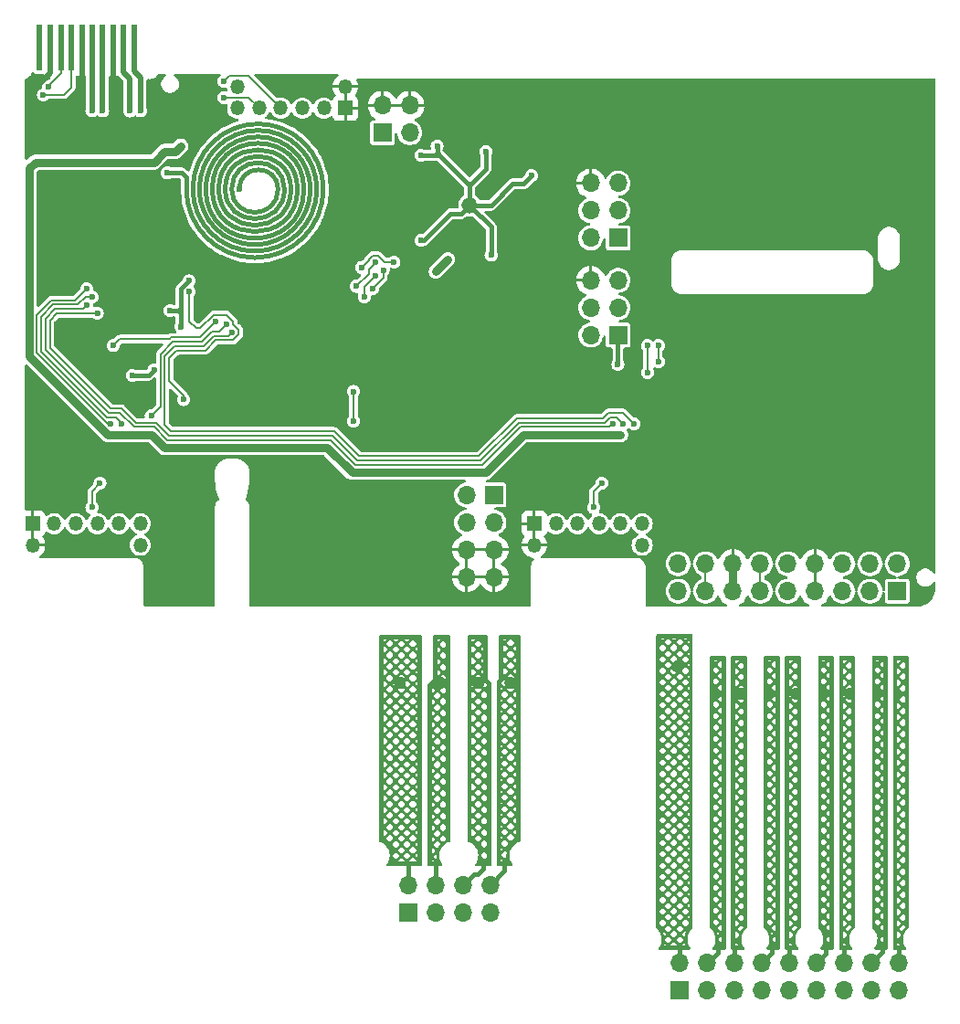
<source format=gbl>
%TF.GenerationSoftware,KiCad,Pcbnew,8.0.2*%
%TF.CreationDate,2024-05-28T21:16:17+01:00*%
%TF.ProjectId,RMC,524d432e-6b69-4636-9164-5f7063625858,rev?*%
%TF.SameCoordinates,Original*%
%TF.FileFunction,Copper,L2,Bot*%
%TF.FilePolarity,Positive*%
%FSLAX46Y46*%
G04 Gerber Fmt 4.6, Leading zero omitted, Abs format (unit mm)*
G04 Created by KiCad (PCBNEW 8.0.2) date 2024-05-28 21:16:17*
%MOMM*%
%LPD*%
G01*
G04 APERTURE LIST*
%TA.AperFunction,Conductor*%
%ADD10C,0.750000*%
%TD*%
%TA.AperFunction,EtchedComponent*%
%ADD11C,0.400000*%
%TD*%
%TA.AperFunction,ComponentPad*%
%ADD12O,1.700000X1.700000*%
%TD*%
%TA.AperFunction,ComponentPad*%
%ADD13R,1.700000X1.700000*%
%TD*%
%TA.AperFunction,ComponentPad*%
%ADD14R,1.350000X1.350000*%
%TD*%
%TA.AperFunction,ComponentPad*%
%ADD15O,1.350000X1.350000*%
%TD*%
%TA.AperFunction,SMDPad,CuDef*%
%ADD16C,0.400000*%
%TD*%
%TA.AperFunction,ComponentPad*%
%ADD17C,0.600000*%
%TD*%
%TA.AperFunction,ComponentPad*%
%ADD18R,0.900000X0.500000*%
%TD*%
%TA.AperFunction,SMDPad,CuDef*%
%ADD19R,0.530000X4.300000*%
%TD*%
%TA.AperFunction,ViaPad*%
%ADD20C,0.600000*%
%TD*%
%TA.AperFunction,Conductor*%
%ADD21C,0.200000*%
%TD*%
%TA.AperFunction,Conductor*%
%ADD22C,0.400000*%
%TD*%
%TA.AperFunction,Conductor*%
%ADD23C,0.800000*%
%TD*%
%TA.AperFunction,Conductor*%
%ADD24C,0.530000*%
%TD*%
%TA.AperFunction,Conductor*%
%ADD25C,0.730000*%
%TD*%
G04 APERTURE END LIST*
%TO.N,+3V3*%
D10*
X141875000Y-117500000D02*
G75*
G02*
X141125000Y-117500000I-375000J0D01*
G01*
X141125000Y-117500000D02*
G75*
G02*
X141875000Y-117500000I375000J0D01*
G01*
D11*
%TD*%
%TO.C,L1*%
X115250000Y-116000000D02*
X115250000Y-115500000D01*
%TO.C,L1*%
X115850000Y-116000000D02*
G75*
G02*
X127950000Y-116000000I6050000J0D01*
G01*
X116450000Y-116000000D02*
G75*
G02*
X127350000Y-116000000I5450000J0D01*
G01*
X117050000Y-116000000D02*
G75*
G02*
X126750000Y-116000000I4850000J0D01*
G01*
X117650000Y-116000000D02*
G75*
G02*
X126150000Y-116000000I4250000J0D01*
G01*
X118250000Y-116000000D02*
G75*
G02*
X125550000Y-116000000I3650000J0D01*
G01*
X118850000Y-116000000D02*
G75*
G02*
X124950000Y-116000000I3050000J0D01*
G01*
X119450000Y-116000000D02*
G75*
G02*
X124350000Y-116000000I2450000J0D01*
G01*
X120150000Y-116000000D02*
G75*
G02*
X123750000Y-116000000I1800000J0D01*
G01*
X123750000Y-116000000D02*
G75*
G02*
X119450000Y-116000000I-2150000J0D01*
G01*
X124350000Y-116000000D02*
G75*
G02*
X118850000Y-116000000I-2750000J0D01*
G01*
X124950000Y-116000000D02*
G75*
G02*
X118250000Y-116000000I-3350000J0D01*
G01*
X125550000Y-116000000D02*
G75*
G02*
X117650000Y-116000000I-3950000J0D01*
G01*
X126150000Y-116000000D02*
G75*
G02*
X117050000Y-116000000I-4550000J0D01*
G01*
X126750000Y-116000000D02*
G75*
G02*
X116450000Y-116000000I-5150000J0D01*
G01*
X127350000Y-116000000D02*
G75*
G02*
X115850000Y-116000000I-5750000J0D01*
G01*
X127950000Y-116000000D02*
G75*
G02*
X115250000Y-116000000I-6350000J0D01*
G01*
%TD*%
D12*
%TO.P,J8,1,CD/DAT3*%
%TO.N,Net-(J8-CD{slash}DAT3)*%
X163505000Y-190270000D03*
X163505000Y-187730000D03*
%TO.P,J8,2,CMD*%
%TO.N,Net-(J8-CMD)*%
X166045000Y-190270000D03*
X166045000Y-187730000D03*
%TO.P,J8,3,VSS*%
%TO.N,Net-(C48-Pad1)*%
X168585000Y-190270000D03*
X168585000Y-187730000D03*
%TO.P,J8,4,VDD*%
%TO.N,Net-(J8-VDD)*%
X171125000Y-190270000D03*
X171125000Y-187730000D03*
%TO.P,J8,5,CLK*%
%TO.N,Net-(J8-CLK)*%
X173665000Y-190270000D03*
X173665000Y-187730000D03*
%TO.P,J8,6,VSS*%
%TO.N,Net-(C51-Pad1)*%
X176205000Y-190270000D03*
X176205000Y-187730000D03*
%TO.P,J8,7,DAT0*%
%TO.N,Net-(J8-DAT0)*%
X178745000Y-190270000D03*
X178745000Y-187730000D03*
%TO.P,J8,8,DAT1*%
%TO.N,Net-(J8-DAT1)*%
X181285000Y-190270000D03*
X181285000Y-187730000D03*
D13*
%TO.P,J8,9,DAT2*%
%TO.N,Net-(J8-DAT2)*%
X160965000Y-190270000D03*
D12*
X160965000Y-187730000D03*
%TD*%
D14*
%TO.P,J6,1,GND*%
%TO.N,GND*%
X147500000Y-147000000D03*
D15*
X147500000Y-149000000D03*
%TO.P,J6,2,D+*%
%TO.N,H1_D+*%
X149500000Y-147000000D03*
%TO.P,J6,3,D-*%
%TO.N,H1_D-*%
X151500000Y-147000000D03*
%TO.P,J6,4,CC1*%
%TO.N,Net-(J6-CC1)*%
X153500000Y-147000000D03*
%TO.P,J6,5,CC2*%
%TO.N,Net-(J6-CC2)*%
X155500000Y-147000000D03*
%TO.P,J6,6,VBUS*%
%TO.N,Net-(J6-VBUS)*%
X157500000Y-147000000D03*
X157500000Y-149000000D03*
%TD*%
D14*
%TO.P,J2,1,GND*%
%TO.N,GND*%
X130000000Y-108500000D03*
D15*
X130000000Y-106500000D03*
%TO.P,J2,2,D+*%
%TO.N,unconnected-(J2-D+-Pad2)*%
X128000000Y-108500000D03*
%TO.P,J2,3,D-*%
%TO.N,unconnected-(J2-D--Pad3)*%
X126000000Y-108500000D03*
%TO.P,J2,4,CC1*%
%TO.N,Net-(J2-CC1)*%
X124000000Y-108500000D03*
%TO.P,J2,5,CC2*%
%TO.N,Net-(J2-CC2)*%
X122000000Y-108500000D03*
%TO.P,J2,6,VBUS*%
%TO.N,VCC*%
X120000000Y-108500000D03*
X120000000Y-106500000D03*
%TD*%
D13*
%TO.P,J7,1,Pin_1*%
%TO.N,ESP_RST*%
X133425000Y-110775000D03*
D12*
%TO.P,J7,2,Pin_2*%
%TO.N,GND*%
X133425000Y-108235000D03*
%TO.P,J7,3,Pin_3*%
%TO.N,GPIO0*%
X135965000Y-110775000D03*
%TO.P,J7,4,Pin_4*%
%TO.N,GND*%
X135965000Y-108235000D03*
%TD*%
D14*
%TO.P,J5,1,GND*%
%TO.N,GND*%
X101000000Y-147000000D03*
D15*
X101000000Y-149000000D03*
%TO.P,J5,2,D+*%
%TO.N,H2_D+*%
X103000000Y-147000000D03*
%TO.P,J5,3,D-*%
%TO.N,H2_D-*%
X105000000Y-147000000D03*
%TO.P,J5,4,CC1*%
%TO.N,Net-(J5-CC1)*%
X107000000Y-147000000D03*
%TO.P,J5,5,CC2*%
%TO.N,Net-(J5-CC2)*%
X109000000Y-147000000D03*
%TO.P,J5,6,VBUS*%
%TO.N,Net-(J5-VBUS)*%
X111000000Y-147000000D03*
X111000000Y-149000000D03*
%TD*%
D13*
%TO.P,J10,1,Pin_1*%
%TO.N,+3V3*%
X155275000Y-120525000D03*
D12*
%TO.P,J10,2,Pin_2*%
%TO.N,U0TX*%
X152735000Y-120525000D03*
%TO.P,J10,3,Pin_3*%
%TO.N,GPIO45*%
X155275000Y-117985000D03*
%TO.P,J10,4,Pin_4*%
%TO.N,U0RX*%
X152735000Y-117985000D03*
%TO.P,J10,5,Pin_5*%
%TO.N,GPIO46*%
X155275000Y-115445000D03*
%TO.P,J10,6,Pin_6*%
%TO.N,GND*%
X152735000Y-115445000D03*
%TD*%
D13*
%TO.P,J1,1,Pin_1*%
%TO.N,+3V3*%
X155275000Y-129525000D03*
D12*
%TO.P,J1,2,Pin_2*%
%TO.N,MTCK*%
X152735000Y-129525000D03*
%TO.P,J1,3,Pin_3*%
%TO.N,MTDO*%
X155275000Y-126985000D03*
%TO.P,J1,4,Pin_4*%
%TO.N,MTDI*%
X152735000Y-126985000D03*
%TO.P,J1,5,Pin_5*%
%TO.N,MTMS*%
X155275000Y-124445000D03*
%TO.P,J1,6,Pin_6*%
%TO.N,GND*%
X152735000Y-124445000D03*
%TD*%
%TO.P,J11,R1*%
%TO.N,Net-(U6-OUTR)*%
X141230000Y-146880000D03*
X143770000Y-146880000D03*
%TO.P,J11,R2*%
%TO.N,GND*%
X141230000Y-149420000D03*
X143770000Y-149420000D03*
%TO.P,J11,S*%
X141230000Y-151960000D03*
X143770000Y-151960000D03*
%TO.P,J11,T*%
%TO.N,Net-(U6-OUTL)*%
X141230000Y-144340000D03*
D13*
X143770000Y-144340000D03*
%TD*%
D16*
%TO.P,L1,2,2*%
%TO.N,Net-(U1-SW)*%
X115250000Y-115500000D03*
D17*
%TO.P,L1,3*%
%TO.N,N/C*%
X120150000Y-116000000D03*
%TD*%
D18*
%TO.P,AE1,2,Shield*%
%TO.N,GND*%
X138650000Y-106000000D03*
%TD*%
D12*
%TO.P,J4,1,CD/DAT3*%
%TO.N,Net-(J4-CD{slash}DAT3)*%
X178620000Y-153270000D03*
X178620000Y-150730000D03*
%TO.P,J4,2,CMD*%
%TO.N,Net-(J4-CMD)*%
X176080000Y-153270000D03*
X176080000Y-150730000D03*
%TO.P,J4,3,VSS*%
%TO.N,GND*%
X173540000Y-153270000D03*
X173540000Y-150730000D03*
%TO.P,J4,4,VDD*%
%TO.N,+3V3*%
X171000000Y-153270000D03*
X171000000Y-150730000D03*
%TO.P,J4,5,CLK*%
%TO.N,Net-(J4-CLK)*%
X168460000Y-153270000D03*
X168460000Y-150730000D03*
%TO.P,J4,6,VSS*%
%TO.N,GND*%
X165920000Y-153270000D03*
X165920000Y-150730000D03*
%TO.P,J4,7,DAT0*%
%TO.N,Net-(J4-DAT0)*%
X163380000Y-153270000D03*
X163380000Y-150730000D03*
%TO.P,J4,8,DAT1*%
%TO.N,Net-(J4-DAT1)*%
X160840000Y-153270000D03*
X160840000Y-150730000D03*
D13*
%TO.P,J4,9,DAT2*%
%TO.N,Net-(J4-DAT2)*%
X181160000Y-153270000D03*
D12*
X181160000Y-150730000D03*
%TD*%
D19*
%TO.P,J3,1,TDMS_Channel_2+*%
%TO.N,/DVI_D2+*%
X110410000Y-102849545D03*
%TO.P,J3,3,TDMS_Channel_2-*%
%TO.N,/DVI_D2-*%
X109440000Y-102849545D03*
%TO.P,J3,5,TDMS_Channel_1_Ground*%
%TO.N,GND*%
X108470000Y-102849545D03*
%TO.P,J3,7,TDMS_Channel_0+*%
%TO.N,/DVI_D0+*%
X107500000Y-102849545D03*
%TO.P,J3,9,TDMS_Channel_0-*%
%TO.N,/DVI_D0-*%
X106530000Y-102849545D03*
%TO.P,J3,11,TDMS_Clock_Ground*%
%TO.N,GND*%
X105560000Y-102849545D03*
%TO.P,J3,13,CEC*%
%TO.N,/CEC*%
X104590000Y-102849545D03*
%TO.P,J3,15,DDC_1*%
%TO.N,/DDC_SCL*%
X103620000Y-102849545D03*
%TO.P,J3,17,DDC_CEC_Ground*%
%TO.N,GND*%
X102650000Y-102849545D03*
%TO.P,J3,19,HEAC+*%
%TO.N,unconnected-(J3-HEAC+-Pad19)*%
X101590000Y-102849545D03*
%TD*%
D12*
%TO.P,J9,R1*%
%TO.N,unconnected-(J9-PadR1)*%
X138380000Y-180480000D03*
X138380000Y-183020000D03*
%TO.P,J9,R2*%
%TO.N,unconnected-(J9-PadR2)*%
X140920000Y-180480000D03*
X140920000Y-183020000D03*
%TO.P,J9,S*%
%TO.N,unconnected-(J9-PadS)*%
X143460000Y-180480000D03*
X143460000Y-183020000D03*
%TO.P,J9,T*%
%TO.N,unconnected-(J9-PadT)*%
X135840000Y-180480000D03*
D13*
X135840000Y-183020000D03*
%TD*%
D20*
%TO.N,H1_CC1*%
X107000518Y-127498411D03*
X155750000Y-137750000D03*
X153000000Y-145500000D03*
X153750000Y-143250000D03*
%TO.N,+3V3*%
X115500000Y-124500000D03*
X155250000Y-132250000D03*
X138500000Y-112000000D03*
X114750000Y-128750000D03*
X137000000Y-120750000D03*
X147250000Y-114750000D03*
X113750000Y-127250000D03*
X143500000Y-122125000D03*
X110250000Y-133250000D03*
X143000000Y-112500000D03*
X112250000Y-132750000D03*
X137000000Y-112856459D03*
%TO.N,H1_CC2*%
X106000000Y-126750000D03*
X154750000Y-137750000D03*
%TO.N,H2_CC1*%
X107250000Y-143250000D03*
X106500000Y-126000000D03*
X109250000Y-137750000D03*
X106500000Y-145500000D03*
%TO.N,H2_CC2*%
X108250000Y-137750000D03*
X106000000Y-125250000D03*
%TO.N,AUDIO_EN*%
X130750000Y-137500000D03*
X130750000Y-134750000D03*
%TO.N,Net-(J4-DAT0)*%
X158000000Y-130500000D03*
X158000000Y-133000000D03*
%TO.N,/CEC*%
X118000000Y-128250000D03*
X102000000Y-107250000D03*
X108500000Y-130500000D03*
%TO.N,/DDC_SCL*%
X102500000Y-106500000D03*
%TO.N,FSPI_CS*%
X132750000Y-124000000D03*
X131750000Y-126000000D03*
%TO.N,FSPI_CLK*%
X132500000Y-125250000D03*
X133500000Y-123500000D03*
%TO.N,MCU_RUN*%
X115000000Y-135500000D03*
X115500000Y-125500000D03*
%TO.N,FSPI_D0*%
X132750000Y-122750000D03*
X131000000Y-125000000D03*
%TO.N,GND*%
X123250000Y-137500000D03*
X111750000Y-119750000D03*
X104000000Y-130750000D03*
X145250000Y-141750000D03*
X131750000Y-112500000D03*
X141500000Y-112750000D03*
X154500000Y-143750000D03*
X128750000Y-125500000D03*
X144250000Y-142750000D03*
X121250000Y-133000000D03*
X157000000Y-109250000D03*
X142250000Y-110000000D03*
X143250000Y-111000000D03*
X115250000Y-109000000D03*
X111750000Y-114750000D03*
X120250000Y-137500000D03*
X104500000Y-145500000D03*
X135500000Y-143500000D03*
X136000000Y-106500000D03*
X103750000Y-119750000D03*
X150750000Y-140000000D03*
X127268729Y-111243372D03*
X140000000Y-119500000D03*
X151500000Y-106250000D03*
X130000000Y-143500000D03*
X105750000Y-112250000D03*
X152250000Y-108750000D03*
X152750000Y-106250000D03*
X121750000Y-137500000D03*
X157250000Y-142000000D03*
X124250000Y-130000000D03*
X119000000Y-126000000D03*
X108000000Y-143750000D03*
X147500000Y-136250000D03*
X103750000Y-125500000D03*
X137000000Y-143500000D03*
X150250000Y-106250000D03*
X144500000Y-107750000D03*
X124750000Y-137500000D03*
X117500000Y-141250000D03*
X127750000Y-137500000D03*
X125250000Y-141250000D03*
X102000000Y-125750000D03*
X141500000Y-121000000D03*
X141500000Y-114000000D03*
X114000000Y-121250000D03*
X146000000Y-136250000D03*
X104500000Y-143000000D03*
X129000000Y-116000000D03*
X122750000Y-125750000D03*
X131500000Y-143500000D03*
X145000000Y-117500000D03*
X116000000Y-141250000D03*
X128553725Y-113469051D03*
X132250000Y-106250000D03*
X115750000Y-137500000D03*
X112000000Y-130750000D03*
X146250000Y-140750000D03*
X127250000Y-127000000D03*
X150500000Y-112250000D03*
X126750000Y-141250000D03*
X156750000Y-112750000D03*
X141500000Y-139750000D03*
X105750000Y-117250000D03*
X142500000Y-120000000D03*
X138500000Y-107000000D03*
X121750000Y-127500000D03*
X136500000Y-139250000D03*
X112000000Y-135750000D03*
X155250000Y-106250000D03*
X147750000Y-106250000D03*
X151000000Y-109250000D03*
X148000000Y-116250000D03*
X120315003Y-123287577D03*
X139750000Y-109750000D03*
X105750000Y-132000000D03*
X126250000Y-137500000D03*
X103750000Y-109750000D03*
X114500000Y-132000000D03*
X109750000Y-135750000D03*
X139750000Y-108500000D03*
X107750000Y-119750000D03*
X143250000Y-108000000D03*
X111750000Y-117250000D03*
X143750000Y-138000000D03*
X105750000Y-114750000D03*
X154000000Y-113500000D03*
X117900000Y-122408588D03*
X110750000Y-142000000D03*
X123750000Y-141250000D03*
X103750000Y-112250000D03*
X157500000Y-111750000D03*
X106500000Y-128250000D03*
X113500000Y-116500000D03*
X140000000Y-143500000D03*
X109500000Y-124750000D03*
X149000000Y-106250000D03*
X154000000Y-108500000D03*
X119500000Y-133250000D03*
X148250000Y-109500000D03*
X133000000Y-143500000D03*
X113000000Y-141250000D03*
X113760689Y-111260689D03*
X142250000Y-112000000D03*
X155750000Y-109750000D03*
X128000000Y-141500000D03*
X143250000Y-115750000D03*
X107750000Y-114750000D03*
X108750000Y-134750000D03*
X139750000Y-107250000D03*
X138500000Y-143500000D03*
X138500000Y-118000000D03*
X142250000Y-108750000D03*
X120250000Y-125750000D03*
X150750000Y-136250000D03*
X137250000Y-106750000D03*
X106500000Y-132750000D03*
X154750000Y-142000000D03*
X135250000Y-122250000D03*
X111750000Y-112250000D03*
X142750000Y-139000000D03*
X118750000Y-137500000D03*
X103750000Y-114750000D03*
X134750000Y-106250000D03*
X133500000Y-106250000D03*
X144750000Y-137000000D03*
X139750000Y-111000000D03*
X102250000Y-134750000D03*
X107750000Y-112250000D03*
X125300000Y-109591412D03*
X122750000Y-131500000D03*
X122250000Y-141250000D03*
X138500000Y-110000000D03*
X144000000Y-118500000D03*
X120250000Y-128250000D03*
X145250000Y-106750000D03*
X155750000Y-113250000D03*
X105750000Y-119750000D03*
X134250000Y-131500000D03*
X138250000Y-136250000D03*
X157000000Y-139000000D03*
X149750000Y-109500000D03*
X157500000Y-110250000D03*
X147500000Y-140000000D03*
X156500000Y-106250000D03*
X104500000Y-138000000D03*
X117250000Y-137500000D03*
X152250000Y-112250000D03*
X114250000Y-137250000D03*
X108250000Y-142000000D03*
X101000000Y-133500000D03*
X152250000Y-113250000D03*
X140000000Y-115500000D03*
X109750000Y-119750000D03*
X146500000Y-106500000D03*
X115931271Y-111243372D03*
X104500000Y-140500000D03*
X142250000Y-124000000D03*
X134500000Y-137000000D03*
X140000000Y-112250000D03*
X145750000Y-109000000D03*
X144250000Y-110500000D03*
X112500000Y-109750000D03*
X155750000Y-108750000D03*
X113500000Y-123500000D03*
X112000000Y-106750000D03*
X109750000Y-112250000D03*
X104250000Y-128250000D03*
X142381000Y-111000000D03*
X109750000Y-117250000D03*
X114500000Y-141250000D03*
X125750000Y-128500000D03*
X154000000Y-106250000D03*
X122884997Y-123287577D03*
X103500000Y-129500000D03*
X129000000Y-142500000D03*
X113250000Y-129000000D03*
X109750000Y-114750000D03*
X107750000Y-117250000D03*
%TO.N,FSPI_D2*%
X134500000Y-122750000D03*
X131500000Y-123250000D03*
%TO.N,H1_D+*%
X139500000Y-122500000D03*
X138371000Y-123629000D03*
%TO.N,VCC*%
X155500000Y-138750000D03*
X140000000Y-142250000D03*
X134000000Y-142250000D03*
X114750000Y-112000000D03*
X101250000Y-113500000D03*
X109000000Y-138750000D03*
%TO.N,H1_PWR_EN*%
X119500000Y-129250000D03*
X156750000Y-137750000D03*
%TO.N,H2_PWR_EN*%
X119000000Y-128500000D03*
X112000000Y-137000000D03*
%TO.N,Net-(J8-DAT2)*%
X160750000Y-160250000D03*
%TO.N,Net-(J8-CD{slash}DAT3)*%
X164250000Y-162750000D03*
%TO.N,Net-(J8-CMD)*%
X166750000Y-162750000D03*
%TO.N,Net-(C48-Pad1)*%
X169250000Y-162750000D03*
%TO.N,Net-(J8-VDD)*%
X171750000Y-162750000D03*
%TO.N,Net-(J8-CLK)*%
X174250000Y-162750000D03*
%TO.N,Net-(C51-Pad1)*%
X176750000Y-162750000D03*
%TO.N,Net-(J8-DAT0)*%
X179250000Y-162750000D03*
%TO.N,Net-(J8-DAT1)*%
X181000000Y-162750000D03*
%TO.N,Net-(J2-CC1)*%
X118750000Y-106000000D03*
%TO.N,Net-(J2-CC2)*%
X118750000Y-107500000D03*
%TO.N,Net-(J4-CMD)*%
X159000000Y-130500000D03*
X159000000Y-132000000D03*
%TO.N,Net-(U1-SW)*%
X113500000Y-114500000D03*
%TO.N,/DVI_D0-*%
X106500000Y-108750000D03*
%TO.N,/DVI_D0+*%
X107500000Y-108750000D03*
%TO.N,/DVI_D2-*%
X110000000Y-108750000D03*
%TO.N,/DVI_D2+*%
X111000000Y-108750000D03*
%TO.N,unconnected-(J9-PadS)*%
X145300000Y-161750000D03*
%TO.N,unconnected-(J9-PadR1)*%
X138800000Y-161750000D03*
%TO.N,unconnected-(J9-PadT)*%
X135050000Y-161750000D03*
%TO.N,unconnected-(J9-PadR2)*%
X142300000Y-161750000D03*
%TD*%
D21*
%TO.N,H1_CC1*%
X153750000Y-143250000D02*
X153000000Y-144000000D01*
X102596000Y-130696000D02*
X108253000Y-136353000D01*
X146045192Y-137652000D02*
X154000886Y-137652000D01*
X155151000Y-137151000D02*
X155750000Y-137750000D01*
X154000886Y-137652000D02*
X154501886Y-137151000D01*
X113651808Y-138849000D02*
X128784728Y-138849000D01*
X110563386Y-137652000D02*
X112454808Y-137652000D01*
X109264386Y-136353000D02*
X110563386Y-137652000D01*
X154501886Y-137151000D02*
X155151000Y-137151000D01*
X106998929Y-127500000D02*
X103250000Y-127500000D01*
X142545192Y-141152000D02*
X146045192Y-137652000D01*
X128784728Y-138849000D02*
X131087728Y-141152000D01*
X112454808Y-137652000D02*
X113651808Y-138849000D01*
X108253000Y-136353000D02*
X109264386Y-136353000D01*
X153000000Y-144000000D02*
X153000000Y-145500000D01*
X107000518Y-127498411D02*
X106998929Y-127500000D01*
X103250000Y-127500000D02*
X102596000Y-128154000D01*
X102596000Y-128154000D02*
X102596000Y-130696000D01*
X131087728Y-141152000D02*
X142545192Y-141152000D01*
D22*
%TO.N,+3V3*%
X113750000Y-127250000D02*
X114500000Y-127250000D01*
X138500000Y-112650000D02*
X138706459Y-112856459D01*
X138250000Y-112856459D02*
X138706459Y-112856459D01*
X110250000Y-133250000D02*
X111750000Y-133250000D01*
X138500000Y-112000000D02*
X138500000Y-112650000D01*
X137250000Y-120750000D02*
X139750000Y-118250000D01*
X143000000Y-114150000D02*
X143000000Y-112500000D01*
X114750000Y-127500000D02*
X114750000Y-127000000D01*
X141500000Y-115650000D02*
X141300000Y-115450000D01*
X155250000Y-129550000D02*
X155275000Y-129525000D01*
X141500000Y-115650000D02*
X141700000Y-115450000D01*
X111750000Y-133250000D02*
X112250000Y-132750000D01*
X138293541Y-112856459D02*
X138500000Y-112650000D01*
X138706459Y-112856459D02*
X141300000Y-115450000D01*
X141300000Y-115450000D02*
X141700000Y-115450000D01*
X114750000Y-127000000D02*
X114750000Y-125250000D01*
X147250000Y-114750000D02*
X146500000Y-115500000D01*
X114500000Y-127250000D02*
X114750000Y-127500000D01*
X137000000Y-120750000D02*
X137250000Y-120750000D01*
X141500000Y-117500000D02*
X143500000Y-119500000D01*
X138250000Y-112856459D02*
X138293541Y-112856459D01*
X141500000Y-117500000D02*
X141500000Y-115650000D01*
X146500000Y-115500000D02*
X145500000Y-115500000D01*
X145500000Y-115500000D02*
X143500000Y-117500000D01*
X143500000Y-119500000D02*
X143500000Y-122125000D01*
X114750000Y-125250000D02*
X115500000Y-124500000D01*
X114500000Y-127250000D02*
X114750000Y-127000000D01*
X114750000Y-128750000D02*
X114750000Y-127500000D01*
X139750000Y-118250000D02*
X140750000Y-118250000D01*
X137000000Y-112856459D02*
X138250000Y-112856459D01*
X140750000Y-118250000D02*
X141500000Y-117500000D01*
X155250000Y-132250000D02*
X155250000Y-129550000D01*
X143500000Y-117500000D02*
X141500000Y-117500000D01*
X141700000Y-115450000D02*
X143000000Y-114150000D01*
D21*
%TO.N,H1_CC2*%
X102197000Y-130861272D02*
X108087728Y-136752000D01*
X106000000Y-126750000D02*
X105649000Y-127101000D01*
X103084728Y-127101000D02*
X102197000Y-127988728D01*
X109099114Y-136752000D02*
X110398114Y-138051000D01*
X130922456Y-141551000D02*
X142710464Y-141551000D01*
X110398114Y-138051000D02*
X112289536Y-138051000D01*
X112289536Y-138051000D02*
X113486536Y-139248000D01*
X142710464Y-141551000D02*
X146210464Y-138051000D01*
X108087728Y-136752000D02*
X109099114Y-136752000D01*
X146210464Y-138051000D02*
X154449000Y-138051000D01*
X128619456Y-139248000D02*
X130922456Y-141551000D01*
X105649000Y-127101000D02*
X103084728Y-127101000D01*
X154449000Y-138051000D02*
X154750000Y-137750000D01*
X102197000Y-127988728D02*
X102197000Y-130861272D01*
X113486536Y-139248000D02*
X128619456Y-139248000D01*
%TO.N,H2_CC1*%
X107922456Y-137151000D02*
X108748114Y-137151000D01*
X105200886Y-126702000D02*
X102919456Y-126702000D01*
X108748114Y-137151000D02*
X109250000Y-137652886D01*
X106500000Y-126000000D02*
X105902886Y-126000000D01*
X109250000Y-137652886D02*
X109250000Y-137750000D01*
X106500000Y-144000000D02*
X107250000Y-143250000D01*
X102919456Y-126702000D02*
X101798000Y-127823456D01*
X101798000Y-131026544D02*
X107922456Y-137151000D01*
X106500000Y-145500000D02*
X106500000Y-144000000D01*
X105902886Y-126000000D02*
X105200886Y-126702000D01*
X101798000Y-127823456D02*
X101798000Y-131026544D01*
%TO.N,H2_CC2*%
X107957184Y-137750000D02*
X108250000Y-137750000D01*
X102754184Y-126303000D02*
X101399000Y-127658184D01*
X106000000Y-125250000D02*
X104947000Y-126303000D01*
X101399000Y-131191816D02*
X107957184Y-137750000D01*
X101399000Y-127658184D02*
X101399000Y-131191816D01*
X104947000Y-126303000D02*
X102754184Y-126303000D01*
%TO.N,AUDIO_EN*%
X130750000Y-134750000D02*
X130750000Y-137500000D01*
%TO.N,Net-(J4-DAT0)*%
X158000000Y-130500000D02*
X158000000Y-133000000D01*
X163380000Y-150730000D02*
X163380000Y-153270000D01*
%TO.N,Net-(J4-CLK)*%
X168460000Y-150730000D02*
X168460000Y-153270000D01*
%TO.N,/CEC*%
X116502000Y-129748000D02*
X113852000Y-129748000D01*
X104590000Y-106560000D02*
X104590000Y-102849545D01*
X118000000Y-128250000D02*
X116502000Y-129748000D01*
X102000000Y-107250000D02*
X103900000Y-107250000D01*
X113700000Y-129900000D02*
X109100000Y-129900000D01*
X109100000Y-129900000D02*
X108500000Y-130500000D01*
X113852000Y-129748000D02*
X113700000Y-129900000D01*
X103900000Y-107250000D02*
X104590000Y-106560000D01*
%TO.N,/DDC_SCL*%
X102500000Y-106500000D02*
X102500000Y-106400000D01*
X102500000Y-106400000D02*
X103620000Y-105280000D01*
X103620000Y-105280000D02*
X103620000Y-102849545D01*
%TO.N,FSPI_CS*%
X132750000Y-124064272D02*
X132750000Y-124000000D01*
X131750000Y-126000000D02*
X131750000Y-125064272D01*
X131750000Y-125064272D02*
X132750000Y-124064272D01*
%TO.N,FSPI_CLK*%
X133500000Y-123500000D02*
X133500000Y-124250000D01*
X133500000Y-124250000D02*
X132500000Y-125250000D01*
%TO.N,MCU_RUN*%
X115500000Y-125500000D02*
X115500000Y-128250000D01*
X119599000Y-128501886D02*
X120099000Y-129001886D01*
X115500000Y-128250000D02*
X116150000Y-128900000D01*
X118998114Y-127651000D02*
X119599000Y-128251886D01*
X113648000Y-133150000D02*
X113648000Y-133748000D01*
X114350000Y-134450000D02*
X115000000Y-135100000D01*
X117751886Y-127651000D02*
X118998114Y-127651000D01*
X117944816Y-129998000D02*
X116997816Y-130945000D01*
X119599114Y-129998000D02*
X117944816Y-129998000D01*
X119599000Y-128251886D02*
X119599000Y-128501886D01*
X120099000Y-129498114D02*
X119599114Y-129998000D01*
X116150000Y-128900000D02*
X116502886Y-128900000D01*
X115000000Y-135100000D02*
X115000000Y-135500000D01*
X114347816Y-130945000D02*
X113648000Y-131644816D01*
X116502886Y-128900000D02*
X117751886Y-127651000D01*
X113648000Y-133748000D02*
X114350000Y-134450000D01*
X116997816Y-130945000D02*
X114347816Y-130945000D01*
X120099000Y-129001886D02*
X120099000Y-129498114D01*
X113648000Y-131644816D02*
X113648000Y-133150000D01*
%TO.N,FSPI_D0*%
X132151000Y-123413272D02*
X132750000Y-122814272D01*
X132151000Y-123849000D02*
X132151000Y-123413272D01*
X132750000Y-122814272D02*
X132750000Y-122750000D01*
X131000000Y-125000000D02*
X132151000Y-123849000D01*
D23*
%TO.N,GND*%
X165920000Y-150730000D02*
X165920000Y-153270000D01*
D24*
X105560000Y-102849545D02*
X105560000Y-109690000D01*
X108470000Y-102849545D02*
X108470000Y-109720000D01*
X102650000Y-105269540D02*
X100750000Y-107169540D01*
X102650000Y-102849545D02*
X102650000Y-105269540D01*
D21*
%TO.N,FSPI_D2*%
X133597114Y-122750000D02*
X134500000Y-122750000D01*
X132151000Y-122599000D02*
X132151000Y-122501886D01*
X132151000Y-122501886D02*
X132501886Y-122151000D01*
X132998114Y-122151000D02*
X133597114Y-122750000D01*
X131500000Y-123250000D02*
X132151000Y-122599000D01*
X132501886Y-122151000D02*
X132998114Y-122151000D01*
D25*
%TO.N,H1_D+*%
X138371000Y-123629000D02*
X139500000Y-122500000D01*
D23*
%TO.N,VCC*%
X146500000Y-138750000D02*
X155500000Y-138750000D01*
X113197000Y-139947000D02*
X112000000Y-138750000D01*
X134000000Y-142250000D02*
X140000000Y-142250000D01*
X112250000Y-113500000D02*
X113250000Y-112500000D01*
X101250000Y-113500000D02*
X100700000Y-114050000D01*
X100700000Y-131481352D02*
X107968648Y-138750000D01*
X143000000Y-142250000D02*
X146500000Y-138750000D01*
X107968648Y-138750000D02*
X109000000Y-138750000D01*
X101250000Y-113500000D02*
X112250000Y-113500000D01*
X134000000Y-142250000D02*
X130632920Y-142250000D01*
X113250000Y-112500000D02*
X114250000Y-112500000D01*
X140000000Y-142250000D02*
X143000000Y-142250000D01*
X112000000Y-138750000D02*
X109000000Y-138750000D01*
X130632920Y-142250000D02*
X128329920Y-139947000D01*
X114250000Y-112500000D02*
X114750000Y-112000000D01*
X128329920Y-139947000D02*
X113197000Y-139947000D01*
X100700000Y-114050000D02*
X100700000Y-131481352D01*
D21*
%TO.N,H1_PWR_EN*%
X153838614Y-137250000D02*
X154336614Y-136752000D01*
X116832544Y-130546000D02*
X114182544Y-130546000D01*
X155752000Y-136752000D02*
X156750000Y-137750000D01*
X145882920Y-137250000D02*
X153838614Y-137250000D01*
X128950000Y-138450000D02*
X131253000Y-140753000D01*
X142379920Y-140753000D02*
X145882920Y-137250000D01*
X113249000Y-131479544D02*
X113249000Y-137881920D01*
X117779544Y-129599000D02*
X116832544Y-130546000D01*
X119500000Y-129250000D02*
X119151000Y-129599000D01*
X113817080Y-138450000D02*
X128950000Y-138450000D01*
X154336614Y-136752000D02*
X155752000Y-136752000D01*
X131253000Y-140753000D02*
X142379920Y-140753000D01*
X119151000Y-129599000D02*
X117779544Y-129599000D01*
X114182544Y-130546000D02*
X113249000Y-131479544D01*
X113249000Y-137881920D02*
X113817080Y-138450000D01*
%TO.N,H2_PWR_EN*%
X112850000Y-131314272D02*
X114017272Y-130147000D01*
X118300000Y-129200000D02*
X119000000Y-128500000D01*
X112850000Y-136150000D02*
X112850000Y-131314272D01*
X114017272Y-130147000D02*
X116667272Y-130147000D01*
X116667272Y-130147000D02*
X117614272Y-129200000D01*
X117614272Y-129200000D02*
X118300000Y-129200000D01*
X112000000Y-137000000D02*
X112850000Y-136150000D01*
D22*
%TO.N,Net-(J8-DAT2)*%
X160965000Y-187730000D02*
X160965000Y-186285000D01*
%TO.N,Net-(J8-CD{slash}DAT3)*%
X164500000Y-186735000D02*
X164500000Y-186250000D01*
X163505000Y-187730000D02*
X164500000Y-186735000D01*
%TO.N,Net-(J8-CMD)*%
X166045000Y-187730000D02*
X166045000Y-186295000D01*
%TO.N,Net-(C48-Pad1)*%
X168585000Y-187730000D02*
X169500000Y-186815000D01*
X169500000Y-186815000D02*
X169500000Y-186250000D01*
%TO.N,Net-(J8-VDD)*%
X171125000Y-187730000D02*
X171125000Y-186375000D01*
%TO.N,Net-(J8-CLK)*%
X173665000Y-187730000D02*
X174500000Y-186895000D01*
X174500000Y-186895000D02*
X174500000Y-186250000D01*
%TO.N,Net-(C51-Pad1)*%
X176205000Y-187730000D02*
X176205000Y-186295000D01*
%TO.N,Net-(J8-DAT0)*%
X178745000Y-187730000D02*
X179750000Y-186725000D01*
X179750000Y-186725000D02*
X179750000Y-186500000D01*
X179750000Y-186500000D02*
X179750000Y-186250000D01*
%TO.N,Net-(J8-DAT1)*%
X181285000Y-187730000D02*
X181285000Y-186285000D01*
D21*
%TO.N,Net-(J2-CC1)*%
X118750000Y-106000000D02*
X119224000Y-105526000D01*
X119224000Y-105526000D02*
X121026000Y-105526000D01*
X121026000Y-105526000D02*
X124000000Y-108500000D01*
%TO.N,Net-(J2-CC2)*%
X121000000Y-107500000D02*
X122000000Y-108500000D01*
X118750000Y-107500000D02*
X121000000Y-107500000D01*
%TO.N,Net-(J4-CMD)*%
X159000000Y-130500000D02*
X159000000Y-132000000D01*
D22*
%TO.N,Net-(U1-SW)*%
X114850000Y-114500000D02*
X115250000Y-114900000D01*
X113500000Y-114500000D02*
X114850000Y-114500000D01*
X115250000Y-114900000D02*
X115250000Y-115500000D01*
D24*
%TO.N,/DVI_D0-*%
X106500000Y-108750000D02*
X106530000Y-108720000D01*
X106530000Y-108720000D02*
X106530000Y-102699545D01*
%TO.N,/DVI_D0+*%
X107500000Y-108750000D02*
X107500000Y-102699545D01*
%TO.N,/DVI_D2-*%
X110000000Y-108750000D02*
X110000000Y-105727857D01*
X110000000Y-105727857D02*
X109440000Y-105167857D01*
X109440000Y-105167857D02*
X109440000Y-102699545D01*
%TO.N,/DVI_D2+*%
X111000000Y-105696895D02*
X110410000Y-105106895D01*
X111000000Y-108750000D02*
X111000000Y-105696895D01*
X110410000Y-105106895D02*
X110410000Y-102699545D01*
D22*
%TO.N,unconnected-(J9-PadS)*%
X144750000Y-179190000D02*
X144750000Y-178500000D01*
X143460000Y-180480000D02*
X144750000Y-179190000D01*
%TO.N,unconnected-(J9-PadR1)*%
X138380000Y-180480000D02*
X138380000Y-178620000D01*
%TO.N,unconnected-(J9-PadT)*%
X135840000Y-180480000D02*
X135840000Y-178590000D01*
%TO.N,unconnected-(J9-PadR2)*%
X142750000Y-179000000D02*
X142750000Y-178500000D01*
X142250000Y-179500000D02*
X142750000Y-179000000D01*
X141900000Y-179500000D02*
X142250000Y-179500000D01*
X140920000Y-180480000D02*
X141900000Y-179500000D01*
%TD*%
%TA.AperFunction,Conductor*%
%TO.N,Net-(J8-DAT0)*%
G36*
X180193039Y-159269685D02*
G01*
X180238794Y-159322489D01*
X180250000Y-159374000D01*
X180250000Y-186376000D01*
X180230315Y-186443039D01*
X180177511Y-186488794D01*
X180126000Y-186500000D01*
X179127704Y-186500000D01*
X179060665Y-186480315D01*
X179014910Y-186427511D01*
X179004966Y-186358353D01*
X179033991Y-186294797D01*
X179035197Y-186293426D01*
X179042870Y-186284840D01*
X179158385Y-186101000D01*
X179454292Y-186101000D01*
X179631626Y-186101000D01*
X179631626Y-185994623D01*
X179525401Y-185888398D01*
X179508440Y-185962709D01*
X179507174Y-185967763D01*
X179506897Y-185968778D01*
X179505419Y-185973776D01*
X179501930Y-185984726D01*
X179500228Y-185989703D01*
X179499866Y-185990692D01*
X179497982Y-185995523D01*
X179454292Y-186101000D01*
X179158385Y-186101000D01*
X179159601Y-186099064D01*
X179243564Y-185896359D01*
X179292386Y-185682455D01*
X179298011Y-185582299D01*
X179571440Y-185582299D01*
X179807695Y-185818554D01*
X179851000Y-185818554D01*
X179851000Y-185218026D01*
X179807695Y-185218026D01*
X179577341Y-185448378D01*
X179577420Y-185449986D01*
X179577743Y-185461474D01*
X179577779Y-185466725D01*
X179577764Y-185467778D01*
X179577582Y-185472966D01*
X179571440Y-185582299D01*
X179298011Y-185582299D01*
X179304689Y-185463394D01*
X179280123Y-185245368D01*
X179219384Y-185034537D01*
X179124187Y-184836859D01*
X179017849Y-184686989D01*
X179352480Y-184686989D01*
X179353102Y-184687906D01*
X179353674Y-184688789D01*
X179356401Y-184693199D01*
X179362241Y-184703098D01*
X179364802Y-184707654D01*
X179365298Y-184708582D01*
X179367658Y-184713231D01*
X179467841Y-184921263D01*
X179470009Y-184926020D01*
X179470425Y-184926986D01*
X179472382Y-184931805D01*
X179476481Y-184942542D01*
X179478226Y-184947414D01*
X179478560Y-184948412D01*
X179480124Y-184953439D01*
X179533806Y-185139776D01*
X179631626Y-185041956D01*
X179631626Y-184932549D01*
X179386066Y-184686989D01*
X179352480Y-184686989D01*
X179017849Y-184686989D01*
X178997223Y-184657920D01*
X178997218Y-184657914D01*
X178923369Y-184584177D01*
X178921134Y-184581888D01*
X178834621Y-184490870D01*
X178802704Y-184428718D01*
X178800500Y-184405442D01*
X178800500Y-184401512D01*
X179562135Y-184401512D01*
X179562135Y-184510920D01*
X179807695Y-184756480D01*
X179851000Y-184756480D01*
X179851000Y-184155952D01*
X179807695Y-184155952D01*
X179562135Y-184401512D01*
X178800500Y-184401512D01*
X178800500Y-183828073D01*
X179073500Y-183828073D01*
X179073500Y-184022285D01*
X179276658Y-184225443D01*
X179386066Y-184225443D01*
X179631626Y-183979883D01*
X179631626Y-183870475D01*
X179386066Y-183624915D01*
X179276658Y-183624915D01*
X179073500Y-183828073D01*
X178800500Y-183828073D01*
X178800500Y-183339437D01*
X179562135Y-183339437D01*
X179562135Y-183448845D01*
X179807695Y-183694405D01*
X179851000Y-183694405D01*
X179851000Y-183093877D01*
X179807695Y-183093877D01*
X179562135Y-183339437D01*
X178800500Y-183339437D01*
X178800500Y-182765998D01*
X179073500Y-182765998D01*
X179073500Y-182960210D01*
X179276658Y-183163368D01*
X179386066Y-183163368D01*
X179631626Y-182917808D01*
X179631626Y-182808400D01*
X179386066Y-182562840D01*
X179276658Y-182562840D01*
X179073500Y-182765998D01*
X178800500Y-182765998D01*
X178800500Y-182277363D01*
X179562135Y-182277363D01*
X179562135Y-182386771D01*
X179807695Y-182632331D01*
X179851000Y-182632331D01*
X179851000Y-182031803D01*
X179807695Y-182031803D01*
X179562135Y-182277363D01*
X178800500Y-182277363D01*
X178800500Y-181703924D01*
X179073500Y-181703924D01*
X179073500Y-181898136D01*
X179276658Y-182101294D01*
X179386066Y-182101294D01*
X179631626Y-181855734D01*
X179631626Y-181746326D01*
X179386066Y-181500766D01*
X179276658Y-181500766D01*
X179073500Y-181703924D01*
X178800500Y-181703924D01*
X178800500Y-181215289D01*
X179562135Y-181215289D01*
X179562135Y-181324697D01*
X179807695Y-181570257D01*
X179851000Y-181570257D01*
X179851000Y-180969729D01*
X179807695Y-180969729D01*
X179562135Y-181215289D01*
X178800500Y-181215289D01*
X178800500Y-180641849D01*
X179073500Y-180641849D01*
X179073500Y-180836061D01*
X179276658Y-181039219D01*
X179386066Y-181039219D01*
X179631626Y-180793659D01*
X179631626Y-180684251D01*
X179386066Y-180438691D01*
X179276658Y-180438691D01*
X179073500Y-180641849D01*
X178800500Y-180641849D01*
X178800500Y-180153214D01*
X179562135Y-180153214D01*
X179562135Y-180262622D01*
X179807695Y-180508182D01*
X179851000Y-180508182D01*
X179851000Y-179907654D01*
X179807695Y-179907654D01*
X179562135Y-180153214D01*
X178800500Y-180153214D01*
X178800500Y-179579775D01*
X179073500Y-179579775D01*
X179073500Y-179773987D01*
X179276658Y-179977145D01*
X179386066Y-179977145D01*
X179631626Y-179731585D01*
X179631626Y-179622177D01*
X179386066Y-179376617D01*
X179276658Y-179376617D01*
X179073500Y-179579775D01*
X178800500Y-179579775D01*
X178800500Y-179091140D01*
X179562135Y-179091140D01*
X179562135Y-179200548D01*
X179807695Y-179446108D01*
X179851000Y-179446108D01*
X179851000Y-178845580D01*
X179807695Y-178845580D01*
X179562135Y-179091140D01*
X178800500Y-179091140D01*
X178800500Y-178517701D01*
X179073500Y-178517701D01*
X179073500Y-178711913D01*
X179276658Y-178915071D01*
X179386066Y-178915071D01*
X179631626Y-178669511D01*
X179631626Y-178560103D01*
X179386066Y-178314543D01*
X179276658Y-178314543D01*
X179073500Y-178517701D01*
X178800500Y-178517701D01*
X178800500Y-178029065D01*
X179562135Y-178029065D01*
X179562135Y-178138473D01*
X179807695Y-178384034D01*
X179851000Y-178384034D01*
X179851000Y-177783505D01*
X179807695Y-177783505D01*
X179562135Y-178029065D01*
X178800500Y-178029065D01*
X178800500Y-177455626D01*
X179073500Y-177455626D01*
X179073500Y-177649838D01*
X179276658Y-177852996D01*
X179386066Y-177852996D01*
X179631626Y-177607436D01*
X179631626Y-177498028D01*
X179386066Y-177252468D01*
X179276658Y-177252468D01*
X179073500Y-177455626D01*
X178800500Y-177455626D01*
X178800500Y-176966991D01*
X179562135Y-176966991D01*
X179562135Y-177076399D01*
X179807695Y-177321959D01*
X179851000Y-177321959D01*
X179851000Y-176721431D01*
X179807695Y-176721431D01*
X179562135Y-176966991D01*
X178800500Y-176966991D01*
X178800500Y-176393552D01*
X179073500Y-176393552D01*
X179073500Y-176587764D01*
X179276658Y-176790922D01*
X179386066Y-176790922D01*
X179631626Y-176545362D01*
X179631626Y-176435954D01*
X179386066Y-176190394D01*
X179276658Y-176190394D01*
X179073500Y-176393552D01*
X178800500Y-176393552D01*
X178800500Y-175904917D01*
X179562135Y-175904917D01*
X179562135Y-176014325D01*
X179807695Y-176259885D01*
X179851000Y-176259885D01*
X179851000Y-175659357D01*
X179807695Y-175659357D01*
X179562135Y-175904917D01*
X178800500Y-175904917D01*
X178800500Y-175331477D01*
X179073500Y-175331477D01*
X179073500Y-175525690D01*
X179276658Y-175728848D01*
X179386066Y-175728848D01*
X179631626Y-175483288D01*
X179631626Y-175373879D01*
X179386066Y-175128319D01*
X179276658Y-175128319D01*
X179073500Y-175331477D01*
X178800500Y-175331477D01*
X178800500Y-174842842D01*
X179562135Y-174842842D01*
X179562135Y-174952250D01*
X179807695Y-175197810D01*
X179851000Y-175197810D01*
X179851000Y-174597282D01*
X179807695Y-174597282D01*
X179562135Y-174842842D01*
X178800500Y-174842842D01*
X178800500Y-174269403D01*
X179073500Y-174269403D01*
X179073500Y-174463615D01*
X179276658Y-174666773D01*
X179386066Y-174666773D01*
X179631626Y-174421213D01*
X179631626Y-174311805D01*
X179386066Y-174066245D01*
X179276658Y-174066245D01*
X179073500Y-174269403D01*
X178800500Y-174269403D01*
X178800500Y-173780768D01*
X179562135Y-173780768D01*
X179562135Y-173890176D01*
X179807695Y-174135736D01*
X179851000Y-174135736D01*
X179851000Y-173535208D01*
X179807695Y-173535208D01*
X179562135Y-173780768D01*
X178800500Y-173780768D01*
X178800500Y-173207329D01*
X179073500Y-173207329D01*
X179073500Y-173401541D01*
X179276658Y-173604699D01*
X179386066Y-173604699D01*
X179631626Y-173359139D01*
X179631626Y-173249731D01*
X179386066Y-173004171D01*
X179276658Y-173004171D01*
X179073500Y-173207329D01*
X178800500Y-173207329D01*
X178800500Y-172718693D01*
X179562135Y-172718693D01*
X179562135Y-172828102D01*
X179807695Y-173073662D01*
X179851000Y-173073662D01*
X179851000Y-172473133D01*
X179807695Y-172473133D01*
X179562135Y-172718693D01*
X178800500Y-172718693D01*
X178800500Y-172145254D01*
X179073500Y-172145254D01*
X179073500Y-172339466D01*
X179276658Y-172542624D01*
X179386066Y-172542624D01*
X179631626Y-172297064D01*
X179631626Y-172187656D01*
X179386066Y-171942096D01*
X179276658Y-171942096D01*
X179073500Y-172145254D01*
X178800500Y-172145254D01*
X178800500Y-171656619D01*
X179562135Y-171656619D01*
X179562135Y-171766027D01*
X179807695Y-172011587D01*
X179851000Y-172011587D01*
X179851000Y-171411059D01*
X179807695Y-171411059D01*
X179562135Y-171656619D01*
X178800500Y-171656619D01*
X178800500Y-171083180D01*
X179073500Y-171083180D01*
X179073500Y-171277392D01*
X179276658Y-171480550D01*
X179386066Y-171480550D01*
X179631626Y-171234990D01*
X179631626Y-171125582D01*
X179386066Y-170880022D01*
X179276658Y-170880022D01*
X179073500Y-171083180D01*
X178800500Y-171083180D01*
X178800500Y-170594545D01*
X179562135Y-170594545D01*
X179562135Y-170703953D01*
X179807695Y-170949513D01*
X179851000Y-170949513D01*
X179851000Y-170348985D01*
X179807695Y-170348985D01*
X179562135Y-170594545D01*
X178800500Y-170594545D01*
X178800500Y-170021105D01*
X179073500Y-170021105D01*
X179073500Y-170215318D01*
X179276658Y-170418476D01*
X179386066Y-170418476D01*
X179631626Y-170172916D01*
X179631626Y-170063507D01*
X179386066Y-169817947D01*
X179276658Y-169817947D01*
X179073500Y-170021105D01*
X178800500Y-170021105D01*
X178800500Y-169532470D01*
X179562135Y-169532470D01*
X179562135Y-169641878D01*
X179807695Y-169887438D01*
X179851000Y-169887438D01*
X179851000Y-169286910D01*
X179807695Y-169286910D01*
X179562135Y-169532470D01*
X178800500Y-169532470D01*
X178800500Y-168959031D01*
X179073500Y-168959031D01*
X179073500Y-169153243D01*
X179276658Y-169356401D01*
X179386066Y-169356401D01*
X179631626Y-169110841D01*
X179631626Y-169001433D01*
X179386066Y-168755873D01*
X179276658Y-168755873D01*
X179073500Y-168959031D01*
X178800500Y-168959031D01*
X178800500Y-168470396D01*
X179562135Y-168470396D01*
X179562135Y-168579804D01*
X179807695Y-168825364D01*
X179851000Y-168825364D01*
X179851000Y-168224836D01*
X179807695Y-168224836D01*
X179562135Y-168470396D01*
X178800500Y-168470396D01*
X178800500Y-167896957D01*
X179073500Y-167896957D01*
X179073500Y-168091169D01*
X179276658Y-168294327D01*
X179386066Y-168294327D01*
X179631626Y-168048767D01*
X179631626Y-167939359D01*
X179386066Y-167693799D01*
X179276658Y-167693799D01*
X179073500Y-167896957D01*
X178800500Y-167896957D01*
X178800500Y-167408322D01*
X179562135Y-167408322D01*
X179562135Y-167517730D01*
X179807695Y-167763290D01*
X179851000Y-167763290D01*
X179851000Y-167162762D01*
X179807695Y-167162762D01*
X179562135Y-167408322D01*
X178800500Y-167408322D01*
X178800500Y-166834882D01*
X179073500Y-166834882D01*
X179073500Y-167029094D01*
X179276658Y-167232252D01*
X179386066Y-167232252D01*
X179631626Y-166986692D01*
X179631626Y-166877284D01*
X179386066Y-166631724D01*
X179276658Y-166631724D01*
X179073500Y-166834882D01*
X178800500Y-166834882D01*
X178800500Y-166346247D01*
X179562135Y-166346247D01*
X179562135Y-166455655D01*
X179807695Y-166701215D01*
X179851000Y-166701215D01*
X179851000Y-166100687D01*
X179807695Y-166100687D01*
X179562135Y-166346247D01*
X178800500Y-166346247D01*
X178800500Y-165772808D01*
X179073500Y-165772808D01*
X179073500Y-165967020D01*
X179276658Y-166170178D01*
X179386066Y-166170178D01*
X179631626Y-165924618D01*
X179631626Y-165815210D01*
X179386066Y-165569650D01*
X179276658Y-165569650D01*
X179073500Y-165772808D01*
X178800500Y-165772808D01*
X178800500Y-165284173D01*
X179562135Y-165284173D01*
X179562135Y-165393581D01*
X179807695Y-165639141D01*
X179851000Y-165639141D01*
X179851000Y-165038613D01*
X179807695Y-165038613D01*
X179562135Y-165284173D01*
X178800500Y-165284173D01*
X178800500Y-164710734D01*
X179073500Y-164710734D01*
X179073500Y-164904946D01*
X179276658Y-165108104D01*
X179386066Y-165108104D01*
X179631626Y-164862544D01*
X179631626Y-164753136D01*
X179386066Y-164507576D01*
X179276658Y-164507576D01*
X179073500Y-164710734D01*
X178800500Y-164710734D01*
X178800500Y-164222098D01*
X179562135Y-164222098D01*
X179562135Y-164331506D01*
X179807695Y-164577067D01*
X179851000Y-164577067D01*
X179851000Y-163976538D01*
X179807695Y-163976538D01*
X179562135Y-164222098D01*
X178800500Y-164222098D01*
X178800500Y-163648659D01*
X179073500Y-163648659D01*
X179073500Y-163842871D01*
X179276658Y-164046029D01*
X179386066Y-164046029D01*
X179631626Y-163800469D01*
X179631626Y-163691061D01*
X179386066Y-163445501D01*
X179276658Y-163445501D01*
X179073500Y-163648659D01*
X178800500Y-163648659D01*
X178800500Y-163209028D01*
X179562135Y-163209028D01*
X179562135Y-163269432D01*
X179807695Y-163514992D01*
X179851000Y-163514992D01*
X179851000Y-162914464D01*
X179807696Y-162914464D01*
X179766082Y-162956076D01*
X179763650Y-162966735D01*
X179739706Y-163016456D01*
X179618745Y-163168137D01*
X179575599Y-163202545D01*
X179562135Y-163209028D01*
X178800500Y-163209028D01*
X178800500Y-162097950D01*
X179562135Y-162097950D01*
X179562135Y-162207358D01*
X179807695Y-162452918D01*
X179851000Y-162452918D01*
X179851000Y-161852390D01*
X179807695Y-161852390D01*
X179562135Y-162097950D01*
X178800500Y-162097950D01*
X178800500Y-161524510D01*
X179073500Y-161524510D01*
X179073500Y-161718722D01*
X179276658Y-161921881D01*
X179386066Y-161921881D01*
X179631626Y-161676320D01*
X179631626Y-161566912D01*
X179386066Y-161321352D01*
X179276658Y-161321352D01*
X179073500Y-161524510D01*
X178800500Y-161524510D01*
X178800500Y-161035875D01*
X179562135Y-161035875D01*
X179562135Y-161145283D01*
X179807695Y-161390843D01*
X179851000Y-161390843D01*
X179851000Y-160790315D01*
X179807695Y-160790315D01*
X179562135Y-161035875D01*
X178800500Y-161035875D01*
X178800500Y-160462436D01*
X179073500Y-160462436D01*
X179073500Y-160656648D01*
X179276658Y-160859806D01*
X179386066Y-160859806D01*
X179631626Y-160614246D01*
X179631626Y-160504838D01*
X179386066Y-160259278D01*
X179276658Y-160259278D01*
X179073500Y-160462436D01*
X178800500Y-160462436D01*
X178800500Y-159973801D01*
X179562135Y-159973801D01*
X179562135Y-160083209D01*
X179807695Y-160328769D01*
X179851000Y-160328769D01*
X179851000Y-159728241D01*
X179807695Y-159728241D01*
X179562135Y-159973801D01*
X178800500Y-159973801D01*
X178800500Y-159649000D01*
X179127926Y-159649000D01*
X179276658Y-159797732D01*
X179386066Y-159797732D01*
X179534798Y-159649000D01*
X179127926Y-159649000D01*
X178800500Y-159649000D01*
X178800500Y-159374000D01*
X178820185Y-159306961D01*
X178872989Y-159261206D01*
X178924500Y-159250000D01*
X180126000Y-159250000D01*
X180193039Y-159269685D01*
G37*
%TD.AperFunction*%
%TD*%
%TA.AperFunction,Conductor*%
%TO.N,Net-(C51-Pad1)*%
G36*
X177142539Y-159269685D02*
G01*
X177188294Y-159322489D01*
X177199500Y-159374000D01*
X177199500Y-184405442D01*
X177179815Y-184472481D01*
X177165377Y-184490871D01*
X177078894Y-184581857D01*
X177076633Y-184584175D01*
X177002776Y-184657920D01*
X176875812Y-184836859D01*
X176875812Y-184836861D01*
X176780614Y-185034540D01*
X176719876Y-185245369D01*
X176719876Y-185245371D01*
X176695310Y-185463392D01*
X176707614Y-185682457D01*
X176756436Y-185896359D01*
X176756438Y-185896366D01*
X176822561Y-186055999D01*
X176840399Y-186099064D01*
X176957130Y-186284840D01*
X176964758Y-186293376D01*
X176994750Y-186356480D01*
X176985864Y-186425783D01*
X176940921Y-186479279D01*
X176874190Y-186499986D01*
X176872296Y-186500000D01*
X175874000Y-186500000D01*
X175806961Y-186480315D01*
X175761206Y-186427511D01*
X175750000Y-186376000D01*
X175750000Y-186101000D01*
X176149000Y-186101000D01*
X176479524Y-186101000D01*
X176479524Y-186096225D01*
X176233964Y-185850665D01*
X176149000Y-185850665D01*
X176149000Y-186101000D01*
X175750000Y-186101000D01*
X175750000Y-185389119D01*
X176149000Y-185389119D01*
X176233964Y-185389119D01*
X176459268Y-185163813D01*
X176479524Y-185093504D01*
X176479524Y-185034151D01*
X176233964Y-184788591D01*
X176149000Y-184788591D01*
X176149000Y-185389119D01*
X175750000Y-185389119D01*
X175750000Y-184503114D01*
X176410033Y-184503114D01*
X176410033Y-184612522D01*
X176592816Y-184795305D01*
X176632342Y-184713231D01*
X176634702Y-184708582D01*
X176635198Y-184707654D01*
X176637759Y-184703098D01*
X176643599Y-184693199D01*
X176646326Y-184688789D01*
X176646898Y-184687906D01*
X176649840Y-184683568D01*
X176783469Y-184495235D01*
X176786580Y-184491040D01*
X176787227Y-184490205D01*
X176790536Y-184486117D01*
X176797988Y-184477299D01*
X176801457Y-184473367D01*
X176802173Y-184472589D01*
X176805798Y-184468812D01*
X176882365Y-184392358D01*
X176890864Y-184383417D01*
X176765001Y-184257554D01*
X176655593Y-184257554D01*
X176410033Y-184503114D01*
X175750000Y-184503114D01*
X175750000Y-184327045D01*
X176149000Y-184327045D01*
X176233964Y-184327045D01*
X176479524Y-184081485D01*
X176479524Y-183972077D01*
X176233964Y-183726517D01*
X176149000Y-183726517D01*
X176149000Y-184327045D01*
X175750000Y-184327045D01*
X175750000Y-183441039D01*
X176410033Y-183441039D01*
X176410033Y-183550447D01*
X176655593Y-183796008D01*
X176765001Y-183796008D01*
X176926500Y-183634508D01*
X176926500Y-183356978D01*
X176765001Y-183195479D01*
X176655593Y-183195479D01*
X176410033Y-183441039D01*
X175750000Y-183441039D01*
X175750000Y-183264970D01*
X176149000Y-183264970D01*
X176233964Y-183264970D01*
X176479524Y-183019410D01*
X176479524Y-182910002D01*
X176233964Y-182664442D01*
X176149000Y-182664442D01*
X176149000Y-183264970D01*
X175750000Y-183264970D01*
X175750000Y-182378965D01*
X176410033Y-182378965D01*
X176410033Y-182488373D01*
X176655593Y-182733933D01*
X176765001Y-182733933D01*
X176926500Y-182572434D01*
X176926500Y-182294904D01*
X176765001Y-182133405D01*
X176655593Y-182133405D01*
X176410033Y-182378965D01*
X175750000Y-182378965D01*
X175750000Y-182202896D01*
X176149000Y-182202896D01*
X176233964Y-182202896D01*
X176479524Y-181957336D01*
X176479524Y-181847928D01*
X176233964Y-181602368D01*
X176149000Y-181602368D01*
X176149000Y-182202896D01*
X175750000Y-182202896D01*
X175750000Y-181316891D01*
X176410033Y-181316891D01*
X176410033Y-181426299D01*
X176655593Y-181671859D01*
X176765001Y-181671859D01*
X176926500Y-181510360D01*
X176926500Y-181232830D01*
X176765001Y-181071331D01*
X176655593Y-181071331D01*
X176410033Y-181316891D01*
X175750000Y-181316891D01*
X175750000Y-181140822D01*
X176149000Y-181140822D01*
X176233964Y-181140822D01*
X176479524Y-180895261D01*
X176479524Y-180785853D01*
X176233964Y-180540293D01*
X176149000Y-180540293D01*
X176149000Y-181140822D01*
X175750000Y-181140822D01*
X175750000Y-180254816D01*
X176410033Y-180254816D01*
X176410033Y-180364224D01*
X176655593Y-180609784D01*
X176765001Y-180609784D01*
X176926500Y-180448285D01*
X176926500Y-180170755D01*
X176765001Y-180009256D01*
X176655593Y-180009256D01*
X176410033Y-180254816D01*
X175750000Y-180254816D01*
X175750000Y-180078747D01*
X176149000Y-180078747D01*
X176233964Y-180078747D01*
X176479524Y-179833187D01*
X176479524Y-179723779D01*
X176233964Y-179478219D01*
X176149000Y-179478219D01*
X176149000Y-180078747D01*
X175750000Y-180078747D01*
X175750000Y-179192742D01*
X176410033Y-179192742D01*
X176410033Y-179302150D01*
X176655593Y-179547710D01*
X176765001Y-179547710D01*
X176926500Y-179386211D01*
X176926500Y-179108681D01*
X176765001Y-178947182D01*
X176655593Y-178947182D01*
X176410033Y-179192742D01*
X175750000Y-179192742D01*
X175750000Y-179016673D01*
X176149000Y-179016673D01*
X176233964Y-179016673D01*
X176479524Y-178771113D01*
X176479524Y-178661705D01*
X176233964Y-178416145D01*
X176149000Y-178416145D01*
X176149000Y-179016673D01*
X175750000Y-179016673D01*
X175750000Y-178130667D01*
X176410033Y-178130667D01*
X176410033Y-178240076D01*
X176655593Y-178485636D01*
X176765001Y-178485636D01*
X176926500Y-178324137D01*
X176926500Y-178046606D01*
X176765001Y-177885107D01*
X176655593Y-177885107D01*
X176410033Y-178130667D01*
X175750000Y-178130667D01*
X175750000Y-177954598D01*
X176149000Y-177954598D01*
X176233964Y-177954598D01*
X176479524Y-177709038D01*
X176479524Y-177599630D01*
X176233964Y-177354070D01*
X176149000Y-177354070D01*
X176149000Y-177954598D01*
X175750000Y-177954598D01*
X175750000Y-177068593D01*
X176410033Y-177068593D01*
X176410033Y-177178001D01*
X176655593Y-177423561D01*
X176765001Y-177423561D01*
X176926500Y-177262062D01*
X176926500Y-176984532D01*
X176765001Y-176823033D01*
X176655593Y-176823033D01*
X176410033Y-177068593D01*
X175750000Y-177068593D01*
X175750000Y-176892524D01*
X176149000Y-176892524D01*
X176233964Y-176892524D01*
X176479524Y-176646964D01*
X176479524Y-176537556D01*
X176233964Y-176291996D01*
X176149000Y-176291996D01*
X176149000Y-176892524D01*
X175750000Y-176892524D01*
X175750000Y-176006519D01*
X176410033Y-176006519D01*
X176410033Y-176115927D01*
X176655593Y-176361487D01*
X176765001Y-176361487D01*
X176926500Y-176199988D01*
X176926500Y-175922458D01*
X176765001Y-175760959D01*
X176655593Y-175760959D01*
X176410033Y-176006519D01*
X175750000Y-176006519D01*
X175750000Y-175830450D01*
X176149000Y-175830450D01*
X176233964Y-175830450D01*
X176479524Y-175584890D01*
X176479524Y-175475481D01*
X176233964Y-175229921D01*
X176149000Y-175229921D01*
X176149000Y-175830450D01*
X175750000Y-175830450D01*
X175750000Y-174944444D01*
X176410033Y-174944444D01*
X176410033Y-175053852D01*
X176655593Y-175299412D01*
X176765001Y-175299412D01*
X176926500Y-175137913D01*
X176926500Y-174860383D01*
X176765001Y-174698884D01*
X176655593Y-174698884D01*
X176410033Y-174944444D01*
X175750000Y-174944444D01*
X175750000Y-174768375D01*
X176149000Y-174768375D01*
X176233964Y-174768375D01*
X176479524Y-174522815D01*
X176479524Y-174413407D01*
X176233964Y-174167847D01*
X176149000Y-174167847D01*
X176149000Y-174768375D01*
X175750000Y-174768375D01*
X175750000Y-173882370D01*
X176410033Y-173882370D01*
X176410033Y-173991778D01*
X176655593Y-174237338D01*
X176765001Y-174237338D01*
X176926500Y-174075839D01*
X176926500Y-173798309D01*
X176765001Y-173636810D01*
X176655593Y-173636810D01*
X176410033Y-173882370D01*
X175750000Y-173882370D01*
X175750000Y-173706301D01*
X176149000Y-173706301D01*
X176233964Y-173706301D01*
X176479524Y-173460741D01*
X176479524Y-173351333D01*
X176233964Y-173105773D01*
X176149000Y-173105773D01*
X176149000Y-173706301D01*
X175750000Y-173706301D01*
X175750000Y-172820296D01*
X176410033Y-172820296D01*
X176410033Y-172929704D01*
X176655593Y-173175264D01*
X176765001Y-173175264D01*
X176926500Y-173013765D01*
X176926500Y-172736235D01*
X176765001Y-172574736D01*
X176655593Y-172574736D01*
X176410033Y-172820296D01*
X175750000Y-172820296D01*
X175750000Y-172644226D01*
X176149000Y-172644226D01*
X176233964Y-172644226D01*
X176479524Y-172398666D01*
X176479524Y-172289258D01*
X176233964Y-172043698D01*
X176149000Y-172043698D01*
X176149000Y-172644226D01*
X175750000Y-172644226D01*
X175750000Y-171758221D01*
X176410033Y-171758221D01*
X176410033Y-171867629D01*
X176655593Y-172113189D01*
X176765001Y-172113189D01*
X176926500Y-171951690D01*
X176926500Y-171674160D01*
X176765001Y-171512661D01*
X176655593Y-171512661D01*
X176410033Y-171758221D01*
X175750000Y-171758221D01*
X175750000Y-171582152D01*
X176149000Y-171582152D01*
X176233964Y-171582152D01*
X176479524Y-171336592D01*
X176479524Y-171227184D01*
X176233964Y-170981624D01*
X176149000Y-170981624D01*
X176149000Y-171582152D01*
X175750000Y-171582152D01*
X175750000Y-170696147D01*
X176410033Y-170696147D01*
X176410033Y-170805555D01*
X176655593Y-171051115D01*
X176765001Y-171051115D01*
X176926500Y-170889616D01*
X176926500Y-170612086D01*
X176765001Y-170450587D01*
X176655593Y-170450587D01*
X176410033Y-170696147D01*
X175750000Y-170696147D01*
X175750000Y-170520078D01*
X176149000Y-170520078D01*
X176233964Y-170520078D01*
X176479524Y-170274518D01*
X176479524Y-170165110D01*
X176233964Y-169919550D01*
X176149000Y-169919550D01*
X176149000Y-170520078D01*
X175750000Y-170520078D01*
X175750000Y-169634072D01*
X176410033Y-169634072D01*
X176410033Y-169743480D01*
X176655593Y-169989040D01*
X176765001Y-169989040D01*
X176926500Y-169827541D01*
X176926500Y-169550011D01*
X176765001Y-169388512D01*
X176655593Y-169388512D01*
X176410033Y-169634072D01*
X175750000Y-169634072D01*
X175750000Y-169458003D01*
X176149000Y-169458003D01*
X176233964Y-169458003D01*
X176479524Y-169212443D01*
X176479524Y-169103035D01*
X176233964Y-168857475D01*
X176149000Y-168857475D01*
X176149000Y-169458003D01*
X175750000Y-169458003D01*
X175750000Y-168571998D01*
X176410033Y-168571998D01*
X176410033Y-168681406D01*
X176655593Y-168926966D01*
X176765001Y-168926966D01*
X176926500Y-168765467D01*
X176926500Y-168487937D01*
X176765001Y-168326438D01*
X176655593Y-168326438D01*
X176410033Y-168571998D01*
X175750000Y-168571998D01*
X175750000Y-168395929D01*
X176149000Y-168395929D01*
X176233964Y-168395929D01*
X176479524Y-168150369D01*
X176479524Y-168040961D01*
X176233964Y-167795401D01*
X176149000Y-167795401D01*
X176149000Y-168395929D01*
X175750000Y-168395929D01*
X175750000Y-167509924D01*
X176410033Y-167509924D01*
X176410033Y-167619332D01*
X176655593Y-167864892D01*
X176765001Y-167864892D01*
X176926500Y-167703393D01*
X176926500Y-167425863D01*
X176765001Y-167264364D01*
X176655593Y-167264364D01*
X176410033Y-167509924D01*
X175750000Y-167509924D01*
X175750000Y-167333855D01*
X176149000Y-167333855D01*
X176233964Y-167333855D01*
X176479524Y-167088294D01*
X176479524Y-166978886D01*
X176233964Y-166733326D01*
X176149000Y-166733326D01*
X176149000Y-167333855D01*
X175750000Y-167333855D01*
X175750000Y-166447849D01*
X176410033Y-166447849D01*
X176410033Y-166557257D01*
X176655593Y-166802817D01*
X176765001Y-166802817D01*
X176926500Y-166641318D01*
X176926500Y-166363788D01*
X176765001Y-166202289D01*
X176655593Y-166202289D01*
X176410033Y-166447849D01*
X175750000Y-166447849D01*
X175750000Y-166271780D01*
X176149000Y-166271780D01*
X176233964Y-166271780D01*
X176479524Y-166026220D01*
X176479524Y-165916812D01*
X176233964Y-165671252D01*
X176149000Y-165671252D01*
X176149000Y-166271780D01*
X175750000Y-166271780D01*
X175750000Y-165385775D01*
X176410033Y-165385775D01*
X176410033Y-165495183D01*
X176655593Y-165740743D01*
X176765001Y-165740743D01*
X176926500Y-165579244D01*
X176926500Y-165301714D01*
X176765001Y-165140215D01*
X176655593Y-165140215D01*
X176410033Y-165385775D01*
X175750000Y-165385775D01*
X175750000Y-165209706D01*
X176149000Y-165209706D01*
X176233964Y-165209706D01*
X176479524Y-164964146D01*
X176479524Y-164854738D01*
X176233964Y-164609178D01*
X176149000Y-164609178D01*
X176149000Y-165209706D01*
X175750000Y-165209706D01*
X175750000Y-164323700D01*
X176410033Y-164323700D01*
X176410033Y-164433109D01*
X176655593Y-164678669D01*
X176765001Y-164678669D01*
X176926500Y-164517170D01*
X176926500Y-164239639D01*
X176765001Y-164078140D01*
X176655593Y-164078140D01*
X176410033Y-164323700D01*
X175750000Y-164323700D01*
X175750000Y-164147631D01*
X176149000Y-164147631D01*
X176233964Y-164147631D01*
X176479524Y-163902071D01*
X176479524Y-163792663D01*
X176233964Y-163547103D01*
X176149000Y-163547103D01*
X176149000Y-164147631D01*
X175750000Y-164147631D01*
X175750000Y-163261626D01*
X176410033Y-163261626D01*
X176410033Y-163371034D01*
X176655593Y-163616594D01*
X176765001Y-163616594D01*
X176926500Y-163455095D01*
X176926500Y-163274346D01*
X176900806Y-163286720D01*
X176847004Y-163299000D01*
X176652996Y-163299000D01*
X176599195Y-163286720D01*
X176454581Y-163217078D01*
X176410033Y-163261626D01*
X175750000Y-163261626D01*
X175750000Y-163085557D01*
X176149000Y-163085557D01*
X176233963Y-163085557D01*
X176279269Y-163040249D01*
X176260294Y-163016455D01*
X176236350Y-162966736D01*
X176193179Y-162777593D01*
X176193179Y-162722407D01*
X176236350Y-162533264D01*
X176251252Y-162502317D01*
X176233964Y-162485029D01*
X176149000Y-162485029D01*
X176149000Y-163085557D01*
X175750000Y-163085557D01*
X175750000Y-162199552D01*
X176410033Y-162199552D01*
X176410033Y-162308913D01*
X176424401Y-162297456D01*
X176599195Y-162213280D01*
X176652996Y-162201000D01*
X176847004Y-162201000D01*
X176900805Y-162213280D01*
X176926500Y-162225654D01*
X176926500Y-162115491D01*
X176765001Y-161953992D01*
X176655593Y-161953992D01*
X176410033Y-162199552D01*
X175750000Y-162199552D01*
X175750000Y-162023483D01*
X176149000Y-162023483D01*
X176233964Y-162023483D01*
X176479524Y-161777923D01*
X176479524Y-161668514D01*
X176233964Y-161422954D01*
X176149000Y-161422954D01*
X176149000Y-162023483D01*
X175750000Y-162023483D01*
X175750000Y-161137477D01*
X176410033Y-161137477D01*
X176410033Y-161246885D01*
X176655593Y-161492445D01*
X176765001Y-161492445D01*
X176926500Y-161330946D01*
X176926500Y-161053416D01*
X176765001Y-160891917D01*
X176655593Y-160891917D01*
X176410033Y-161137477D01*
X175750000Y-161137477D01*
X175750000Y-160961408D01*
X176149000Y-160961408D01*
X176233964Y-160961408D01*
X176479524Y-160715848D01*
X176479524Y-160606440D01*
X176233964Y-160360880D01*
X176149000Y-160360880D01*
X176149000Y-160961408D01*
X175750000Y-160961408D01*
X175750000Y-160075403D01*
X176410033Y-160075403D01*
X176410033Y-160184811D01*
X176655593Y-160430371D01*
X176765001Y-160430371D01*
X176926500Y-160268872D01*
X176926500Y-159991342D01*
X176765001Y-159829843D01*
X176655593Y-159829843D01*
X176410033Y-160075403D01*
X175750000Y-160075403D01*
X175750000Y-159899334D01*
X176149000Y-159899334D01*
X176233964Y-159899334D01*
X176479524Y-159653774D01*
X176479524Y-159649000D01*
X176149000Y-159649000D01*
X176149000Y-159899334D01*
X175750000Y-159899334D01*
X175750000Y-159374000D01*
X175769685Y-159306961D01*
X175822489Y-159261206D01*
X175874000Y-159250000D01*
X177075500Y-159250000D01*
X177142539Y-159269685D01*
G37*
%TD.AperFunction*%
%TD*%
%TA.AperFunction,Conductor*%
%TO.N,unconnected-(J9-PadS)*%
G36*
X146142539Y-157319685D02*
G01*
X146188294Y-157372489D01*
X146199500Y-157424000D01*
X146199500Y-176389626D01*
X146179815Y-176456665D01*
X146127011Y-176502420D01*
X146115763Y-176506907D01*
X145975812Y-176554952D01*
X145975803Y-176554955D01*
X145786258Y-176657532D01*
X145616178Y-176789911D01*
X145470207Y-176948477D01*
X145470204Y-176948481D01*
X145352325Y-177128907D01*
X145265749Y-177326280D01*
X145212840Y-177535214D01*
X145195043Y-177749994D01*
X145195043Y-177750005D01*
X145212840Y-177964785D01*
X145265749Y-178173719D01*
X145352325Y-178371092D01*
X145473011Y-178555814D01*
X145471614Y-178556726D01*
X145494539Y-178614831D01*
X145480973Y-178683371D01*
X145432505Y-178733696D01*
X145371043Y-178750000D01*
X144124000Y-178750000D01*
X144056961Y-178730315D01*
X144011206Y-178677511D01*
X144000000Y-178626000D01*
X144000000Y-178351000D01*
X144399000Y-178351000D01*
X144461712Y-178351000D01*
X144543301Y-178269411D01*
X144543301Y-178160002D01*
X144399000Y-178015701D01*
X144399000Y-178351000D01*
X144000000Y-178351000D01*
X144000000Y-177628965D01*
X144473810Y-177628965D01*
X144473810Y-177738373D01*
X144719370Y-177983933D01*
X144828778Y-177983933D01*
X144931942Y-177880768D01*
X144922509Y-177766917D01*
X144922193Y-177761840D01*
X144922150Y-177760808D01*
X144922043Y-177755646D01*
X144922043Y-177744354D01*
X144922150Y-177739192D01*
X144922193Y-177738160D01*
X144922510Y-177733082D01*
X144941240Y-177507041D01*
X144941770Y-177501930D01*
X144941898Y-177500904D01*
X144942455Y-177497082D01*
X144828778Y-177383405D01*
X144719370Y-177383405D01*
X144473810Y-177628965D01*
X144000000Y-177628965D01*
X144000000Y-177351637D01*
X144399000Y-177351637D01*
X144543301Y-177207336D01*
X144543301Y-177097928D01*
X145004847Y-177097928D01*
X145004847Y-177207336D01*
X145015250Y-177217739D01*
X145104586Y-177014076D01*
X145106757Y-177009394D01*
X145107211Y-177008466D01*
X145109542Y-177003939D01*
X145114916Y-176994009D01*
X145117440Y-176989566D01*
X145117969Y-176988678D01*
X145120691Y-176984318D01*
X145124901Y-176977873D01*
X145004847Y-177097928D01*
X144543301Y-177097928D01*
X144399000Y-176953627D01*
X144399000Y-177351637D01*
X144000000Y-177351637D01*
X144000000Y-176566891D01*
X144473810Y-176566891D01*
X144473810Y-176676299D01*
X144719370Y-176921859D01*
X144828778Y-176921859D01*
X145074338Y-176676299D01*
X145074338Y-176566891D01*
X144828778Y-176321331D01*
X144719370Y-176321331D01*
X144473810Y-176566891D01*
X144000000Y-176566891D01*
X144000000Y-176289563D01*
X144399000Y-176289563D01*
X144543301Y-176145262D01*
X144543301Y-176035854D01*
X145004847Y-176035854D01*
X145004847Y-176145262D01*
X145250407Y-176390822D01*
X145359815Y-176390822D01*
X145605375Y-176145262D01*
X145605375Y-176035854D01*
X145359815Y-175790294D01*
X145250407Y-175790294D01*
X145004847Y-176035854D01*
X144543301Y-176035854D01*
X144399000Y-175891553D01*
X144399000Y-176289563D01*
X144000000Y-176289563D01*
X144000000Y-175504817D01*
X144473810Y-175504817D01*
X144473810Y-175614225D01*
X144719370Y-175859785D01*
X144828778Y-175859785D01*
X145074338Y-175614225D01*
X145074338Y-175504817D01*
X145535884Y-175504817D01*
X145535884Y-175614225D01*
X145781444Y-175859785D01*
X145801000Y-175859785D01*
X145801000Y-175259257D01*
X145781444Y-175259257D01*
X145535884Y-175504817D01*
X145074338Y-175504817D01*
X144828778Y-175259257D01*
X144719370Y-175259257D01*
X144473810Y-175504817D01*
X144000000Y-175504817D01*
X144000000Y-175227488D01*
X144399000Y-175227488D01*
X144543301Y-175083187D01*
X144543301Y-174973779D01*
X145004847Y-174973779D01*
X145004847Y-175083187D01*
X145250407Y-175328747D01*
X145359815Y-175328747D01*
X145605375Y-175083187D01*
X145605375Y-174973779D01*
X145359815Y-174728219D01*
X145250407Y-174728219D01*
X145004847Y-174973779D01*
X144543301Y-174973779D01*
X144399000Y-174829478D01*
X144399000Y-175227488D01*
X144000000Y-175227488D01*
X144000000Y-174442742D01*
X144473810Y-174442742D01*
X144473810Y-174552150D01*
X144719370Y-174797710D01*
X144828778Y-174797710D01*
X145074338Y-174552150D01*
X145074338Y-174442742D01*
X145535884Y-174442742D01*
X145535884Y-174552150D01*
X145781444Y-174797710D01*
X145801000Y-174797710D01*
X145801000Y-174197182D01*
X145781444Y-174197182D01*
X145535884Y-174442742D01*
X145074338Y-174442742D01*
X144828778Y-174197182D01*
X144719370Y-174197182D01*
X144473810Y-174442742D01*
X144000000Y-174442742D01*
X144000000Y-174165414D01*
X144399000Y-174165414D01*
X144543301Y-174021113D01*
X144543301Y-173911705D01*
X145004847Y-173911705D01*
X145004847Y-174021113D01*
X145250407Y-174266673D01*
X145359815Y-174266673D01*
X145605375Y-174021113D01*
X145605375Y-173911705D01*
X145359815Y-173666145D01*
X145250407Y-173666145D01*
X145004847Y-173911705D01*
X144543301Y-173911705D01*
X144399000Y-173767404D01*
X144399000Y-174165414D01*
X144000000Y-174165414D01*
X144000000Y-173380668D01*
X144473810Y-173380668D01*
X144473810Y-173490076D01*
X144719370Y-173735636D01*
X144828778Y-173735636D01*
X145074338Y-173490076D01*
X145074338Y-173380668D01*
X145535884Y-173380668D01*
X145535884Y-173490076D01*
X145781444Y-173735636D01*
X145801000Y-173735636D01*
X145801000Y-173135108D01*
X145781444Y-173135108D01*
X145535884Y-173380668D01*
X145074338Y-173380668D01*
X144828778Y-173135108D01*
X144719370Y-173135108D01*
X144473810Y-173380668D01*
X144000000Y-173380668D01*
X144000000Y-173103340D01*
X144399000Y-173103340D01*
X144543301Y-172959039D01*
X144543301Y-172849631D01*
X145004847Y-172849631D01*
X145004847Y-172959039D01*
X145250407Y-173204599D01*
X145359815Y-173204599D01*
X145605375Y-172959039D01*
X145605375Y-172849631D01*
X145359815Y-172604071D01*
X145250407Y-172604071D01*
X145004847Y-172849631D01*
X144543301Y-172849631D01*
X144399000Y-172705330D01*
X144399000Y-173103340D01*
X144000000Y-173103340D01*
X144000000Y-172318593D01*
X144473810Y-172318593D01*
X144473810Y-172428001D01*
X144719370Y-172673561D01*
X144828778Y-172673561D01*
X145074338Y-172428001D01*
X145074338Y-172318593D01*
X145535884Y-172318593D01*
X145535884Y-172428001D01*
X145781444Y-172673561D01*
X145801000Y-172673561D01*
X145801000Y-172073033D01*
X145781444Y-172073033D01*
X145535884Y-172318593D01*
X145074338Y-172318593D01*
X144828778Y-172073033D01*
X144719370Y-172073033D01*
X144473810Y-172318593D01*
X144000000Y-172318593D01*
X144000000Y-172041265D01*
X144399000Y-172041265D01*
X144543301Y-171896964D01*
X144543301Y-171787556D01*
X145004847Y-171787556D01*
X145004847Y-171896964D01*
X145250407Y-172142524D01*
X145359815Y-172142524D01*
X145605375Y-171896964D01*
X145605375Y-171787556D01*
X145359815Y-171541996D01*
X145250407Y-171541996D01*
X145004847Y-171787556D01*
X144543301Y-171787556D01*
X144399000Y-171643255D01*
X144399000Y-172041265D01*
X144000000Y-172041265D01*
X144000000Y-171256519D01*
X144473810Y-171256519D01*
X144473810Y-171365927D01*
X144719370Y-171611487D01*
X144828778Y-171611487D01*
X145074338Y-171365927D01*
X145074338Y-171256519D01*
X145535884Y-171256519D01*
X145535884Y-171365927D01*
X145781444Y-171611487D01*
X145801000Y-171611487D01*
X145801000Y-171010959D01*
X145781444Y-171010959D01*
X145535884Y-171256519D01*
X145074338Y-171256519D01*
X144828778Y-171010959D01*
X144719370Y-171010959D01*
X144473810Y-171256519D01*
X144000000Y-171256519D01*
X144000000Y-170979191D01*
X144399000Y-170979191D01*
X144543301Y-170834890D01*
X144543301Y-170725482D01*
X145004847Y-170725482D01*
X145004847Y-170834890D01*
X145250407Y-171080450D01*
X145359815Y-171080450D01*
X145605375Y-170834890D01*
X145605375Y-170725482D01*
X145359815Y-170479922D01*
X145250407Y-170479922D01*
X145004847Y-170725482D01*
X144543301Y-170725482D01*
X144399000Y-170581181D01*
X144399000Y-170979191D01*
X144000000Y-170979191D01*
X144000000Y-170194445D01*
X144473810Y-170194445D01*
X144473810Y-170303853D01*
X144719370Y-170549413D01*
X144828778Y-170549413D01*
X145074338Y-170303853D01*
X145074338Y-170194445D01*
X145535884Y-170194445D01*
X145535884Y-170303853D01*
X145781444Y-170549413D01*
X145801000Y-170549413D01*
X145801000Y-169948885D01*
X145781444Y-169948885D01*
X145535884Y-170194445D01*
X145074338Y-170194445D01*
X144828778Y-169948885D01*
X144719370Y-169948885D01*
X144473810Y-170194445D01*
X144000000Y-170194445D01*
X144000000Y-169917116D01*
X144399000Y-169917116D01*
X144543301Y-169772815D01*
X144543301Y-169663407D01*
X145004847Y-169663407D01*
X145004847Y-169772815D01*
X145250407Y-170018376D01*
X145359815Y-170018376D01*
X145605375Y-169772815D01*
X145605375Y-169663407D01*
X145359815Y-169417847D01*
X145250407Y-169417847D01*
X145004847Y-169663407D01*
X144543301Y-169663407D01*
X144399000Y-169519106D01*
X144399000Y-169917116D01*
X144000000Y-169917116D01*
X144000000Y-169132370D01*
X144473810Y-169132370D01*
X144473810Y-169241778D01*
X144719370Y-169487338D01*
X144828778Y-169487338D01*
X145074338Y-169241778D01*
X145074338Y-169132370D01*
X145535884Y-169132370D01*
X145535884Y-169241778D01*
X145781444Y-169487338D01*
X145801000Y-169487338D01*
X145801000Y-168886810D01*
X145781444Y-168886810D01*
X145535884Y-169132370D01*
X145074338Y-169132370D01*
X144828778Y-168886810D01*
X144719370Y-168886810D01*
X144473810Y-169132370D01*
X144000000Y-169132370D01*
X144000000Y-168855042D01*
X144399000Y-168855042D01*
X144543301Y-168710741D01*
X144543301Y-168601333D01*
X145004847Y-168601333D01*
X145004847Y-168710741D01*
X145250407Y-168956301D01*
X145359815Y-168956301D01*
X145605375Y-168710741D01*
X145605375Y-168601333D01*
X145359815Y-168355773D01*
X145250407Y-168355773D01*
X145004847Y-168601333D01*
X144543301Y-168601333D01*
X144399000Y-168457032D01*
X144399000Y-168855042D01*
X144000000Y-168855042D01*
X144000000Y-168070296D01*
X144473810Y-168070296D01*
X144473810Y-168179704D01*
X144719370Y-168425264D01*
X144828778Y-168425264D01*
X145074338Y-168179704D01*
X145074338Y-168070296D01*
X145535884Y-168070296D01*
X145535884Y-168179704D01*
X145781444Y-168425264D01*
X145801000Y-168425264D01*
X145801000Y-167824736D01*
X145781444Y-167824736D01*
X145535884Y-168070296D01*
X145074338Y-168070296D01*
X144828778Y-167824736D01*
X144719370Y-167824736D01*
X144473810Y-168070296D01*
X144000000Y-168070296D01*
X144000000Y-167792968D01*
X144399000Y-167792968D01*
X144543301Y-167648667D01*
X144543301Y-167539259D01*
X145004847Y-167539259D01*
X145004847Y-167648667D01*
X145250407Y-167894227D01*
X145359815Y-167894227D01*
X145605375Y-167648667D01*
X145605375Y-167539259D01*
X145359815Y-167293699D01*
X145250407Y-167293699D01*
X145004847Y-167539259D01*
X144543301Y-167539259D01*
X144399000Y-167394958D01*
X144399000Y-167792968D01*
X144000000Y-167792968D01*
X144000000Y-167008221D01*
X144473810Y-167008221D01*
X144473810Y-167117630D01*
X144719370Y-167363190D01*
X144828778Y-167363190D01*
X145074338Y-167117630D01*
X145074338Y-167008221D01*
X145535884Y-167008221D01*
X145535884Y-167117630D01*
X145781444Y-167363190D01*
X145801000Y-167363190D01*
X145801000Y-166762661D01*
X145781444Y-166762661D01*
X145535884Y-167008221D01*
X145074338Y-167008221D01*
X144828778Y-166762661D01*
X144719370Y-166762661D01*
X144473810Y-167008221D01*
X144000000Y-167008221D01*
X144000000Y-166730893D01*
X144399000Y-166730893D01*
X144543301Y-166586592D01*
X144543301Y-166477184D01*
X145004847Y-166477184D01*
X145004847Y-166586592D01*
X145250407Y-166832152D01*
X145359815Y-166832152D01*
X145605375Y-166586592D01*
X145605375Y-166477184D01*
X145359815Y-166231624D01*
X145250407Y-166231624D01*
X145004847Y-166477184D01*
X144543301Y-166477184D01*
X144399000Y-166332883D01*
X144399000Y-166730893D01*
X144000000Y-166730893D01*
X144000000Y-165946147D01*
X144473810Y-165946147D01*
X144473810Y-166055555D01*
X144719370Y-166301115D01*
X144828778Y-166301115D01*
X145074338Y-166055555D01*
X145074338Y-165946147D01*
X145535884Y-165946147D01*
X145535884Y-166055555D01*
X145781444Y-166301115D01*
X145801000Y-166301115D01*
X145801000Y-165700587D01*
X145781444Y-165700587D01*
X145535884Y-165946147D01*
X145074338Y-165946147D01*
X144828778Y-165700587D01*
X144719370Y-165700587D01*
X144473810Y-165946147D01*
X144000000Y-165946147D01*
X144000000Y-165668819D01*
X144399000Y-165668819D01*
X144543301Y-165524518D01*
X144543301Y-165415110D01*
X145004847Y-165415110D01*
X145004847Y-165524518D01*
X145250407Y-165770078D01*
X145359815Y-165770078D01*
X145605375Y-165524518D01*
X145605375Y-165415110D01*
X145359815Y-165169550D01*
X145250407Y-165169550D01*
X145004847Y-165415110D01*
X144543301Y-165415110D01*
X144399000Y-165270809D01*
X144399000Y-165668819D01*
X144000000Y-165668819D01*
X144000000Y-164884073D01*
X144473810Y-164884073D01*
X144473810Y-164993481D01*
X144719370Y-165239041D01*
X144828778Y-165239041D01*
X145074338Y-164993481D01*
X145074338Y-164884073D01*
X145535884Y-164884073D01*
X145535884Y-164993481D01*
X145781444Y-165239041D01*
X145801000Y-165239041D01*
X145801000Y-164638513D01*
X145781444Y-164638513D01*
X145535884Y-164884073D01*
X145074338Y-164884073D01*
X144828778Y-164638513D01*
X144719370Y-164638513D01*
X144473810Y-164884073D01*
X144000000Y-164884073D01*
X144000000Y-164606745D01*
X144399000Y-164606745D01*
X144543301Y-164462444D01*
X144543301Y-164353035D01*
X145004847Y-164353035D01*
X145004847Y-164462444D01*
X145250407Y-164708004D01*
X145359815Y-164708004D01*
X145605375Y-164462444D01*
X145605375Y-164353035D01*
X145359815Y-164107475D01*
X145250407Y-164107475D01*
X145004847Y-164353035D01*
X144543301Y-164353035D01*
X144399000Y-164208734D01*
X144399000Y-164606745D01*
X144000000Y-164606745D01*
X144000000Y-163821998D01*
X144473810Y-163821998D01*
X144473810Y-163931406D01*
X144719370Y-164176966D01*
X144828778Y-164176966D01*
X145074338Y-163931406D01*
X145074338Y-163821998D01*
X145535884Y-163821998D01*
X145535884Y-163931406D01*
X145781444Y-164176966D01*
X145801000Y-164176966D01*
X145801000Y-163576438D01*
X145781444Y-163576438D01*
X145535884Y-163821998D01*
X145074338Y-163821998D01*
X144828778Y-163576438D01*
X144719370Y-163576438D01*
X144473810Y-163821998D01*
X144000000Y-163821998D01*
X144000000Y-163544670D01*
X144399000Y-163544670D01*
X144543301Y-163400369D01*
X144543301Y-163290961D01*
X145004847Y-163290961D01*
X145004847Y-163400369D01*
X145250407Y-163645929D01*
X145359815Y-163645929D01*
X145605375Y-163400369D01*
X145605375Y-163290961D01*
X145359815Y-163045401D01*
X145250407Y-163045401D01*
X145004847Y-163290961D01*
X144543301Y-163290961D01*
X144399000Y-163146660D01*
X144399000Y-163544670D01*
X144000000Y-163544670D01*
X144000000Y-162759924D01*
X144473810Y-162759924D01*
X144473810Y-162869332D01*
X144719370Y-163114892D01*
X144828778Y-163114892D01*
X145074338Y-162869332D01*
X145074338Y-162759924D01*
X145535884Y-162759924D01*
X145535884Y-162869332D01*
X145781444Y-163114892D01*
X145801000Y-163114892D01*
X145801000Y-162514364D01*
X145781444Y-162514364D01*
X145535884Y-162759924D01*
X145074338Y-162759924D01*
X144828778Y-162514364D01*
X144719370Y-162514364D01*
X144473810Y-162759924D01*
X144000000Y-162759924D01*
X144000000Y-162482596D01*
X144399000Y-162482596D01*
X144543301Y-162338295D01*
X144543301Y-162228887D01*
X145004847Y-162228887D01*
X145004847Y-162338295D01*
X145250407Y-162583855D01*
X145359815Y-162583855D01*
X145605375Y-162338295D01*
X145605375Y-162228887D01*
X145594168Y-162217680D01*
X145450805Y-162286720D01*
X145397004Y-162299000D01*
X145202996Y-162299000D01*
X145149195Y-162286720D01*
X145012731Y-162221002D01*
X145004847Y-162228887D01*
X144543301Y-162228887D01*
X144399000Y-162084586D01*
X144399000Y-162482596D01*
X144000000Y-162482596D01*
X144000000Y-161697849D01*
X144473810Y-161697849D01*
X144473810Y-161807258D01*
X144719370Y-162052818D01*
X144828777Y-162052818D01*
X144834626Y-162046968D01*
X144830091Y-162041281D01*
X145769907Y-162041281D01*
X145781444Y-162052818D01*
X145801000Y-162052818D01*
X145801000Y-161993003D01*
X145789706Y-162016456D01*
X145769907Y-162041281D01*
X144830091Y-162041281D01*
X144810293Y-162016455D01*
X144786350Y-161966736D01*
X144743179Y-161777593D01*
X144743179Y-161722407D01*
X144786350Y-161533264D01*
X144810293Y-161483545D01*
X144827825Y-161461559D01*
X145772173Y-161461559D01*
X145789706Y-161483544D01*
X145801000Y-161506996D01*
X145801000Y-161452289D01*
X145781444Y-161452289D01*
X145772173Y-161461559D01*
X144827825Y-161461559D01*
X144832360Y-161455872D01*
X144828777Y-161452289D01*
X144719370Y-161452289D01*
X144473810Y-161697849D01*
X144000000Y-161697849D01*
X144000000Y-161651362D01*
X144019685Y-161584323D01*
X144036319Y-161563681D01*
X144116456Y-161483544D01*
X144200000Y-161400000D01*
X144200000Y-161166812D01*
X145004847Y-161166812D01*
X145004847Y-161276220D01*
X145009284Y-161280657D01*
X145149195Y-161213280D01*
X145202996Y-161201000D01*
X145397004Y-161201000D01*
X145450805Y-161213280D01*
X145597614Y-161283979D01*
X145605375Y-161276218D01*
X145605375Y-161166812D01*
X145359815Y-160921252D01*
X145250407Y-160921252D01*
X145004847Y-161166812D01*
X144200000Y-161166812D01*
X144200000Y-160510585D01*
X144599000Y-160510585D01*
X144599000Y-160870373D01*
X144719370Y-160990743D01*
X144828778Y-160990743D01*
X145074338Y-160745183D01*
X145074338Y-160635775D01*
X145535884Y-160635775D01*
X145535884Y-160745183D01*
X145781444Y-160990743D01*
X145801000Y-160990743D01*
X145801000Y-160390215D01*
X145781444Y-160390215D01*
X145535884Y-160635775D01*
X145074338Y-160635775D01*
X144828778Y-160390215D01*
X144719370Y-160390215D01*
X144599000Y-160510585D01*
X144200000Y-160510585D01*
X144200000Y-160104738D01*
X145004847Y-160104738D01*
X145004847Y-160214146D01*
X145250407Y-160459706D01*
X145359815Y-160459706D01*
X145605375Y-160214146D01*
X145605375Y-160104738D01*
X145359815Y-159859178D01*
X145250407Y-159859178D01*
X145004847Y-160104738D01*
X144200000Y-160104738D01*
X144200000Y-159448511D01*
X144599000Y-159448511D01*
X144599000Y-159808299D01*
X144719370Y-159928669D01*
X144828778Y-159928669D01*
X145074338Y-159683109D01*
X145074338Y-159573701D01*
X145535884Y-159573701D01*
X145535884Y-159683109D01*
X145781444Y-159928669D01*
X145801000Y-159928669D01*
X145801000Y-159328141D01*
X145781444Y-159328141D01*
X145535884Y-159573701D01*
X145074338Y-159573701D01*
X144828778Y-159328141D01*
X144719370Y-159328141D01*
X144599000Y-159448511D01*
X144200000Y-159448511D01*
X144200000Y-159042664D01*
X145004847Y-159042664D01*
X145004847Y-159152072D01*
X145250407Y-159397632D01*
X145359815Y-159397632D01*
X145605375Y-159152072D01*
X145605375Y-159042664D01*
X145359815Y-158797104D01*
X145250407Y-158797104D01*
X145004847Y-159042664D01*
X144200000Y-159042664D01*
X144200000Y-158386436D01*
X144599000Y-158386436D01*
X144599000Y-158746224D01*
X144719370Y-158866594D01*
X144828778Y-158866594D01*
X145074338Y-158621034D01*
X145074338Y-158511626D01*
X145535884Y-158511626D01*
X145535884Y-158621034D01*
X145781444Y-158866594D01*
X145801000Y-158866594D01*
X145801000Y-158266066D01*
X145781444Y-158266066D01*
X145535884Y-158511626D01*
X145074338Y-158511626D01*
X144828778Y-158266066D01*
X144719370Y-158266066D01*
X144599000Y-158386436D01*
X144200000Y-158386436D01*
X144200000Y-157980589D01*
X145004847Y-157980589D01*
X145004847Y-158089997D01*
X145250407Y-158335557D01*
X145359815Y-158335557D01*
X145605375Y-158089997D01*
X145605375Y-157980589D01*
X145359815Y-157735029D01*
X145250407Y-157735029D01*
X145004847Y-157980589D01*
X144200000Y-157980589D01*
X144200000Y-157699000D01*
X144613850Y-157699000D01*
X144719370Y-157804520D01*
X144828778Y-157804520D01*
X144934298Y-157699000D01*
X144613850Y-157699000D01*
X144200000Y-157699000D01*
X144200000Y-157424000D01*
X144219685Y-157356961D01*
X144272489Y-157311206D01*
X144324000Y-157300000D01*
X146075500Y-157300000D01*
X146142539Y-157319685D01*
G37*
%TD.AperFunction*%
%TD*%
%TA.AperFunction,Conductor*%
%TO.N,Net-(C48-Pad1)*%
G36*
X170193039Y-159269685D02*
G01*
X170238794Y-159322489D01*
X170250000Y-159374000D01*
X170250000Y-186376000D01*
X170230315Y-186443039D01*
X170177511Y-186488794D01*
X170126000Y-186500000D01*
X169127704Y-186500000D01*
X169060665Y-186480315D01*
X169014910Y-186427511D01*
X169004966Y-186358353D01*
X169033991Y-186294797D01*
X169035197Y-186293426D01*
X169042870Y-186284840D01*
X169158385Y-186101000D01*
X169454292Y-186101000D01*
X169631626Y-186101000D01*
X169631626Y-185994624D01*
X169525400Y-185888398D01*
X169508440Y-185962709D01*
X169507174Y-185967763D01*
X169506897Y-185968778D01*
X169505419Y-185973776D01*
X169501930Y-185984726D01*
X169500228Y-185989703D01*
X169499866Y-185990692D01*
X169497982Y-185995523D01*
X169454292Y-186101000D01*
X169158385Y-186101000D01*
X169159601Y-186099064D01*
X169243564Y-185896359D01*
X169292386Y-185682455D01*
X169298011Y-185582300D01*
X169571440Y-185582300D01*
X169807695Y-185818555D01*
X169851000Y-185818555D01*
X169851000Y-185218027D01*
X169807695Y-185218027D01*
X169577341Y-185448379D01*
X169577420Y-185449986D01*
X169577743Y-185461474D01*
X169577779Y-185466725D01*
X169577764Y-185467778D01*
X169577582Y-185472966D01*
X169571440Y-185582300D01*
X169298011Y-185582300D01*
X169304689Y-185463394D01*
X169280123Y-185245368D01*
X169219384Y-185034537D01*
X169124187Y-184836859D01*
X169017849Y-184686990D01*
X169352481Y-184686990D01*
X169353102Y-184687906D01*
X169353674Y-184688789D01*
X169356401Y-184693199D01*
X169362241Y-184703098D01*
X169364802Y-184707654D01*
X169365298Y-184708582D01*
X169367658Y-184713231D01*
X169467841Y-184921263D01*
X169470009Y-184926020D01*
X169470425Y-184926986D01*
X169472382Y-184931805D01*
X169476481Y-184942542D01*
X169478226Y-184947414D01*
X169478560Y-184948412D01*
X169480124Y-184953439D01*
X169533806Y-185139776D01*
X169631626Y-185041957D01*
X169631626Y-184932550D01*
X169386066Y-184686990D01*
X169352481Y-184686990D01*
X169017849Y-184686990D01*
X168997223Y-184657920D01*
X168997218Y-184657914D01*
X168923369Y-184584177D01*
X168921134Y-184581888D01*
X168834621Y-184490870D01*
X168802704Y-184428718D01*
X168800500Y-184405442D01*
X168800500Y-184401512D01*
X169562135Y-184401512D01*
X169562135Y-184510920D01*
X169807695Y-184756481D01*
X169851000Y-184756481D01*
X169851000Y-184155952D01*
X169807695Y-184155952D01*
X169562135Y-184401512D01*
X168800500Y-184401512D01*
X168800500Y-183828073D01*
X169073500Y-183828073D01*
X169073500Y-184022285D01*
X169276658Y-184225443D01*
X169386066Y-184225443D01*
X169631626Y-183979883D01*
X169631626Y-183870475D01*
X169386066Y-183624915D01*
X169276658Y-183624915D01*
X169073500Y-183828073D01*
X168800500Y-183828073D01*
X168800500Y-183339438D01*
X169562135Y-183339438D01*
X169562135Y-183448846D01*
X169807695Y-183694406D01*
X169851000Y-183694406D01*
X169851000Y-183093878D01*
X169807695Y-183093878D01*
X169562135Y-183339438D01*
X168800500Y-183339438D01*
X168800500Y-182765999D01*
X169073500Y-182765999D01*
X169073500Y-182960211D01*
X169276658Y-183163369D01*
X169386066Y-183163369D01*
X169631626Y-182917809D01*
X169631626Y-182808401D01*
X169386066Y-182562841D01*
X169276658Y-182562841D01*
X169073500Y-182765999D01*
X168800500Y-182765999D01*
X168800500Y-182277364D01*
X169562135Y-182277364D01*
X169562135Y-182386772D01*
X169807695Y-182632332D01*
X169851000Y-182632332D01*
X169851000Y-182031804D01*
X169807695Y-182031804D01*
X169562135Y-182277364D01*
X168800500Y-182277364D01*
X168800500Y-181703924D01*
X169073500Y-181703924D01*
X169073500Y-181898137D01*
X169276658Y-182101295D01*
X169386066Y-182101295D01*
X169631626Y-181855735D01*
X169631626Y-181746326D01*
X169386066Y-181500766D01*
X169276658Y-181500766D01*
X169073500Y-181703924D01*
X168800500Y-181703924D01*
X168800500Y-181215289D01*
X169562135Y-181215289D01*
X169562135Y-181324697D01*
X169807695Y-181570257D01*
X169851000Y-181570257D01*
X169851000Y-180969729D01*
X169807695Y-180969729D01*
X169562135Y-181215289D01*
X168800500Y-181215289D01*
X168800500Y-180641850D01*
X169073500Y-180641850D01*
X169073500Y-180836062D01*
X169276658Y-181039220D01*
X169386066Y-181039220D01*
X169631626Y-180793660D01*
X169631626Y-180684252D01*
X169386066Y-180438692D01*
X169276658Y-180438692D01*
X169073500Y-180641850D01*
X168800500Y-180641850D01*
X168800500Y-180153215D01*
X169562135Y-180153215D01*
X169562135Y-180262623D01*
X169807695Y-180508183D01*
X169851000Y-180508183D01*
X169851000Y-179907655D01*
X169807695Y-179907655D01*
X169562135Y-180153215D01*
X168800500Y-180153215D01*
X168800500Y-179579776D01*
X169073500Y-179579776D01*
X169073500Y-179773988D01*
X169276658Y-179977146D01*
X169386066Y-179977146D01*
X169631626Y-179731586D01*
X169631626Y-179622178D01*
X169386066Y-179376618D01*
X169276658Y-179376618D01*
X169073500Y-179579776D01*
X168800500Y-179579776D01*
X168800500Y-179091140D01*
X169562135Y-179091140D01*
X169562135Y-179200549D01*
X169807695Y-179446109D01*
X169851000Y-179446109D01*
X169851000Y-178845580D01*
X169807695Y-178845580D01*
X169562135Y-179091140D01*
X168800500Y-179091140D01*
X168800500Y-178517701D01*
X169073500Y-178517701D01*
X169073500Y-178711913D01*
X169276658Y-178915071D01*
X169386066Y-178915071D01*
X169631626Y-178669511D01*
X169631626Y-178560103D01*
X169386066Y-178314543D01*
X169276658Y-178314543D01*
X169073500Y-178517701D01*
X168800500Y-178517701D01*
X168800500Y-178029066D01*
X169562135Y-178029066D01*
X169562135Y-178138474D01*
X169807695Y-178384034D01*
X169851000Y-178384034D01*
X169851000Y-177783506D01*
X169807695Y-177783506D01*
X169562135Y-178029066D01*
X168800500Y-178029066D01*
X168800500Y-177455627D01*
X169073500Y-177455627D01*
X169073500Y-177649839D01*
X169276658Y-177852997D01*
X169386066Y-177852997D01*
X169631626Y-177607437D01*
X169631626Y-177498029D01*
X169386066Y-177252469D01*
X169276658Y-177252469D01*
X169073500Y-177455627D01*
X168800500Y-177455627D01*
X168800500Y-176966992D01*
X169562135Y-176966992D01*
X169562135Y-177076400D01*
X169807695Y-177321960D01*
X169851000Y-177321960D01*
X169851000Y-176721432D01*
X169807695Y-176721432D01*
X169562135Y-176966992D01*
X168800500Y-176966992D01*
X168800500Y-176393553D01*
X169073500Y-176393553D01*
X169073500Y-176587765D01*
X169276658Y-176790923D01*
X169386066Y-176790923D01*
X169631626Y-176545363D01*
X169631626Y-176435955D01*
X169386066Y-176190395D01*
X169276658Y-176190395D01*
X169073500Y-176393553D01*
X168800500Y-176393553D01*
X168800500Y-175904917D01*
X169562135Y-175904917D01*
X169562135Y-176014325D01*
X169807695Y-176259885D01*
X169851000Y-176259885D01*
X169851000Y-175659357D01*
X169807695Y-175659357D01*
X169562135Y-175904917D01*
X168800500Y-175904917D01*
X168800500Y-175331478D01*
X169073500Y-175331478D01*
X169073500Y-175525690D01*
X169276658Y-175728848D01*
X169386066Y-175728848D01*
X169631626Y-175483288D01*
X169631626Y-175373880D01*
X169386066Y-175128320D01*
X169276658Y-175128320D01*
X169073500Y-175331478D01*
X168800500Y-175331478D01*
X168800500Y-174842843D01*
X169562135Y-174842843D01*
X169562135Y-174952251D01*
X169807695Y-175197811D01*
X169851000Y-175197811D01*
X169851000Y-174597283D01*
X169807695Y-174597283D01*
X169562135Y-174842843D01*
X168800500Y-174842843D01*
X168800500Y-174269404D01*
X169073500Y-174269404D01*
X169073500Y-174463616D01*
X169276658Y-174666774D01*
X169386066Y-174666774D01*
X169631626Y-174421214D01*
X169631626Y-174311806D01*
X169386066Y-174066246D01*
X169276658Y-174066246D01*
X169073500Y-174269404D01*
X168800500Y-174269404D01*
X168800500Y-173780769D01*
X169562135Y-173780769D01*
X169562135Y-173890177D01*
X169807695Y-174135737D01*
X169851000Y-174135737D01*
X169851000Y-173535209D01*
X169807695Y-173535209D01*
X169562135Y-173780769D01*
X168800500Y-173780769D01*
X168800500Y-173207329D01*
X169073500Y-173207329D01*
X169073500Y-173401541D01*
X169276658Y-173604699D01*
X169386066Y-173604699D01*
X169631626Y-173359139D01*
X169631626Y-173249731D01*
X169386066Y-173004171D01*
X169276658Y-173004171D01*
X169073500Y-173207329D01*
X168800500Y-173207329D01*
X168800500Y-172718694D01*
X169562135Y-172718694D01*
X169562135Y-172828102D01*
X169807695Y-173073662D01*
X169851000Y-173073662D01*
X169851000Y-172473134D01*
X169807695Y-172473134D01*
X169562135Y-172718694D01*
X168800500Y-172718694D01*
X168800500Y-172145255D01*
X169073500Y-172145255D01*
X169073500Y-172339467D01*
X169276658Y-172542625D01*
X169386066Y-172542625D01*
X169631626Y-172297065D01*
X169631626Y-172187657D01*
X169386066Y-171942097D01*
X169276658Y-171942097D01*
X169073500Y-172145255D01*
X168800500Y-172145255D01*
X168800500Y-171656620D01*
X169562135Y-171656620D01*
X169562135Y-171766028D01*
X169807695Y-172011588D01*
X169851000Y-172011588D01*
X169851000Y-171411060D01*
X169807695Y-171411060D01*
X169562135Y-171656620D01*
X168800500Y-171656620D01*
X168800500Y-171083181D01*
X169073500Y-171083181D01*
X169073500Y-171277393D01*
X169276658Y-171480551D01*
X169386066Y-171480551D01*
X169631626Y-171234991D01*
X169631626Y-171125583D01*
X169386066Y-170880023D01*
X169276658Y-170880023D01*
X169073500Y-171083181D01*
X168800500Y-171083181D01*
X168800500Y-170594545D01*
X169562135Y-170594545D01*
X169562135Y-170703953D01*
X169807695Y-170949514D01*
X169851000Y-170949514D01*
X169851000Y-170348985D01*
X169807695Y-170348985D01*
X169562135Y-170594545D01*
X168800500Y-170594545D01*
X168800500Y-170021106D01*
X169073500Y-170021106D01*
X169073500Y-170215318D01*
X169276658Y-170418476D01*
X169386066Y-170418476D01*
X169631626Y-170172916D01*
X169631626Y-170063508D01*
X169386066Y-169817948D01*
X169276658Y-169817948D01*
X169073500Y-170021106D01*
X168800500Y-170021106D01*
X168800500Y-169532471D01*
X169562135Y-169532471D01*
X169562135Y-169641879D01*
X169807695Y-169887439D01*
X169851000Y-169887439D01*
X169851000Y-169286911D01*
X169807695Y-169286911D01*
X169562135Y-169532471D01*
X168800500Y-169532471D01*
X168800500Y-168959032D01*
X169073500Y-168959032D01*
X169073500Y-169153244D01*
X169276658Y-169356402D01*
X169386066Y-169356402D01*
X169631626Y-169110842D01*
X169631626Y-169001434D01*
X169386066Y-168755874D01*
X169276658Y-168755874D01*
X169073500Y-168959032D01*
X168800500Y-168959032D01*
X168800500Y-168470397D01*
X169562135Y-168470397D01*
X169562135Y-168579805D01*
X169807695Y-168825365D01*
X169851000Y-168825365D01*
X169851000Y-168224837D01*
X169807695Y-168224837D01*
X169562135Y-168470397D01*
X168800500Y-168470397D01*
X168800500Y-167896957D01*
X169073500Y-167896957D01*
X169073500Y-168091170D01*
X169276658Y-168294328D01*
X169386066Y-168294328D01*
X169631626Y-168048768D01*
X169631626Y-167939359D01*
X169386066Y-167693799D01*
X169276658Y-167693799D01*
X169073500Y-167896957D01*
X168800500Y-167896957D01*
X168800500Y-167408322D01*
X169562135Y-167408322D01*
X169562135Y-167517730D01*
X169807695Y-167763290D01*
X169851000Y-167763290D01*
X169851000Y-167162762D01*
X169807695Y-167162762D01*
X169562135Y-167408322D01*
X168800500Y-167408322D01*
X168800500Y-166834883D01*
X169073500Y-166834883D01*
X169073500Y-167029095D01*
X169276658Y-167232253D01*
X169386066Y-167232253D01*
X169631626Y-166986693D01*
X169631626Y-166877285D01*
X169386066Y-166631725D01*
X169276658Y-166631725D01*
X169073500Y-166834883D01*
X168800500Y-166834883D01*
X168800500Y-166346248D01*
X169562135Y-166346248D01*
X169562135Y-166455656D01*
X169807695Y-166701216D01*
X169851000Y-166701216D01*
X169851000Y-166100688D01*
X169807695Y-166100688D01*
X169562135Y-166346248D01*
X168800500Y-166346248D01*
X168800500Y-165772809D01*
X169073500Y-165772809D01*
X169073500Y-165967021D01*
X169276658Y-166170179D01*
X169386066Y-166170179D01*
X169631626Y-165924619D01*
X169631626Y-165815211D01*
X169386066Y-165569651D01*
X169276658Y-165569651D01*
X169073500Y-165772809D01*
X168800500Y-165772809D01*
X168800500Y-165284173D01*
X169562135Y-165284173D01*
X169562135Y-165393582D01*
X169807695Y-165639142D01*
X169851000Y-165639142D01*
X169851000Y-165038613D01*
X169807695Y-165038613D01*
X169562135Y-165284173D01*
X168800500Y-165284173D01*
X168800500Y-164710734D01*
X169073500Y-164710734D01*
X169073500Y-164904946D01*
X169276658Y-165108104D01*
X169386066Y-165108104D01*
X169631626Y-164862544D01*
X169631626Y-164753136D01*
X169386066Y-164507576D01*
X169276658Y-164507576D01*
X169073500Y-164710734D01*
X168800500Y-164710734D01*
X168800500Y-164222099D01*
X169562135Y-164222099D01*
X169562135Y-164331507D01*
X169807695Y-164577067D01*
X169851000Y-164577067D01*
X169851000Y-163976539D01*
X169807695Y-163976539D01*
X169562135Y-164222099D01*
X168800500Y-164222099D01*
X168800500Y-163648660D01*
X169073500Y-163648660D01*
X169073500Y-163842872D01*
X169276658Y-164046030D01*
X169386066Y-164046030D01*
X169631626Y-163800470D01*
X169631626Y-163691062D01*
X169386066Y-163445502D01*
X169276658Y-163445502D01*
X169073500Y-163648660D01*
X168800500Y-163648660D01*
X168800500Y-163209028D01*
X169562135Y-163209028D01*
X169562135Y-163269433D01*
X169807695Y-163514993D01*
X169851000Y-163514993D01*
X169851000Y-162914465D01*
X169807696Y-162914465D01*
X169766082Y-162956077D01*
X169763651Y-162966733D01*
X169739706Y-163016456D01*
X169618745Y-163168137D01*
X169575599Y-163202545D01*
X169562135Y-163209028D01*
X168800500Y-163209028D01*
X168800500Y-162097950D01*
X169562135Y-162097950D01*
X169562135Y-162207358D01*
X169807695Y-162452918D01*
X169851000Y-162452918D01*
X169851000Y-161852390D01*
X169807695Y-161852390D01*
X169562135Y-162097950D01*
X168800500Y-162097950D01*
X168800500Y-161524511D01*
X169073500Y-161524511D01*
X169073500Y-161718723D01*
X169276658Y-161921881D01*
X169386066Y-161921881D01*
X169631626Y-161676321D01*
X169631626Y-161566913D01*
X169386066Y-161321353D01*
X169276658Y-161321353D01*
X169073500Y-161524511D01*
X168800500Y-161524511D01*
X168800500Y-161035876D01*
X169562135Y-161035876D01*
X169562135Y-161145284D01*
X169807695Y-161390844D01*
X169851000Y-161390844D01*
X169851000Y-160790316D01*
X169807695Y-160790316D01*
X169562135Y-161035876D01*
X168800500Y-161035876D01*
X168800500Y-160462437D01*
X169073500Y-160462437D01*
X169073500Y-160656649D01*
X169276658Y-160859807D01*
X169386066Y-160859807D01*
X169631626Y-160614247D01*
X169631626Y-160504839D01*
X169386066Y-160259279D01*
X169276658Y-160259279D01*
X169073500Y-160462437D01*
X168800500Y-160462437D01*
X168800500Y-159973802D01*
X169562135Y-159973802D01*
X169562135Y-160083210D01*
X169807695Y-160328770D01*
X169851000Y-160328770D01*
X169851000Y-159728242D01*
X169807695Y-159728242D01*
X169562135Y-159973802D01*
X168800500Y-159973802D01*
X168800500Y-159649000D01*
X169127926Y-159649000D01*
X169276658Y-159797732D01*
X169386066Y-159797732D01*
X169534798Y-159649000D01*
X169127926Y-159649000D01*
X168800500Y-159649000D01*
X168800500Y-159374000D01*
X168820185Y-159306961D01*
X168872989Y-159261206D01*
X168924500Y-159250000D01*
X170126000Y-159250000D01*
X170193039Y-159269685D01*
G37*
%TD.AperFunction*%
%TD*%
%TA.AperFunction,Conductor*%
%TO.N,Net-(J8-DAT1)*%
G36*
X182142539Y-159269685D02*
G01*
X182188294Y-159322489D01*
X182199500Y-159374000D01*
X182199500Y-184405442D01*
X182179815Y-184472481D01*
X182165377Y-184490871D01*
X182078894Y-184581857D01*
X182076633Y-184584175D01*
X182002776Y-184657920D01*
X181875812Y-184836859D01*
X181875812Y-184836861D01*
X181780614Y-185034540D01*
X181719876Y-185245369D01*
X181719876Y-185245371D01*
X181695310Y-185463392D01*
X181707614Y-185682457D01*
X181756436Y-185896359D01*
X181756438Y-185896366D01*
X181822561Y-186055999D01*
X181840399Y-186099064D01*
X181957130Y-186284840D01*
X181964758Y-186293376D01*
X181994750Y-186356480D01*
X181985864Y-186425783D01*
X181940921Y-186479279D01*
X181874190Y-186499986D01*
X181872296Y-186500000D01*
X180874000Y-186500000D01*
X180806961Y-186480315D01*
X180761206Y-186427511D01*
X180750000Y-186376000D01*
X180750000Y-186101000D01*
X181149000Y-186101000D01*
X181479524Y-186101000D01*
X181479524Y-186096226D01*
X181233964Y-185850666D01*
X181149000Y-185850666D01*
X181149000Y-186101000D01*
X180750000Y-186101000D01*
X180750000Y-185389120D01*
X181149000Y-185389120D01*
X181233964Y-185389120D01*
X181459268Y-185163815D01*
X181479524Y-185093504D01*
X181479524Y-185034152D01*
X181233964Y-184788592D01*
X181149000Y-184788592D01*
X181149000Y-185389120D01*
X180750000Y-185389120D01*
X180750000Y-184503114D01*
X181410033Y-184503114D01*
X181410033Y-184612523D01*
X181592816Y-184795306D01*
X181632342Y-184713231D01*
X181634702Y-184708582D01*
X181635198Y-184707654D01*
X181637759Y-184703098D01*
X181643599Y-184693199D01*
X181646326Y-184688789D01*
X181646898Y-184687906D01*
X181649840Y-184683568D01*
X181783469Y-184495235D01*
X181786580Y-184491040D01*
X181787227Y-184490205D01*
X181790536Y-184486117D01*
X181797988Y-184477299D01*
X181801457Y-184473367D01*
X181802173Y-184472589D01*
X181805798Y-184468812D01*
X181882365Y-184392358D01*
X181890864Y-184383417D01*
X181765001Y-184257554D01*
X181655593Y-184257554D01*
X181410033Y-184503114D01*
X180750000Y-184503114D01*
X180750000Y-184327045D01*
X181149000Y-184327045D01*
X181233964Y-184327045D01*
X181479524Y-184081485D01*
X181479524Y-183972077D01*
X181233964Y-183726517D01*
X181149000Y-183726517D01*
X181149000Y-184327045D01*
X180750000Y-184327045D01*
X180750000Y-183441040D01*
X181410033Y-183441040D01*
X181410033Y-183550448D01*
X181655593Y-183796008D01*
X181765001Y-183796008D01*
X181926500Y-183634509D01*
X181926500Y-183356979D01*
X181765001Y-183195480D01*
X181655593Y-183195480D01*
X181410033Y-183441040D01*
X180750000Y-183441040D01*
X180750000Y-183264971D01*
X181149000Y-183264971D01*
X181233964Y-183264971D01*
X181479524Y-183019411D01*
X181479524Y-182910003D01*
X181233964Y-182664443D01*
X181149000Y-182664443D01*
X181149000Y-183264971D01*
X180750000Y-183264971D01*
X180750000Y-182378966D01*
X181410033Y-182378966D01*
X181410033Y-182488374D01*
X181655593Y-182733934D01*
X181765001Y-182733934D01*
X181926500Y-182572435D01*
X181926500Y-182294905D01*
X181765001Y-182133406D01*
X181655593Y-182133406D01*
X181410033Y-182378966D01*
X180750000Y-182378966D01*
X180750000Y-182202897D01*
X181149000Y-182202897D01*
X181233964Y-182202897D01*
X181479524Y-181957337D01*
X181479524Y-181847928D01*
X181233964Y-181602368D01*
X181149000Y-181602368D01*
X181149000Y-182202897D01*
X180750000Y-182202897D01*
X180750000Y-181316891D01*
X181410033Y-181316891D01*
X181410033Y-181426299D01*
X181655593Y-181671859D01*
X181765001Y-181671859D01*
X181926500Y-181510360D01*
X181926500Y-181232830D01*
X181765001Y-181071331D01*
X181655593Y-181071331D01*
X181410033Y-181316891D01*
X180750000Y-181316891D01*
X180750000Y-181140822D01*
X181149000Y-181140822D01*
X181233964Y-181140822D01*
X181479524Y-180895262D01*
X181479524Y-180785854D01*
X181233964Y-180540294D01*
X181149000Y-180540294D01*
X181149000Y-181140822D01*
X180750000Y-181140822D01*
X180750000Y-180254817D01*
X181410033Y-180254817D01*
X181410033Y-180364225D01*
X181655593Y-180609785D01*
X181765001Y-180609785D01*
X181926500Y-180448286D01*
X181926500Y-180170756D01*
X181765001Y-180009257D01*
X181655593Y-180009257D01*
X181410033Y-180254817D01*
X180750000Y-180254817D01*
X180750000Y-180078748D01*
X181149000Y-180078748D01*
X181233964Y-180078748D01*
X181479524Y-179833188D01*
X181479524Y-179723780D01*
X181233964Y-179478220D01*
X181149000Y-179478220D01*
X181149000Y-180078748D01*
X180750000Y-180078748D01*
X180750000Y-179192743D01*
X181410033Y-179192743D01*
X181410033Y-179302151D01*
X181655593Y-179547711D01*
X181765001Y-179547711D01*
X181926500Y-179386212D01*
X181926500Y-179108682D01*
X181765001Y-178947183D01*
X181655593Y-178947183D01*
X181410033Y-179192743D01*
X180750000Y-179192743D01*
X180750000Y-179016673D01*
X181149000Y-179016673D01*
X181233964Y-179016673D01*
X181479524Y-178771113D01*
X181479524Y-178661705D01*
X181233964Y-178416145D01*
X181149000Y-178416145D01*
X181149000Y-179016673D01*
X180750000Y-179016673D01*
X180750000Y-178130668D01*
X181410033Y-178130668D01*
X181410033Y-178240076D01*
X181655593Y-178485636D01*
X181765001Y-178485636D01*
X181926500Y-178324137D01*
X181926500Y-178046607D01*
X181765001Y-177885108D01*
X181655593Y-177885108D01*
X181410033Y-178130668D01*
X180750000Y-178130668D01*
X180750000Y-177954599D01*
X181149000Y-177954599D01*
X181233964Y-177954599D01*
X181479524Y-177709039D01*
X181479524Y-177599631D01*
X181233964Y-177354071D01*
X181149000Y-177354071D01*
X181149000Y-177954599D01*
X180750000Y-177954599D01*
X180750000Y-177068594D01*
X181410033Y-177068594D01*
X181410033Y-177178002D01*
X181655593Y-177423562D01*
X181765001Y-177423562D01*
X181926500Y-177262063D01*
X181926500Y-176984533D01*
X181765001Y-176823034D01*
X181655593Y-176823034D01*
X181410033Y-177068594D01*
X180750000Y-177068594D01*
X180750000Y-176892525D01*
X181149000Y-176892525D01*
X181233964Y-176892525D01*
X181479524Y-176646965D01*
X181479524Y-176537557D01*
X181233964Y-176291997D01*
X181149000Y-176291997D01*
X181149000Y-176892525D01*
X180750000Y-176892525D01*
X180750000Y-176006519D01*
X181410033Y-176006519D01*
X181410033Y-176115927D01*
X181655593Y-176361488D01*
X181765001Y-176361488D01*
X181926500Y-176199988D01*
X181926500Y-175922458D01*
X181765001Y-175760959D01*
X181655593Y-175760959D01*
X181410033Y-176006519D01*
X180750000Y-176006519D01*
X180750000Y-175830450D01*
X181149000Y-175830450D01*
X181233964Y-175830450D01*
X181479524Y-175584890D01*
X181479524Y-175475482D01*
X181233964Y-175229922D01*
X181149000Y-175229922D01*
X181149000Y-175830450D01*
X180750000Y-175830450D01*
X180750000Y-174944445D01*
X181410033Y-174944445D01*
X181410033Y-175053853D01*
X181655593Y-175299413D01*
X181765001Y-175299413D01*
X181926500Y-175137914D01*
X181926500Y-174860384D01*
X181765001Y-174698885D01*
X181655593Y-174698885D01*
X181410033Y-174944445D01*
X180750000Y-174944445D01*
X180750000Y-174768376D01*
X181149000Y-174768376D01*
X181233964Y-174768376D01*
X181479524Y-174522816D01*
X181479524Y-174413408D01*
X181233964Y-174167848D01*
X181149000Y-174167848D01*
X181149000Y-174768376D01*
X180750000Y-174768376D01*
X180750000Y-173882371D01*
X181410033Y-173882371D01*
X181410033Y-173991779D01*
X181655593Y-174237339D01*
X181765001Y-174237339D01*
X181926500Y-174075840D01*
X181926500Y-173798310D01*
X181765001Y-173636811D01*
X181655593Y-173636811D01*
X181410033Y-173882371D01*
X180750000Y-173882371D01*
X180750000Y-173706302D01*
X181149000Y-173706302D01*
X181233964Y-173706302D01*
X181479524Y-173460741D01*
X181479524Y-173351333D01*
X181233964Y-173105773D01*
X181149000Y-173105773D01*
X181149000Y-173706302D01*
X180750000Y-173706302D01*
X180750000Y-172820296D01*
X181410033Y-172820296D01*
X181410033Y-172929704D01*
X181655593Y-173175264D01*
X181765001Y-173175264D01*
X181926500Y-173013765D01*
X181926500Y-172736235D01*
X181765001Y-172574736D01*
X181655593Y-172574736D01*
X181410033Y-172820296D01*
X180750000Y-172820296D01*
X180750000Y-172644227D01*
X181149000Y-172644227D01*
X181233964Y-172644227D01*
X181479524Y-172398667D01*
X181479524Y-172289259D01*
X181233964Y-172043699D01*
X181149000Y-172043699D01*
X181149000Y-172644227D01*
X180750000Y-172644227D01*
X180750000Y-171758222D01*
X181410033Y-171758222D01*
X181410033Y-171867630D01*
X181655593Y-172113190D01*
X181765001Y-172113190D01*
X181926500Y-171951691D01*
X181926500Y-171674161D01*
X181765001Y-171512662D01*
X181655593Y-171512662D01*
X181410033Y-171758222D01*
X180750000Y-171758222D01*
X180750000Y-171582153D01*
X181149000Y-171582153D01*
X181233964Y-171582153D01*
X181479524Y-171336593D01*
X181479524Y-171227185D01*
X181233964Y-170981625D01*
X181149000Y-170981625D01*
X181149000Y-171582153D01*
X180750000Y-171582153D01*
X180750000Y-170696147D01*
X181410033Y-170696147D01*
X181410033Y-170805556D01*
X181655593Y-171051116D01*
X181765001Y-171051116D01*
X181926500Y-170889617D01*
X181926500Y-170612086D01*
X181765001Y-170450587D01*
X181655593Y-170450587D01*
X181410033Y-170696147D01*
X180750000Y-170696147D01*
X180750000Y-170520078D01*
X181149000Y-170520078D01*
X181233964Y-170520078D01*
X181479524Y-170274518D01*
X181479524Y-170165110D01*
X181233964Y-169919550D01*
X181149000Y-169919550D01*
X181149000Y-170520078D01*
X180750000Y-170520078D01*
X180750000Y-169634073D01*
X181410033Y-169634073D01*
X181410033Y-169743481D01*
X181655593Y-169989041D01*
X181765001Y-169989041D01*
X181926500Y-169827542D01*
X181926500Y-169550012D01*
X181765001Y-169388513D01*
X181655593Y-169388513D01*
X181410033Y-169634073D01*
X180750000Y-169634073D01*
X180750000Y-169458004D01*
X181149000Y-169458004D01*
X181233964Y-169458004D01*
X181479524Y-169212444D01*
X181479524Y-169103036D01*
X181233964Y-168857476D01*
X181149000Y-168857476D01*
X181149000Y-169458004D01*
X180750000Y-169458004D01*
X180750000Y-168571999D01*
X181410033Y-168571999D01*
X181410033Y-168681407D01*
X181655593Y-168926967D01*
X181765001Y-168926967D01*
X181926500Y-168765468D01*
X181926500Y-168487938D01*
X181765001Y-168326439D01*
X181655593Y-168326439D01*
X181410033Y-168571999D01*
X180750000Y-168571999D01*
X180750000Y-168395930D01*
X181149000Y-168395930D01*
X181233964Y-168395930D01*
X181479524Y-168150370D01*
X181479524Y-168040961D01*
X181233964Y-167795401D01*
X181149000Y-167795401D01*
X181149000Y-168395930D01*
X180750000Y-168395930D01*
X180750000Y-167509924D01*
X181410033Y-167509924D01*
X181410033Y-167619332D01*
X181655593Y-167864892D01*
X181765001Y-167864892D01*
X181926500Y-167703393D01*
X181926500Y-167425863D01*
X181765001Y-167264364D01*
X181655593Y-167264364D01*
X181410033Y-167509924D01*
X180750000Y-167509924D01*
X180750000Y-167333855D01*
X181149000Y-167333855D01*
X181233964Y-167333855D01*
X181479524Y-167088295D01*
X181479524Y-166978887D01*
X181233964Y-166733327D01*
X181149000Y-166733327D01*
X181149000Y-167333855D01*
X180750000Y-167333855D01*
X180750000Y-166447850D01*
X181410033Y-166447850D01*
X181410033Y-166557258D01*
X181655593Y-166802818D01*
X181765001Y-166802818D01*
X181926500Y-166641319D01*
X181926500Y-166363789D01*
X181765001Y-166202290D01*
X181655593Y-166202290D01*
X181410033Y-166447850D01*
X180750000Y-166447850D01*
X180750000Y-166271781D01*
X181149000Y-166271781D01*
X181233964Y-166271781D01*
X181479524Y-166026221D01*
X181479524Y-165916813D01*
X181233964Y-165671253D01*
X181149000Y-165671253D01*
X181149000Y-166271781D01*
X180750000Y-166271781D01*
X180750000Y-165385776D01*
X181410033Y-165385776D01*
X181410033Y-165495184D01*
X181655593Y-165740744D01*
X181765001Y-165740744D01*
X181926500Y-165579245D01*
X181926500Y-165301715D01*
X181765001Y-165140216D01*
X181655593Y-165140216D01*
X181410033Y-165385776D01*
X180750000Y-165385776D01*
X180750000Y-165209706D01*
X181149000Y-165209706D01*
X181233964Y-165209706D01*
X181479524Y-164964146D01*
X181479524Y-164854738D01*
X181233964Y-164609178D01*
X181149000Y-164609178D01*
X181149000Y-165209706D01*
X180750000Y-165209706D01*
X180750000Y-164323701D01*
X181410033Y-164323701D01*
X181410033Y-164433109D01*
X181655593Y-164678669D01*
X181765001Y-164678669D01*
X181926500Y-164517170D01*
X181926500Y-164239640D01*
X181765001Y-164078141D01*
X181655593Y-164078141D01*
X181410033Y-164323701D01*
X180750000Y-164323701D01*
X180750000Y-164147632D01*
X181149000Y-164147632D01*
X181233964Y-164147632D01*
X181479524Y-163902072D01*
X181479524Y-163792664D01*
X181233964Y-163547104D01*
X181149000Y-163547104D01*
X181149000Y-164147632D01*
X180750000Y-164147632D01*
X180750000Y-163261627D01*
X181410033Y-163261627D01*
X181410033Y-163371035D01*
X181655593Y-163616595D01*
X181765001Y-163616595D01*
X181926500Y-163455096D01*
X181926500Y-163177566D01*
X181765001Y-163016067D01*
X181655593Y-163016067D01*
X181410033Y-163261627D01*
X180750000Y-163261627D01*
X180750000Y-162199552D01*
X181410033Y-162199552D01*
X181410033Y-162308960D01*
X181655593Y-162554521D01*
X181765001Y-162554521D01*
X181926500Y-162393021D01*
X181926500Y-162115491D01*
X181765001Y-161953992D01*
X181655593Y-161953992D01*
X181410033Y-162199552D01*
X180750000Y-162199552D01*
X180750000Y-162023483D01*
X181149000Y-162023483D01*
X181233964Y-162023483D01*
X181479524Y-161777923D01*
X181479524Y-161668515D01*
X181233964Y-161422955D01*
X181149000Y-161422955D01*
X181149000Y-162023483D01*
X180750000Y-162023483D01*
X180750000Y-161137478D01*
X181410033Y-161137478D01*
X181410033Y-161246886D01*
X181655593Y-161492446D01*
X181765001Y-161492446D01*
X181926500Y-161330947D01*
X181926500Y-161053417D01*
X181765001Y-160891918D01*
X181655593Y-160891918D01*
X181410033Y-161137478D01*
X180750000Y-161137478D01*
X180750000Y-160961409D01*
X181149000Y-160961409D01*
X181233964Y-160961409D01*
X181479524Y-160715849D01*
X181479524Y-160606441D01*
X181233964Y-160360881D01*
X181149000Y-160360881D01*
X181149000Y-160961409D01*
X180750000Y-160961409D01*
X180750000Y-160075404D01*
X181410033Y-160075404D01*
X181410033Y-160184812D01*
X181655593Y-160430372D01*
X181765001Y-160430372D01*
X181926500Y-160268873D01*
X181926500Y-159991343D01*
X181765001Y-159829844D01*
X181655593Y-159829844D01*
X181410033Y-160075404D01*
X180750000Y-160075404D01*
X180750000Y-159899335D01*
X181149000Y-159899335D01*
X181233964Y-159899335D01*
X181479524Y-159653774D01*
X181479524Y-159649000D01*
X181149000Y-159649000D01*
X181149000Y-159899335D01*
X180750000Y-159899335D01*
X180750000Y-159374000D01*
X180769685Y-159306961D01*
X180822489Y-159261206D01*
X180874000Y-159250000D01*
X182075500Y-159250000D01*
X182142539Y-159269685D01*
G37*
%TD.AperFunction*%
%TD*%
%TA.AperFunction,Conductor*%
%TO.N,unconnected-(J9-PadT)*%
G36*
X137043039Y-157319685D02*
G01*
X137088794Y-157372489D01*
X137100000Y-157424000D01*
X137100000Y-178626000D01*
X137080315Y-178693039D01*
X137027511Y-178738794D01*
X136976000Y-178750000D01*
X133928957Y-178750000D01*
X133861918Y-178730315D01*
X133816163Y-178677511D01*
X133806219Y-178608353D01*
X133828220Y-178556618D01*
X133826989Y-178555814D01*
X133849871Y-178520791D01*
X133947675Y-178371091D01*
X133956488Y-178351000D01*
X134254597Y-178351000D01*
X134424285Y-178351000D01*
X134427066Y-178348219D01*
X134427066Y-178238811D01*
X134888613Y-178238811D01*
X134888613Y-178348219D01*
X134891394Y-178351000D01*
X135486360Y-178351000D01*
X135489141Y-178348219D01*
X135489141Y-178238811D01*
X135950687Y-178238811D01*
X135950687Y-178348219D01*
X135953468Y-178351000D01*
X136548434Y-178351000D01*
X136551215Y-178348219D01*
X136551215Y-178238811D01*
X136305655Y-177993251D01*
X136196247Y-177993251D01*
X135950687Y-178238811D01*
X135489141Y-178238811D01*
X135243581Y-177993251D01*
X135134173Y-177993251D01*
X134888613Y-178238811D01*
X134427066Y-178238811D01*
X134325185Y-178136930D01*
X134297512Y-178246209D01*
X134296152Y-178251147D01*
X134295857Y-178252138D01*
X134294290Y-178257028D01*
X134290623Y-178267708D01*
X134288876Y-178272476D01*
X134288501Y-178273438D01*
X134286525Y-178278212D01*
X134254597Y-178351000D01*
X133956488Y-178351000D01*
X134034251Y-178173719D01*
X134087159Y-177964789D01*
X134098185Y-177831725D01*
X134372119Y-177831725D01*
X134603136Y-178062742D01*
X134712544Y-178062742D01*
X134958104Y-177817182D01*
X134958104Y-177707774D01*
X135419650Y-177707774D01*
X135419650Y-177817182D01*
X135665210Y-178062742D01*
X135774618Y-178062742D01*
X136020178Y-177817182D01*
X136020178Y-177707774D01*
X136481724Y-177707774D01*
X136481724Y-177817182D01*
X136701000Y-178036458D01*
X136701000Y-177488498D01*
X136481724Y-177707774D01*
X136020178Y-177707774D01*
X135774618Y-177462214D01*
X135665210Y-177462214D01*
X135419650Y-177707774D01*
X134958104Y-177707774D01*
X134712544Y-177462214D01*
X134603136Y-177462214D01*
X134374029Y-177691319D01*
X134377490Y-177733082D01*
X134377807Y-177738160D01*
X134377850Y-177739192D01*
X134377957Y-177744354D01*
X134377957Y-177755646D01*
X134377850Y-177760808D01*
X134377807Y-177761840D01*
X134377490Y-177766918D01*
X134372119Y-177831725D01*
X134098185Y-177831725D01*
X134103976Y-177761840D01*
X134104957Y-177750005D01*
X134104957Y-177749994D01*
X134087159Y-177535214D01*
X134087159Y-177535211D01*
X134034251Y-177326281D01*
X133947675Y-177128909D01*
X133941705Y-177119772D01*
X133869592Y-177009394D01*
X133829794Y-176948479D01*
X133813866Y-176931177D01*
X134144590Y-176931177D01*
X134179309Y-176984318D01*
X134182031Y-176988678D01*
X134182560Y-176989566D01*
X134185084Y-176994009D01*
X134190458Y-177003939D01*
X134192789Y-177008466D01*
X134193243Y-177009394D01*
X134195414Y-177014076D01*
X134286525Y-177221788D01*
X134288501Y-177226562D01*
X134288876Y-177227524D01*
X134290623Y-177232292D01*
X134294290Y-177242972D01*
X134295857Y-177247862D01*
X134296152Y-177248853D01*
X134297512Y-177253791D01*
X134330227Y-177382982D01*
X134427066Y-177286144D01*
X134427066Y-177176737D01*
X134888613Y-177176737D01*
X134888613Y-177286145D01*
X135134173Y-177531705D01*
X135243581Y-177531705D01*
X135489141Y-177286145D01*
X135489141Y-177176737D01*
X135950687Y-177176737D01*
X135950687Y-177286145D01*
X136196247Y-177531705D01*
X136305655Y-177531705D01*
X136551215Y-177286145D01*
X136551215Y-177176737D01*
X136305655Y-176931177D01*
X136196247Y-176931177D01*
X135950687Y-177176737D01*
X135489141Y-177176737D01*
X135243581Y-176931177D01*
X135134173Y-176931177D01*
X134888613Y-177176737D01*
X134427066Y-177176737D01*
X134181506Y-176931177D01*
X134144590Y-176931177D01*
X133813866Y-176931177D01*
X133683823Y-176789912D01*
X133513744Y-176657534D01*
X133513742Y-176657533D01*
X133513741Y-176657532D01*
X133491876Y-176645699D01*
X134357576Y-176645699D01*
X134357576Y-176755107D01*
X134603136Y-177000667D01*
X134712544Y-177000667D01*
X134958104Y-176755107D01*
X134958104Y-176645699D01*
X135419650Y-176645699D01*
X135419650Y-176755107D01*
X135665210Y-177000667D01*
X135774618Y-177000667D01*
X136020178Y-176755107D01*
X136020178Y-176645699D01*
X136481724Y-176645699D01*
X136481724Y-176755107D01*
X136701000Y-176974383D01*
X136701000Y-176426423D01*
X136481724Y-176645699D01*
X136020178Y-176645699D01*
X135774618Y-176400139D01*
X135665210Y-176400139D01*
X135419650Y-176645699D01*
X134958104Y-176645699D01*
X134712544Y-176400139D01*
X134603136Y-176400139D01*
X134357576Y-176645699D01*
X133491876Y-176645699D01*
X133324196Y-176554955D01*
X133324187Y-176554952D01*
X133184237Y-176506907D01*
X133127222Y-176466522D01*
X133101091Y-176401722D01*
X133101014Y-176400139D01*
X133611714Y-176400139D01*
X133648643Y-176420124D01*
X133653176Y-176422702D01*
X133654064Y-176423232D01*
X133658341Y-176425904D01*
X133667793Y-176432080D01*
X133671983Y-176434942D01*
X133672824Y-176435542D01*
X133676969Y-176438632D01*
X133731072Y-176480742D01*
X133650469Y-176400139D01*
X133611714Y-176400139D01*
X133101014Y-176400139D01*
X133100500Y-176389626D01*
X133100500Y-176114662D01*
X133826538Y-176114662D01*
X133826538Y-176224070D01*
X134072098Y-176469630D01*
X134181506Y-176469630D01*
X134427066Y-176224070D01*
X134427066Y-176114662D01*
X134888613Y-176114662D01*
X134888613Y-176224070D01*
X135134173Y-176469630D01*
X135243581Y-176469630D01*
X135489141Y-176224070D01*
X135489141Y-176114662D01*
X135950687Y-176114662D01*
X135950687Y-176224070D01*
X136196247Y-176469630D01*
X136305655Y-176469630D01*
X136551215Y-176224070D01*
X136551215Y-176114662D01*
X136305655Y-175869102D01*
X136196247Y-175869102D01*
X135950687Y-176114662D01*
X135489141Y-176114662D01*
X135243581Y-175869102D01*
X135134173Y-175869102D01*
X134888613Y-176114662D01*
X134427066Y-176114662D01*
X134181506Y-175869102D01*
X134072098Y-175869102D01*
X133826538Y-176114662D01*
X133100500Y-176114662D01*
X133100500Y-175380126D01*
X133499000Y-175380126D01*
X133499000Y-175896532D01*
X133541061Y-175938593D01*
X133650469Y-175938593D01*
X133896029Y-175693033D01*
X133896029Y-175583625D01*
X134357576Y-175583625D01*
X134357576Y-175693033D01*
X134603136Y-175938593D01*
X134712544Y-175938593D01*
X134958104Y-175693033D01*
X134958104Y-175583625D01*
X135419650Y-175583625D01*
X135419650Y-175693033D01*
X135665210Y-175938593D01*
X135774618Y-175938593D01*
X136020178Y-175693033D01*
X136020178Y-175583625D01*
X136481724Y-175583625D01*
X136481724Y-175693033D01*
X136701000Y-175912309D01*
X136701000Y-175364349D01*
X136481724Y-175583625D01*
X136020178Y-175583625D01*
X135774618Y-175338065D01*
X135665210Y-175338065D01*
X135419650Y-175583625D01*
X134958104Y-175583625D01*
X134712544Y-175338065D01*
X134603136Y-175338065D01*
X134357576Y-175583625D01*
X133896029Y-175583625D01*
X133650469Y-175338065D01*
X133541061Y-175338065D01*
X133499000Y-175380126D01*
X133100500Y-175380126D01*
X133100500Y-175052588D01*
X133826538Y-175052588D01*
X133826538Y-175161996D01*
X134072098Y-175407556D01*
X134181506Y-175407556D01*
X134427066Y-175161996D01*
X134427066Y-175052588D01*
X134888613Y-175052588D01*
X134888613Y-175161996D01*
X135134173Y-175407556D01*
X135243581Y-175407556D01*
X135489141Y-175161996D01*
X135489141Y-175052588D01*
X135950687Y-175052588D01*
X135950687Y-175161996D01*
X136196247Y-175407556D01*
X136305655Y-175407556D01*
X136551215Y-175161996D01*
X136551215Y-175052588D01*
X136305655Y-174807028D01*
X136196247Y-174807028D01*
X135950687Y-175052588D01*
X135489141Y-175052588D01*
X135243581Y-174807028D01*
X135134173Y-174807028D01*
X134888613Y-175052588D01*
X134427066Y-175052588D01*
X134181506Y-174807028D01*
X134072098Y-174807028D01*
X133826538Y-175052588D01*
X133100500Y-175052588D01*
X133100500Y-174318052D01*
X133499000Y-174318052D01*
X133499000Y-174834458D01*
X133541061Y-174876519D01*
X133650469Y-174876519D01*
X133896029Y-174630959D01*
X133896029Y-174521551D01*
X134357576Y-174521551D01*
X134357576Y-174630959D01*
X134603136Y-174876519D01*
X134712544Y-174876519D01*
X134958104Y-174630959D01*
X134958104Y-174521551D01*
X135419650Y-174521551D01*
X135419650Y-174630959D01*
X135665210Y-174876519D01*
X135774618Y-174876519D01*
X136020178Y-174630959D01*
X136020178Y-174521551D01*
X136481724Y-174521551D01*
X136481724Y-174630959D01*
X136701000Y-174850235D01*
X136701000Y-174302275D01*
X136481724Y-174521551D01*
X136020178Y-174521551D01*
X135774618Y-174275991D01*
X135665210Y-174275991D01*
X135419650Y-174521551D01*
X134958104Y-174521551D01*
X134712544Y-174275991D01*
X134603136Y-174275991D01*
X134357576Y-174521551D01*
X133896029Y-174521551D01*
X133650469Y-174275991D01*
X133541061Y-174275991D01*
X133499000Y-174318052D01*
X133100500Y-174318052D01*
X133100500Y-173990513D01*
X133826538Y-173990513D01*
X133826538Y-174099921D01*
X134072098Y-174345482D01*
X134181506Y-174345482D01*
X134427066Y-174099921D01*
X134427066Y-173990513D01*
X134888613Y-173990513D01*
X134888613Y-174099921D01*
X135134173Y-174345482D01*
X135243581Y-174345482D01*
X135489141Y-174099921D01*
X135489141Y-173990513D01*
X135950687Y-173990513D01*
X135950687Y-174099921D01*
X136196247Y-174345482D01*
X136305655Y-174345482D01*
X136551215Y-174099921D01*
X136551215Y-173990513D01*
X136305655Y-173744953D01*
X136196247Y-173744953D01*
X135950687Y-173990513D01*
X135489141Y-173990513D01*
X135243581Y-173744953D01*
X135134173Y-173744953D01*
X134888613Y-173990513D01*
X134427066Y-173990513D01*
X134181506Y-173744953D01*
X134072098Y-173744953D01*
X133826538Y-173990513D01*
X133100500Y-173990513D01*
X133100500Y-173255977D01*
X133499000Y-173255977D01*
X133499000Y-173772383D01*
X133541061Y-173814444D01*
X133650469Y-173814444D01*
X133896029Y-173568884D01*
X133896029Y-173459476D01*
X134357576Y-173459476D01*
X134357576Y-173568884D01*
X134603136Y-173814444D01*
X134712544Y-173814444D01*
X134958104Y-173568884D01*
X134958104Y-173459476D01*
X135419650Y-173459476D01*
X135419650Y-173568884D01*
X135665210Y-173814444D01*
X135774618Y-173814444D01*
X136020178Y-173568884D01*
X136020178Y-173459476D01*
X136481724Y-173459476D01*
X136481724Y-173568884D01*
X136701000Y-173788160D01*
X136701000Y-173240200D01*
X136481724Y-173459476D01*
X136020178Y-173459476D01*
X135774618Y-173213916D01*
X135665210Y-173213916D01*
X135419650Y-173459476D01*
X134958104Y-173459476D01*
X134712544Y-173213916D01*
X134603136Y-173213916D01*
X134357576Y-173459476D01*
X133896029Y-173459476D01*
X133650469Y-173213916D01*
X133541061Y-173213916D01*
X133499000Y-173255977D01*
X133100500Y-173255977D01*
X133100500Y-172928439D01*
X133826538Y-172928439D01*
X133826538Y-173037847D01*
X134072098Y-173283407D01*
X134181506Y-173283407D01*
X134427066Y-173037847D01*
X134427066Y-172928439D01*
X134888613Y-172928439D01*
X134888613Y-173037847D01*
X135134173Y-173283407D01*
X135243581Y-173283407D01*
X135489141Y-173037847D01*
X135489141Y-172928439D01*
X135950687Y-172928439D01*
X135950687Y-173037847D01*
X136196247Y-173283407D01*
X136305655Y-173283407D01*
X136551215Y-173037847D01*
X136551215Y-172928439D01*
X136305655Y-172682879D01*
X136196247Y-172682879D01*
X135950687Y-172928439D01*
X135489141Y-172928439D01*
X135243581Y-172682879D01*
X135134173Y-172682879D01*
X134888613Y-172928439D01*
X134427066Y-172928439D01*
X134181506Y-172682879D01*
X134072098Y-172682879D01*
X133826538Y-172928439D01*
X133100500Y-172928439D01*
X133100500Y-172193903D01*
X133499000Y-172193903D01*
X133499000Y-172710309D01*
X133541061Y-172752370D01*
X133650469Y-172752370D01*
X133896029Y-172506810D01*
X133896029Y-172397402D01*
X134357576Y-172397402D01*
X134357576Y-172506810D01*
X134603136Y-172752370D01*
X134712544Y-172752370D01*
X134958104Y-172506810D01*
X134958104Y-172397402D01*
X135419650Y-172397402D01*
X135419650Y-172506810D01*
X135665210Y-172752370D01*
X135774618Y-172752370D01*
X136020178Y-172506810D01*
X136020178Y-172397402D01*
X136481724Y-172397402D01*
X136481724Y-172506810D01*
X136701000Y-172726086D01*
X136701000Y-172178126D01*
X136481724Y-172397402D01*
X136020178Y-172397402D01*
X135774618Y-172151842D01*
X135665210Y-172151842D01*
X135419650Y-172397402D01*
X134958104Y-172397402D01*
X134712544Y-172151842D01*
X134603136Y-172151842D01*
X134357576Y-172397402D01*
X133896029Y-172397402D01*
X133650469Y-172151842D01*
X133541061Y-172151842D01*
X133499000Y-172193903D01*
X133100500Y-172193903D01*
X133100500Y-171866365D01*
X133826538Y-171866365D01*
X133826538Y-171975773D01*
X134072098Y-172221333D01*
X134181506Y-172221333D01*
X134427066Y-171975773D01*
X134427066Y-171866365D01*
X134888613Y-171866365D01*
X134888613Y-171975773D01*
X135134173Y-172221333D01*
X135243581Y-172221333D01*
X135489141Y-171975773D01*
X135489141Y-171866365D01*
X135950687Y-171866365D01*
X135950687Y-171975773D01*
X136196247Y-172221333D01*
X136305655Y-172221333D01*
X136551215Y-171975773D01*
X136551215Y-171866365D01*
X136305655Y-171620805D01*
X136196247Y-171620805D01*
X135950687Y-171866365D01*
X135489141Y-171866365D01*
X135243581Y-171620805D01*
X135134173Y-171620805D01*
X134888613Y-171866365D01*
X134427066Y-171866365D01*
X134181506Y-171620805D01*
X134072098Y-171620805D01*
X133826538Y-171866365D01*
X133100500Y-171866365D01*
X133100500Y-171131828D01*
X133499000Y-171131828D01*
X133499000Y-171648235D01*
X133541061Y-171690296D01*
X133650469Y-171690296D01*
X133896029Y-171444736D01*
X133896029Y-171335327D01*
X134357576Y-171335327D01*
X134357576Y-171444736D01*
X134603136Y-171690296D01*
X134712544Y-171690296D01*
X134958104Y-171444736D01*
X134958104Y-171335327D01*
X135419650Y-171335327D01*
X135419650Y-171444736D01*
X135665210Y-171690296D01*
X135774618Y-171690296D01*
X136020178Y-171444736D01*
X136020178Y-171335327D01*
X136481724Y-171335327D01*
X136481724Y-171444736D01*
X136701000Y-171664012D01*
X136701000Y-171116051D01*
X136481724Y-171335327D01*
X136020178Y-171335327D01*
X135774618Y-171089767D01*
X135665210Y-171089767D01*
X135419650Y-171335327D01*
X134958104Y-171335327D01*
X134712544Y-171089767D01*
X134603136Y-171089767D01*
X134357576Y-171335327D01*
X133896029Y-171335327D01*
X133650469Y-171089767D01*
X133541061Y-171089767D01*
X133499000Y-171131828D01*
X133100500Y-171131828D01*
X133100500Y-170804290D01*
X133826538Y-170804290D01*
X133826538Y-170913698D01*
X134072098Y-171159258D01*
X134181506Y-171159258D01*
X134427066Y-170913698D01*
X134427066Y-170804290D01*
X134888613Y-170804290D01*
X134888613Y-170913698D01*
X135134173Y-171159258D01*
X135243581Y-171159258D01*
X135489141Y-170913698D01*
X135489141Y-170804290D01*
X135950687Y-170804290D01*
X135950687Y-170913698D01*
X136196247Y-171159258D01*
X136305655Y-171159258D01*
X136551215Y-170913698D01*
X136551215Y-170804290D01*
X136305655Y-170558730D01*
X136196247Y-170558730D01*
X135950687Y-170804290D01*
X135489141Y-170804290D01*
X135243581Y-170558730D01*
X135134173Y-170558730D01*
X134888613Y-170804290D01*
X134427066Y-170804290D01*
X134181506Y-170558730D01*
X134072098Y-170558730D01*
X133826538Y-170804290D01*
X133100500Y-170804290D01*
X133100500Y-170069754D01*
X133499000Y-170069754D01*
X133499000Y-170586160D01*
X133541061Y-170628221D01*
X133650469Y-170628221D01*
X133896029Y-170382661D01*
X133896029Y-170273253D01*
X134357576Y-170273253D01*
X134357576Y-170382661D01*
X134603136Y-170628221D01*
X134712544Y-170628221D01*
X134958104Y-170382661D01*
X134958104Y-170273253D01*
X135419650Y-170273253D01*
X135419650Y-170382661D01*
X135665210Y-170628221D01*
X135774618Y-170628221D01*
X136020178Y-170382661D01*
X136020178Y-170273253D01*
X136481724Y-170273253D01*
X136481724Y-170382661D01*
X136701000Y-170601937D01*
X136701000Y-170053977D01*
X136481724Y-170273253D01*
X136020178Y-170273253D01*
X135774618Y-170027693D01*
X135665210Y-170027693D01*
X135419650Y-170273253D01*
X134958104Y-170273253D01*
X134712544Y-170027693D01*
X134603136Y-170027693D01*
X134357576Y-170273253D01*
X133896029Y-170273253D01*
X133650469Y-170027693D01*
X133541061Y-170027693D01*
X133499000Y-170069754D01*
X133100500Y-170069754D01*
X133100500Y-169742216D01*
X133826538Y-169742216D01*
X133826538Y-169851624D01*
X134072098Y-170097184D01*
X134181506Y-170097184D01*
X134427066Y-169851624D01*
X134427066Y-169742216D01*
X134888613Y-169742216D01*
X134888613Y-169851624D01*
X135134173Y-170097184D01*
X135243581Y-170097184D01*
X135489141Y-169851624D01*
X135489141Y-169742216D01*
X135950687Y-169742216D01*
X135950687Y-169851624D01*
X136196247Y-170097184D01*
X136305655Y-170097184D01*
X136551215Y-169851624D01*
X136551215Y-169742216D01*
X136305655Y-169496656D01*
X136196247Y-169496656D01*
X135950687Y-169742216D01*
X135489141Y-169742216D01*
X135243581Y-169496656D01*
X135134173Y-169496656D01*
X134888613Y-169742216D01*
X134427066Y-169742216D01*
X134181506Y-169496656D01*
X134072098Y-169496656D01*
X133826538Y-169742216D01*
X133100500Y-169742216D01*
X133100500Y-169007680D01*
X133499000Y-169007680D01*
X133499000Y-169524086D01*
X133541061Y-169566147D01*
X133650469Y-169566147D01*
X133896029Y-169320587D01*
X133896029Y-169211179D01*
X134357576Y-169211179D01*
X134357576Y-169320587D01*
X134603136Y-169566147D01*
X134712544Y-169566147D01*
X134958104Y-169320587D01*
X134958104Y-169211179D01*
X135419650Y-169211179D01*
X135419650Y-169320587D01*
X135665210Y-169566147D01*
X135774618Y-169566147D01*
X136020178Y-169320587D01*
X136020178Y-169211179D01*
X136481724Y-169211179D01*
X136481724Y-169320587D01*
X136701000Y-169539863D01*
X136701000Y-168991903D01*
X136481724Y-169211179D01*
X136020178Y-169211179D01*
X135774618Y-168965619D01*
X135665210Y-168965619D01*
X135419650Y-169211179D01*
X134958104Y-169211179D01*
X134712544Y-168965619D01*
X134603136Y-168965619D01*
X134357576Y-169211179D01*
X133896029Y-169211179D01*
X133650469Y-168965619D01*
X133541061Y-168965619D01*
X133499000Y-169007680D01*
X133100500Y-169007680D01*
X133100500Y-168680141D01*
X133826538Y-168680141D01*
X133826538Y-168789550D01*
X134072098Y-169035110D01*
X134181506Y-169035110D01*
X134427066Y-168789550D01*
X134427066Y-168680141D01*
X134888613Y-168680141D01*
X134888613Y-168789550D01*
X135134173Y-169035110D01*
X135243581Y-169035110D01*
X135489141Y-168789550D01*
X135489141Y-168680141D01*
X135950687Y-168680141D01*
X135950687Y-168789550D01*
X136196247Y-169035110D01*
X136305655Y-169035110D01*
X136551215Y-168789550D01*
X136551215Y-168680141D01*
X136305655Y-168434581D01*
X136196247Y-168434581D01*
X135950687Y-168680141D01*
X135489141Y-168680141D01*
X135243581Y-168434581D01*
X135134173Y-168434581D01*
X134888613Y-168680141D01*
X134427066Y-168680141D01*
X134181506Y-168434581D01*
X134072098Y-168434581D01*
X133826538Y-168680141D01*
X133100500Y-168680141D01*
X133100500Y-167945605D01*
X133499000Y-167945605D01*
X133499000Y-168462011D01*
X133541061Y-168504072D01*
X133650469Y-168504072D01*
X133896029Y-168258512D01*
X133896029Y-168149104D01*
X134357576Y-168149104D01*
X134357576Y-168258512D01*
X134603136Y-168504072D01*
X134712544Y-168504072D01*
X134958104Y-168258512D01*
X134958104Y-168149104D01*
X135419650Y-168149104D01*
X135419650Y-168258512D01*
X135665210Y-168504072D01*
X135774618Y-168504072D01*
X136020178Y-168258512D01*
X136020178Y-168149104D01*
X136481724Y-168149104D01*
X136481724Y-168258512D01*
X136701000Y-168477788D01*
X136701000Y-167929828D01*
X136481724Y-168149104D01*
X136020178Y-168149104D01*
X135774618Y-167903544D01*
X135665210Y-167903544D01*
X135419650Y-168149104D01*
X134958104Y-168149104D01*
X134712544Y-167903544D01*
X134603136Y-167903544D01*
X134357576Y-168149104D01*
X133896029Y-168149104D01*
X133650469Y-167903544D01*
X133541061Y-167903544D01*
X133499000Y-167945605D01*
X133100500Y-167945605D01*
X133100500Y-167618067D01*
X133826538Y-167618067D01*
X133826538Y-167727475D01*
X134072098Y-167973035D01*
X134181506Y-167973035D01*
X134427066Y-167727475D01*
X134427066Y-167618067D01*
X134888613Y-167618067D01*
X134888613Y-167727475D01*
X135134173Y-167973035D01*
X135243581Y-167973035D01*
X135489141Y-167727475D01*
X135489141Y-167618067D01*
X135950687Y-167618067D01*
X135950687Y-167727475D01*
X136196247Y-167973035D01*
X136305655Y-167973035D01*
X136551215Y-167727475D01*
X136551215Y-167618067D01*
X136305655Y-167372507D01*
X136196247Y-167372507D01*
X135950687Y-167618067D01*
X135489141Y-167618067D01*
X135243581Y-167372507D01*
X135134173Y-167372507D01*
X134888613Y-167618067D01*
X134427066Y-167618067D01*
X134181506Y-167372507D01*
X134072098Y-167372507D01*
X133826538Y-167618067D01*
X133100500Y-167618067D01*
X133100500Y-166883531D01*
X133499000Y-166883531D01*
X133499000Y-167399937D01*
X133541061Y-167441998D01*
X133650469Y-167441998D01*
X133896029Y-167196438D01*
X133896029Y-167087030D01*
X134357576Y-167087030D01*
X134357576Y-167196438D01*
X134603136Y-167441998D01*
X134712544Y-167441998D01*
X134958104Y-167196438D01*
X134958104Y-167087030D01*
X135419650Y-167087030D01*
X135419650Y-167196438D01*
X135665210Y-167441998D01*
X135774618Y-167441998D01*
X136020178Y-167196438D01*
X136020178Y-167087030D01*
X136481724Y-167087030D01*
X136481724Y-167196438D01*
X136701000Y-167415714D01*
X136701000Y-166867754D01*
X136481724Y-167087030D01*
X136020178Y-167087030D01*
X135774618Y-166841470D01*
X135665210Y-166841470D01*
X135419650Y-167087030D01*
X134958104Y-167087030D01*
X134712544Y-166841470D01*
X134603136Y-166841470D01*
X134357576Y-167087030D01*
X133896029Y-167087030D01*
X133650469Y-166841470D01*
X133541061Y-166841470D01*
X133499000Y-166883531D01*
X133100500Y-166883531D01*
X133100500Y-166555993D01*
X133826538Y-166555993D01*
X133826538Y-166665401D01*
X134072098Y-166910961D01*
X134181506Y-166910961D01*
X134427066Y-166665401D01*
X134427066Y-166555993D01*
X134888613Y-166555993D01*
X134888613Y-166665401D01*
X135134173Y-166910961D01*
X135243581Y-166910961D01*
X135489141Y-166665401D01*
X135489141Y-166555993D01*
X135950687Y-166555993D01*
X135950687Y-166665401D01*
X136196247Y-166910961D01*
X136305655Y-166910961D01*
X136551215Y-166665401D01*
X136551215Y-166555993D01*
X136305655Y-166310433D01*
X136196247Y-166310433D01*
X135950687Y-166555993D01*
X135489141Y-166555993D01*
X135243581Y-166310433D01*
X135134173Y-166310433D01*
X134888613Y-166555993D01*
X134427066Y-166555993D01*
X134181506Y-166310433D01*
X134072098Y-166310433D01*
X133826538Y-166555993D01*
X133100500Y-166555993D01*
X133100500Y-165821457D01*
X133499000Y-165821457D01*
X133499000Y-166337863D01*
X133541061Y-166379924D01*
X133650469Y-166379924D01*
X133896029Y-166134364D01*
X133896029Y-166024956D01*
X134357576Y-166024956D01*
X134357576Y-166134364D01*
X134603136Y-166379924D01*
X134712544Y-166379924D01*
X134958104Y-166134364D01*
X134958104Y-166024956D01*
X135419650Y-166024956D01*
X135419650Y-166134364D01*
X135665210Y-166379924D01*
X135774618Y-166379924D01*
X136020178Y-166134364D01*
X136020178Y-166024956D01*
X136481724Y-166024956D01*
X136481724Y-166134364D01*
X136701000Y-166353640D01*
X136701000Y-165805680D01*
X136481724Y-166024956D01*
X136020178Y-166024956D01*
X135774618Y-165779396D01*
X135665210Y-165779396D01*
X135419650Y-166024956D01*
X134958104Y-166024956D01*
X134712544Y-165779396D01*
X134603136Y-165779396D01*
X134357576Y-166024956D01*
X133896029Y-166024956D01*
X133650469Y-165779396D01*
X133541061Y-165779396D01*
X133499000Y-165821457D01*
X133100500Y-165821457D01*
X133100500Y-165493918D01*
X133826538Y-165493918D01*
X133826538Y-165603326D01*
X134072098Y-165848886D01*
X134181506Y-165848886D01*
X134427066Y-165603326D01*
X134427066Y-165493918D01*
X134888613Y-165493918D01*
X134888613Y-165603326D01*
X135134173Y-165848886D01*
X135243581Y-165848886D01*
X135489141Y-165603326D01*
X135489141Y-165493918D01*
X135950687Y-165493918D01*
X135950687Y-165603326D01*
X136196247Y-165848886D01*
X136305655Y-165848886D01*
X136551215Y-165603326D01*
X136551215Y-165493918D01*
X136305655Y-165248358D01*
X136196247Y-165248358D01*
X135950687Y-165493918D01*
X135489141Y-165493918D01*
X135243581Y-165248358D01*
X135134173Y-165248358D01*
X134888613Y-165493918D01*
X134427066Y-165493918D01*
X134181506Y-165248358D01*
X134072098Y-165248358D01*
X133826538Y-165493918D01*
X133100500Y-165493918D01*
X133100500Y-164759382D01*
X133499000Y-164759382D01*
X133499000Y-165275788D01*
X133541061Y-165317849D01*
X133650469Y-165317849D01*
X133896029Y-165072289D01*
X133896029Y-164962881D01*
X134357576Y-164962881D01*
X134357576Y-165072289D01*
X134603136Y-165317849D01*
X134712544Y-165317849D01*
X134958104Y-165072289D01*
X134958104Y-164962881D01*
X135419650Y-164962881D01*
X135419650Y-165072289D01*
X135665210Y-165317849D01*
X135774618Y-165317849D01*
X136020178Y-165072289D01*
X136020178Y-164962881D01*
X136481724Y-164962881D01*
X136481724Y-165072289D01*
X136701000Y-165291565D01*
X136701000Y-164743605D01*
X136481724Y-164962881D01*
X136020178Y-164962881D01*
X135774618Y-164717321D01*
X135665210Y-164717321D01*
X135419650Y-164962881D01*
X134958104Y-164962881D01*
X134712544Y-164717321D01*
X134603136Y-164717321D01*
X134357576Y-164962881D01*
X133896029Y-164962881D01*
X133650469Y-164717321D01*
X133541061Y-164717321D01*
X133499000Y-164759382D01*
X133100500Y-164759382D01*
X133100500Y-164431844D01*
X133826538Y-164431844D01*
X133826538Y-164541252D01*
X134072098Y-164786812D01*
X134181506Y-164786812D01*
X134427066Y-164541252D01*
X134427066Y-164431844D01*
X134888613Y-164431844D01*
X134888613Y-164541252D01*
X135134173Y-164786812D01*
X135243581Y-164786812D01*
X135489141Y-164541252D01*
X135489141Y-164431844D01*
X135950687Y-164431844D01*
X135950687Y-164541252D01*
X136196247Y-164786812D01*
X136305655Y-164786812D01*
X136551215Y-164541252D01*
X136551215Y-164431844D01*
X136305655Y-164186284D01*
X136196247Y-164186284D01*
X135950687Y-164431844D01*
X135489141Y-164431844D01*
X135243581Y-164186284D01*
X135134173Y-164186284D01*
X134888613Y-164431844D01*
X134427066Y-164431844D01*
X134181506Y-164186284D01*
X134072098Y-164186284D01*
X133826538Y-164431844D01*
X133100500Y-164431844D01*
X133100500Y-163697308D01*
X133499000Y-163697308D01*
X133499000Y-164213714D01*
X133541061Y-164255775D01*
X133650469Y-164255775D01*
X133896029Y-164010215D01*
X133896029Y-163900807D01*
X134357576Y-163900807D01*
X134357576Y-164010215D01*
X134603136Y-164255775D01*
X134712544Y-164255775D01*
X134958104Y-164010215D01*
X134958104Y-163900807D01*
X135419650Y-163900807D01*
X135419650Y-164010215D01*
X135665210Y-164255775D01*
X135774618Y-164255775D01*
X136020178Y-164010215D01*
X136020178Y-163900807D01*
X136481724Y-163900807D01*
X136481724Y-164010215D01*
X136701000Y-164229491D01*
X136701000Y-163681531D01*
X136481724Y-163900807D01*
X136020178Y-163900807D01*
X135774618Y-163655247D01*
X135665210Y-163655247D01*
X135419650Y-163900807D01*
X134958104Y-163900807D01*
X134712544Y-163655247D01*
X134603136Y-163655247D01*
X134357576Y-163900807D01*
X133896029Y-163900807D01*
X133650469Y-163655247D01*
X133541061Y-163655247D01*
X133499000Y-163697308D01*
X133100500Y-163697308D01*
X133100500Y-163369770D01*
X133826538Y-163369770D01*
X133826538Y-163479178D01*
X134072098Y-163724738D01*
X134181506Y-163724738D01*
X134427066Y-163479178D01*
X134427066Y-163369770D01*
X134888613Y-163369770D01*
X134888613Y-163479178D01*
X135134173Y-163724738D01*
X135243581Y-163724738D01*
X135489141Y-163479178D01*
X135489141Y-163369770D01*
X135950687Y-163369770D01*
X135950687Y-163479178D01*
X136196247Y-163724738D01*
X136305655Y-163724738D01*
X136551215Y-163479178D01*
X136551215Y-163369770D01*
X136305655Y-163124210D01*
X136196247Y-163124210D01*
X135950687Y-163369770D01*
X135489141Y-163369770D01*
X135243581Y-163124210D01*
X135134173Y-163124210D01*
X134888613Y-163369770D01*
X134427066Y-163369770D01*
X134181506Y-163124210D01*
X134072098Y-163124210D01*
X133826538Y-163369770D01*
X133100500Y-163369770D01*
X133100500Y-162635233D01*
X133499000Y-162635233D01*
X133499000Y-163151639D01*
X133541061Y-163193700D01*
X133650469Y-163193700D01*
X133896029Y-162948140D01*
X133896029Y-162838732D01*
X134357576Y-162838732D01*
X134357576Y-162948140D01*
X134603136Y-163193700D01*
X134712544Y-163193700D01*
X134958104Y-162948140D01*
X134958104Y-162838732D01*
X135419650Y-162838732D01*
X135419650Y-162948140D01*
X135665210Y-163193700D01*
X135774618Y-163193700D01*
X136020178Y-162948140D01*
X136020178Y-162838732D01*
X136481724Y-162838732D01*
X136481724Y-162948140D01*
X136701000Y-163167416D01*
X136701000Y-162619456D01*
X136481724Y-162838732D01*
X136020178Y-162838732D01*
X135774618Y-162593172D01*
X135665210Y-162593172D01*
X135419650Y-162838732D01*
X134958104Y-162838732D01*
X134712544Y-162593172D01*
X134603136Y-162593172D01*
X134357576Y-162838732D01*
X133896029Y-162838732D01*
X133650469Y-162593172D01*
X133541061Y-162593172D01*
X133499000Y-162635233D01*
X133100500Y-162635233D01*
X133100500Y-162307695D01*
X133826538Y-162307695D01*
X133826538Y-162417103D01*
X134072098Y-162662663D01*
X134181506Y-162662663D01*
X134427066Y-162417103D01*
X134427066Y-162307695D01*
X134888613Y-162307695D01*
X134888613Y-162417103D01*
X135134173Y-162662663D01*
X135243581Y-162662663D01*
X135489141Y-162417103D01*
X135489141Y-162307695D01*
X135950687Y-162307695D01*
X135950687Y-162417103D01*
X136196247Y-162662663D01*
X136305655Y-162662663D01*
X136551215Y-162417103D01*
X136551215Y-162307695D01*
X136305655Y-162062135D01*
X136196247Y-162062135D01*
X135950687Y-162307695D01*
X135489141Y-162307695D01*
X135380267Y-162198821D01*
X135375599Y-162202544D01*
X135200805Y-162286720D01*
X135147004Y-162299000D01*
X134952996Y-162299000D01*
X134907657Y-162288651D01*
X134888613Y-162307695D01*
X134427066Y-162307695D01*
X134181506Y-162062135D01*
X134072098Y-162062135D01*
X133826538Y-162307695D01*
X133100500Y-162307695D01*
X133100500Y-161573159D01*
X133499000Y-161573159D01*
X133499000Y-162089565D01*
X133541061Y-162131626D01*
X133650469Y-162131626D01*
X133896029Y-161886066D01*
X133896029Y-161776658D01*
X134357576Y-161776658D01*
X134357576Y-161886066D01*
X134603136Y-162131626D01*
X134652139Y-162131626D01*
X134560294Y-162016456D01*
X134556935Y-162009480D01*
X135543064Y-162009480D01*
X135665210Y-162131626D01*
X135774618Y-162131626D01*
X136020178Y-161886066D01*
X136020178Y-161776658D01*
X136481724Y-161776658D01*
X136481724Y-161886066D01*
X136701000Y-162105342D01*
X136701000Y-161557382D01*
X136481724Y-161776658D01*
X136020178Y-161776658D01*
X135774618Y-161531098D01*
X135665211Y-161531098D01*
X135582120Y-161614187D01*
X135606821Y-161722407D01*
X135606821Y-161777593D01*
X135563650Y-161966736D01*
X135543064Y-162009480D01*
X134556935Y-162009480D01*
X134536350Y-161966736D01*
X134493179Y-161777593D01*
X134493179Y-161722407D01*
X134517238Y-161616995D01*
X134357576Y-161776658D01*
X133896029Y-161776658D01*
X133650469Y-161531098D01*
X133541061Y-161531098D01*
X133499000Y-161573159D01*
X133100500Y-161573159D01*
X133100500Y-161245621D01*
X133826538Y-161245621D01*
X133826538Y-161355029D01*
X134072098Y-161600589D01*
X134181506Y-161600589D01*
X134427066Y-161355029D01*
X134427066Y-161245621D01*
X134388289Y-161206844D01*
X134927389Y-161206844D01*
X134952996Y-161201000D01*
X135147004Y-161201000D01*
X135200805Y-161213280D01*
X135375599Y-161297456D01*
X135418745Y-161331863D01*
X135460254Y-161383914D01*
X135489141Y-161355027D01*
X135489141Y-161245621D01*
X135950687Y-161245621D01*
X135950687Y-161355029D01*
X136196247Y-161600589D01*
X136305655Y-161600589D01*
X136551215Y-161355029D01*
X136551215Y-161245621D01*
X136305655Y-161000061D01*
X136196247Y-161000061D01*
X135950687Y-161245621D01*
X135489141Y-161245621D01*
X135243581Y-161000061D01*
X135134173Y-161000061D01*
X134927389Y-161206844D01*
X134388289Y-161206844D01*
X134181506Y-161000061D01*
X134072098Y-161000061D01*
X133826538Y-161245621D01*
X133100500Y-161245621D01*
X133100500Y-160511085D01*
X133499000Y-160511085D01*
X133499000Y-161027491D01*
X133541061Y-161069552D01*
X133650469Y-161069552D01*
X133896029Y-160823992D01*
X133896029Y-160714584D01*
X134357576Y-160714584D01*
X134357576Y-160823992D01*
X134603136Y-161069552D01*
X134712544Y-161069552D01*
X134958104Y-160823992D01*
X134958104Y-160714584D01*
X135419650Y-160714584D01*
X135419650Y-160823992D01*
X135665210Y-161069552D01*
X135774618Y-161069552D01*
X136020178Y-160823992D01*
X136020178Y-160714584D01*
X136481724Y-160714584D01*
X136481724Y-160823992D01*
X136701000Y-161043268D01*
X136701000Y-160495308D01*
X136481724Y-160714584D01*
X136020178Y-160714584D01*
X135774618Y-160469024D01*
X135665210Y-160469024D01*
X135419650Y-160714584D01*
X134958104Y-160714584D01*
X134712544Y-160469024D01*
X134603136Y-160469024D01*
X134357576Y-160714584D01*
X133896029Y-160714584D01*
X133650469Y-160469024D01*
X133541061Y-160469024D01*
X133499000Y-160511085D01*
X133100500Y-160511085D01*
X133100500Y-160183546D01*
X133826538Y-160183546D01*
X133826538Y-160292954D01*
X134072098Y-160538515D01*
X134181506Y-160538515D01*
X134427066Y-160292954D01*
X134427066Y-160183546D01*
X134888613Y-160183546D01*
X134888613Y-160292954D01*
X135134173Y-160538515D01*
X135243581Y-160538515D01*
X135489141Y-160292954D01*
X135489141Y-160183546D01*
X135950687Y-160183546D01*
X135950687Y-160292954D01*
X136196247Y-160538515D01*
X136305655Y-160538515D01*
X136551215Y-160292954D01*
X136551215Y-160183546D01*
X136305655Y-159937986D01*
X136196247Y-159937986D01*
X135950687Y-160183546D01*
X135489141Y-160183546D01*
X135243581Y-159937986D01*
X135134173Y-159937986D01*
X134888613Y-160183546D01*
X134427066Y-160183546D01*
X134181506Y-159937986D01*
X134072098Y-159937986D01*
X133826538Y-160183546D01*
X133100500Y-160183546D01*
X133100500Y-159449010D01*
X133499000Y-159449010D01*
X133499000Y-159965416D01*
X133541061Y-160007477D01*
X133650469Y-160007477D01*
X133896029Y-159761917D01*
X133896029Y-159652509D01*
X134357576Y-159652509D01*
X134357576Y-159761917D01*
X134603136Y-160007477D01*
X134712544Y-160007477D01*
X134958104Y-159761917D01*
X134958104Y-159652509D01*
X135419650Y-159652509D01*
X135419650Y-159761917D01*
X135665210Y-160007477D01*
X135774618Y-160007477D01*
X136020178Y-159761917D01*
X136020178Y-159652509D01*
X136481724Y-159652509D01*
X136481724Y-159761917D01*
X136701000Y-159981193D01*
X136701000Y-159433233D01*
X136481724Y-159652509D01*
X136020178Y-159652509D01*
X135774618Y-159406949D01*
X135665210Y-159406949D01*
X135419650Y-159652509D01*
X134958104Y-159652509D01*
X134712544Y-159406949D01*
X134603136Y-159406949D01*
X134357576Y-159652509D01*
X133896029Y-159652509D01*
X133650469Y-159406949D01*
X133541061Y-159406949D01*
X133499000Y-159449010D01*
X133100500Y-159449010D01*
X133100500Y-159121472D01*
X133826538Y-159121472D01*
X133826538Y-159230880D01*
X134072098Y-159476440D01*
X134181506Y-159476440D01*
X134427066Y-159230880D01*
X134427066Y-159121472D01*
X134888613Y-159121472D01*
X134888613Y-159230880D01*
X135134173Y-159476440D01*
X135243581Y-159476440D01*
X135489141Y-159230880D01*
X135489141Y-159121472D01*
X135950687Y-159121472D01*
X135950687Y-159230880D01*
X136196247Y-159476440D01*
X136305655Y-159476440D01*
X136551215Y-159230880D01*
X136551215Y-159121472D01*
X136305655Y-158875912D01*
X136196247Y-158875912D01*
X135950687Y-159121472D01*
X135489141Y-159121472D01*
X135243581Y-158875912D01*
X135134173Y-158875912D01*
X134888613Y-159121472D01*
X134427066Y-159121472D01*
X134181506Y-158875912D01*
X134072098Y-158875912D01*
X133826538Y-159121472D01*
X133100500Y-159121472D01*
X133100500Y-158386936D01*
X133499000Y-158386936D01*
X133499000Y-158903342D01*
X133541061Y-158945403D01*
X133650469Y-158945403D01*
X133896029Y-158699843D01*
X133896029Y-158590435D01*
X134357576Y-158590435D01*
X134357576Y-158699843D01*
X134603136Y-158945403D01*
X134712544Y-158945403D01*
X134958104Y-158699843D01*
X134958104Y-158590435D01*
X135419650Y-158590435D01*
X135419650Y-158699843D01*
X135665210Y-158945403D01*
X135774618Y-158945403D01*
X136020178Y-158699843D01*
X136020178Y-158590435D01*
X136481724Y-158590435D01*
X136481724Y-158699843D01*
X136701000Y-158919119D01*
X136701000Y-158371159D01*
X136481724Y-158590435D01*
X136020178Y-158590435D01*
X135774618Y-158344875D01*
X135665210Y-158344875D01*
X135419650Y-158590435D01*
X134958104Y-158590435D01*
X134712544Y-158344875D01*
X134603136Y-158344875D01*
X134357576Y-158590435D01*
X133896029Y-158590435D01*
X133650469Y-158344875D01*
X133541061Y-158344875D01*
X133499000Y-158386936D01*
X133100500Y-158386936D01*
X133100500Y-158059398D01*
X133826538Y-158059398D01*
X133826538Y-158168806D01*
X134072098Y-158414366D01*
X134181506Y-158414366D01*
X134427066Y-158168806D01*
X134427066Y-158059398D01*
X134888613Y-158059398D01*
X134888613Y-158168806D01*
X135134173Y-158414366D01*
X135243581Y-158414366D01*
X135489141Y-158168806D01*
X135489141Y-158059398D01*
X135950687Y-158059398D01*
X135950687Y-158168806D01*
X136196247Y-158414366D01*
X136305655Y-158414366D01*
X136551215Y-158168806D01*
X136551215Y-158059398D01*
X136305655Y-157813838D01*
X136196247Y-157813838D01*
X135950687Y-158059398D01*
X135489141Y-158059398D01*
X135243581Y-157813838D01*
X135134173Y-157813838D01*
X134888613Y-158059398D01*
X134427066Y-158059398D01*
X134181506Y-157813838D01*
X134072098Y-157813838D01*
X133826538Y-158059398D01*
X133100500Y-158059398D01*
X133100500Y-157841268D01*
X133499000Y-157841268D01*
X133541061Y-157883329D01*
X133650469Y-157883329D01*
X133834798Y-157699000D01*
X134418807Y-157699000D01*
X134603136Y-157883329D01*
X134712544Y-157883329D01*
X134896873Y-157699000D01*
X135480881Y-157699000D01*
X135665210Y-157883329D01*
X135774618Y-157883329D01*
X135958947Y-157699000D01*
X135480881Y-157699000D01*
X134896873Y-157699000D01*
X134418807Y-157699000D01*
X133834798Y-157699000D01*
X133499000Y-157699000D01*
X133499000Y-157841268D01*
X133100500Y-157841268D01*
X133100500Y-157424000D01*
X133120185Y-157356961D01*
X133172989Y-157311206D01*
X133224500Y-157300000D01*
X136976000Y-157300000D01*
X137043039Y-157319685D01*
G37*
%TD.AperFunction*%
%TD*%
%TA.AperFunction,Conductor*%
%TO.N,GND*%
G36*
X135465000Y-108169174D02*
G01*
X135465000Y-108300826D01*
X135480856Y-108360000D01*
X133909144Y-108360000D01*
X133925000Y-108300826D01*
X133925000Y-108169174D01*
X133909144Y-108110000D01*
X135480856Y-108110000D01*
X135465000Y-108169174D01*
G37*
%TD.AperFunction*%
%TA.AperFunction,Conductor*%
G36*
X101064539Y-105169502D02*
G01*
X101088946Y-105188462D01*
X101152235Y-105251751D01*
X101255009Y-105297130D01*
X101280135Y-105300045D01*
X101899864Y-105300044D01*
X101907714Y-105299133D01*
X101976573Y-105310960D01*
X102021271Y-105347997D01*
X102027810Y-105356733D01*
X102027814Y-105356736D01*
X102142906Y-105442895D01*
X102142913Y-105442899D01*
X102277620Y-105493141D01*
X102277627Y-105493143D01*
X102337155Y-105499544D01*
X102337172Y-105499545D01*
X102534699Y-105499545D01*
X102601738Y-105519230D01*
X102647493Y-105572034D01*
X102657437Y-105641192D01*
X102628412Y-105704748D01*
X102622393Y-105711212D01*
X102538299Y-105795307D01*
X102459847Y-105873759D01*
X102398524Y-105907243D01*
X102388353Y-105909016D01*
X102343238Y-105914956D01*
X102197160Y-105975463D01*
X102071718Y-106071718D01*
X101975463Y-106197160D01*
X101914956Y-106343237D01*
X101914955Y-106343239D01*
X101894318Y-106499998D01*
X101894318Y-106500004D01*
X101899850Y-106542029D01*
X101889084Y-106611064D01*
X101842703Y-106663319D01*
X101824365Y-106672773D01*
X101697159Y-106725464D01*
X101571718Y-106821718D01*
X101475463Y-106947160D01*
X101414956Y-107093237D01*
X101414955Y-107093239D01*
X101394318Y-107249998D01*
X101394318Y-107250001D01*
X101414955Y-107406760D01*
X101414956Y-107406762D01*
X101453576Y-107500000D01*
X101475464Y-107552841D01*
X101571718Y-107678282D01*
X101697159Y-107774536D01*
X101843238Y-107835044D01*
X101921619Y-107845363D01*
X101999999Y-107855682D01*
X102000000Y-107855682D01*
X102000001Y-107855682D01*
X102052254Y-107848802D01*
X102156762Y-107835044D01*
X102302841Y-107774536D01*
X102428282Y-107678282D01*
X102428283Y-107678279D01*
X102431093Y-107676124D01*
X102496263Y-107650930D01*
X102506580Y-107650500D01*
X103952725Y-107650500D01*
X103952727Y-107650500D01*
X104054588Y-107623207D01*
X104145913Y-107570480D01*
X104910480Y-106805913D01*
X104956927Y-106725464D01*
X104963207Y-106714587D01*
X104990500Y-106612727D01*
X104990500Y-105598213D01*
X105010185Y-105531174D01*
X105062989Y-105485419D01*
X105132147Y-105475475D01*
X105157836Y-105482032D01*
X105187622Y-105493142D01*
X105187627Y-105493143D01*
X105247155Y-105499544D01*
X105247172Y-105499545D01*
X105840500Y-105499545D01*
X105907539Y-105519230D01*
X105953294Y-105572034D01*
X105964500Y-105623545D01*
X105964500Y-108448962D01*
X105955061Y-108496414D01*
X105914957Y-108593234D01*
X105914955Y-108593239D01*
X105894318Y-108749998D01*
X105894318Y-108750001D01*
X105914955Y-108906760D01*
X105914956Y-108906762D01*
X105972042Y-109044581D01*
X105975464Y-109052841D01*
X106071718Y-109178282D01*
X106197159Y-109274536D01*
X106343238Y-109335044D01*
X106421619Y-109345363D01*
X106499999Y-109355682D01*
X106500000Y-109355682D01*
X106500001Y-109355682D01*
X106552254Y-109348802D01*
X106656762Y-109335044D01*
X106802841Y-109274536D01*
X106924515Y-109181171D01*
X106989683Y-109155979D01*
X107058127Y-109170017D01*
X107075478Y-109181167D01*
X107197159Y-109274536D01*
X107343238Y-109335044D01*
X107421619Y-109345363D01*
X107499999Y-109355682D01*
X107500000Y-109355682D01*
X107500001Y-109355682D01*
X107552254Y-109348802D01*
X107656762Y-109335044D01*
X107802841Y-109274536D01*
X107928282Y-109178282D01*
X108024536Y-109052841D01*
X108085044Y-108906762D01*
X108105682Y-108750000D01*
X108085044Y-108593238D01*
X108074937Y-108568839D01*
X108065500Y-108521389D01*
X108065500Y-105623545D01*
X108085185Y-105556506D01*
X108137989Y-105510751D01*
X108189500Y-105499545D01*
X108782828Y-105499545D01*
X108782844Y-105499544D01*
X108842370Y-105493143D01*
X108857418Y-105487531D01*
X108927110Y-105482545D01*
X108988431Y-105516026D01*
X109210281Y-105737876D01*
X109398181Y-105925775D01*
X109431666Y-105987098D01*
X109434500Y-106013456D01*
X109434500Y-108521389D01*
X109425062Y-108568840D01*
X109414956Y-108593238D01*
X109414955Y-108593239D01*
X109394318Y-108749998D01*
X109394318Y-108750001D01*
X109414955Y-108906760D01*
X109414956Y-108906762D01*
X109472042Y-109044581D01*
X109475464Y-109052841D01*
X109571718Y-109178282D01*
X109697159Y-109274536D01*
X109843238Y-109335044D01*
X109921619Y-109345363D01*
X109999999Y-109355682D01*
X110000000Y-109355682D01*
X110000001Y-109355682D01*
X110052254Y-109348802D01*
X110156762Y-109335044D01*
X110302841Y-109274536D01*
X110424515Y-109181171D01*
X110489683Y-109155979D01*
X110558127Y-109170017D01*
X110575478Y-109181167D01*
X110697159Y-109274536D01*
X110843238Y-109335044D01*
X110921619Y-109345363D01*
X110999999Y-109355682D01*
X111000000Y-109355682D01*
X111000001Y-109355682D01*
X111052254Y-109348802D01*
X111156762Y-109335044D01*
X111302841Y-109274536D01*
X111428282Y-109178282D01*
X111524536Y-109052841D01*
X111585044Y-108906762D01*
X111605682Y-108750000D01*
X111585044Y-108593238D01*
X111574937Y-108568839D01*
X111565500Y-108521389D01*
X111565500Y-105908101D01*
X111585185Y-105841062D01*
X111637989Y-105795307D01*
X111707147Y-105785363D01*
X111715288Y-105786812D01*
X111717659Y-105787315D01*
X111717672Y-105787320D01*
X111885022Y-105804909D01*
X112052372Y-105787320D01*
X112212408Y-105735321D01*
X112358136Y-105651185D01*
X112461279Y-105558314D01*
X112483181Y-105538594D01*
X112483181Y-105538592D01*
X112483186Y-105538589D01*
X112582094Y-105402455D01*
X112594734Y-105374064D01*
X112639983Y-105320828D01*
X112706831Y-105300506D01*
X112708013Y-105300500D01*
X113274593Y-105300500D01*
X113341632Y-105320185D01*
X113387387Y-105372989D01*
X113397331Y-105442147D01*
X113368306Y-105505703D01*
X113343484Y-105527602D01*
X113223137Y-105608015D01*
X113223133Y-105608018D01*
X113108018Y-105723133D01*
X113108015Y-105723137D01*
X113017563Y-105858507D01*
X113017562Y-105858509D01*
X112955262Y-106008917D01*
X112955259Y-106008926D01*
X112923500Y-106168592D01*
X112923500Y-106331407D01*
X112955259Y-106491073D01*
X112955262Y-106491082D01*
X113017562Y-106641490D01*
X113017563Y-106641492D01*
X113108015Y-106776862D01*
X113108018Y-106776866D01*
X113223133Y-106891981D01*
X113223137Y-106891984D01*
X113358505Y-106982435D01*
X113358506Y-106982435D01*
X113358507Y-106982436D01*
X113358509Y-106982437D01*
X113458781Y-107023970D01*
X113508919Y-107044738D01*
X113508921Y-107044738D01*
X113508926Y-107044740D01*
X113668592Y-107076499D01*
X113668595Y-107076500D01*
X113668597Y-107076500D01*
X113831405Y-107076500D01*
X113831406Y-107076499D01*
X113907321Y-107061399D01*
X113991073Y-107044740D01*
X113991076Y-107044738D01*
X113991081Y-107044738D01*
X114141495Y-106982435D01*
X114276863Y-106891984D01*
X114391984Y-106776863D01*
X114482435Y-106641495D01*
X114544738Y-106491081D01*
X114576500Y-106331403D01*
X114576500Y-106168597D01*
X114576500Y-106168594D01*
X114576499Y-106168592D01*
X114544740Y-106008926D01*
X114544737Y-106008917D01*
X114535699Y-105987098D01*
X114522578Y-105955419D01*
X114482437Y-105858509D01*
X114482436Y-105858507D01*
X114458369Y-105822489D01*
X114391984Y-105723137D01*
X114391981Y-105723133D01*
X114276866Y-105608018D01*
X114276862Y-105608015D01*
X114156516Y-105527602D01*
X114111711Y-105473990D01*
X114103004Y-105404665D01*
X114133159Y-105341637D01*
X114192602Y-105304918D01*
X114225407Y-105300500D01*
X116960438Y-105300500D01*
X118309884Y-105300500D01*
X118376923Y-105320185D01*
X118422678Y-105372989D01*
X118432622Y-105442147D01*
X118403597Y-105505703D01*
X118385374Y-105522873D01*
X118321718Y-105571718D01*
X118225463Y-105697160D01*
X118164956Y-105843237D01*
X118164955Y-105843239D01*
X118144318Y-105999998D01*
X118144318Y-106000001D01*
X118164955Y-106156760D01*
X118164956Y-106156762D01*
X118217315Y-106283169D01*
X118225464Y-106302841D01*
X118321718Y-106428282D01*
X118447159Y-106524536D01*
X118593238Y-106585044D01*
X118671619Y-106595363D01*
X118749999Y-106605682D01*
X118750000Y-106605682D01*
X118899573Y-106585990D01*
X118968607Y-106596755D01*
X119020863Y-106643135D01*
X119035407Y-106685656D01*
X119037426Y-106685255D01*
X119038614Y-106691230D01*
X119059380Y-106759687D01*
X119060003Y-106829554D01*
X119022754Y-106888666D01*
X118959460Y-106918257D01*
X118914848Y-106915798D01*
X118914820Y-106916017D01*
X118911939Y-106915637D01*
X118908624Y-106915455D01*
X118906762Y-106914956D01*
X118750001Y-106894318D01*
X118749999Y-106894318D01*
X118593239Y-106914955D01*
X118593237Y-106914956D01*
X118447160Y-106975463D01*
X118321718Y-107071718D01*
X118225463Y-107197160D01*
X118164956Y-107343237D01*
X118164955Y-107343239D01*
X118144318Y-107499998D01*
X118144318Y-107500001D01*
X118164955Y-107656760D01*
X118164956Y-107656762D01*
X118214831Y-107777172D01*
X118225464Y-107802841D01*
X118321718Y-107928282D01*
X118447159Y-108024536D01*
X118593238Y-108085044D01*
X118671619Y-108095363D01*
X118749999Y-108105682D01*
X118750000Y-108105682D01*
X118750001Y-108105682D01*
X118769595Y-108103102D01*
X118906762Y-108085044D01*
X118906774Y-108085038D01*
X118908612Y-108084547D01*
X118910242Y-108084585D01*
X118914820Y-108083983D01*
X118914913Y-108084696D01*
X118978462Y-108086202D01*
X119036329Y-108125358D01*
X119063840Y-108189583D01*
X119059380Y-108240312D01*
X119038614Y-108308768D01*
X119019780Y-108500000D01*
X119038614Y-108691229D01*
X119094396Y-108875118D01*
X119184973Y-109044575D01*
X119184977Y-109044582D01*
X119306879Y-109193120D01*
X119455417Y-109315022D01*
X119455424Y-109315026D01*
X119624881Y-109405603D01*
X119624883Y-109405603D01*
X119624886Y-109405605D01*
X119808769Y-109461385D01*
X119808768Y-109461385D01*
X119833666Y-109463837D01*
X119999765Y-109480196D01*
X120064550Y-109506357D01*
X120104909Y-109563391D01*
X120108026Y-109633191D01*
X120072912Y-109693596D01*
X120020467Y-109723166D01*
X119922139Y-109750187D01*
X119922125Y-109750191D01*
X119449518Y-109919931D01*
X119449496Y-109919940D01*
X118991307Y-110125343D01*
X118991288Y-110125352D01*
X118550106Y-110365259D01*
X118128625Y-110638207D01*
X118128595Y-110638228D01*
X117729238Y-110942645D01*
X117729229Y-110942652D01*
X117354344Y-111276749D01*
X117354337Y-111276755D01*
X117354335Y-111276758D01*
X117088088Y-111553406D01*
X117006110Y-111638586D01*
X116686607Y-112026007D01*
X116397700Y-112436742D01*
X116141084Y-112868390D01*
X116141074Y-112868407D01*
X115918265Y-113318406D01*
X115918251Y-113318437D01*
X115730544Y-113784171D01*
X115730532Y-113784204D01*
X115578520Y-114264537D01*
X115539525Y-114322513D01*
X115475377Y-114350203D01*
X115406441Y-114338816D01*
X115372618Y-114314804D01*
X115157316Y-114099502D01*
X115157314Y-114099500D01*
X115100250Y-114066554D01*
X115043187Y-114033608D01*
X114979539Y-114016554D01*
X114915892Y-113999500D01*
X114915891Y-113999500D01*
X113876257Y-113999500D01*
X113809218Y-113979815D01*
X113803900Y-113976075D01*
X113802836Y-113975461D01*
X113656765Y-113914957D01*
X113656760Y-113914955D01*
X113500001Y-113894318D01*
X113499999Y-113894318D01*
X113343239Y-113914955D01*
X113343237Y-113914956D01*
X113197160Y-113975463D01*
X113071718Y-114071718D01*
X112975463Y-114197160D01*
X112914956Y-114343237D01*
X112914955Y-114343239D01*
X112894318Y-114499998D01*
X112894318Y-114500001D01*
X112914955Y-114656760D01*
X112914956Y-114656762D01*
X112953576Y-114750000D01*
X112975464Y-114802841D01*
X113071718Y-114928282D01*
X113197159Y-115024536D01*
X113343238Y-115085044D01*
X113421619Y-115095363D01*
X113499999Y-115105682D01*
X113500000Y-115105682D01*
X113500001Y-115105682D01*
X113552254Y-115098802D01*
X113656762Y-115085044D01*
X113802841Y-115024536D01*
X113802845Y-115024532D01*
X113809876Y-115020474D01*
X113810882Y-115022216D01*
X113865932Y-115000931D01*
X113876257Y-115000500D01*
X114591324Y-115000500D01*
X114658363Y-115020185D01*
X114679005Y-115036819D01*
X114713181Y-115070995D01*
X114746666Y-115132318D01*
X114749500Y-115158676D01*
X114749500Y-115455331D01*
X114748238Y-115472977D01*
X114744353Y-115499999D01*
X114748238Y-115527020D01*
X114749500Y-115544667D01*
X114749500Y-116256347D01*
X114787810Y-116767550D01*
X114864219Y-117274486D01*
X114978295Y-117774285D01*
X115129407Y-118264177D01*
X115316685Y-118741351D01*
X115316691Y-118741364D01*
X115316696Y-118741377D01*
X115322454Y-118753334D01*
X115539128Y-119203264D01*
X115539130Y-119203267D01*
X115769887Y-119602947D01*
X115795457Y-119647236D01*
X116084246Y-120070812D01*
X116084251Y-120070819D01*
X116277136Y-120312689D01*
X116384372Y-120447159D01*
X116403886Y-120471628D01*
X116752569Y-120847419D01*
X116752580Y-120847430D01*
X117128371Y-121196113D01*
X117128374Y-121196116D01*
X117128378Y-121196119D01*
X117262912Y-121303406D01*
X117408950Y-121419868D01*
X117529188Y-121515754D01*
X117952764Y-121804543D01*
X118219147Y-121958339D01*
X118396732Y-122060869D01*
X118396735Y-122060871D01*
X118529897Y-122124998D01*
X118858623Y-122283304D01*
X118858644Y-122283312D01*
X118858648Y-122283314D01*
X119335822Y-122470592D01*
X119335834Y-122470595D01*
X119335840Y-122470598D01*
X119825719Y-122621706D01*
X120325521Y-122735782D01*
X120692974Y-122791166D01*
X120832449Y-122812189D01*
X121343652Y-122850499D01*
X121343668Y-122850499D01*
X121343672Y-122850500D01*
X121343674Y-122850500D01*
X121856326Y-122850500D01*
X121856328Y-122850500D01*
X121856331Y-122850499D01*
X121856347Y-122850499D01*
X122367550Y-122812189D01*
X122437287Y-122801677D01*
X122874479Y-122735782D01*
X123374281Y-122621706D01*
X123864160Y-122470598D01*
X123864169Y-122470594D01*
X123864177Y-122470592D01*
X124283859Y-122305878D01*
X124341377Y-122283304D01*
X124803264Y-122060871D01*
X125247236Y-121804543D01*
X125670812Y-121515754D01*
X126071622Y-121196119D01*
X126447425Y-120847425D01*
X126796119Y-120471622D01*
X127115754Y-120070812D01*
X127404543Y-119647236D01*
X127660871Y-119203264D01*
X127883304Y-118741377D01*
X127941438Y-118593253D01*
X128070592Y-118264177D01*
X128070594Y-118264169D01*
X128070598Y-118264160D01*
X128221706Y-117774281D01*
X128335782Y-117274479D01*
X128412189Y-116767549D01*
X128423351Y-116618600D01*
X128450499Y-116256347D01*
X128450500Y-116256326D01*
X128450500Y-115748915D01*
X128450500Y-115748914D01*
X128412059Y-115248215D01*
X128335402Y-114751927D01*
X128335400Y-114751920D01*
X128335399Y-114751911D01*
X128220985Y-114262981D01*
X128220984Y-114262980D01*
X128220981Y-114262964D01*
X128069465Y-113784195D01*
X127939666Y-113462141D01*
X127881748Y-113318437D01*
X127881734Y-113318406D01*
X127658925Y-112868407D01*
X127658915Y-112868390D01*
X127651821Y-112856457D01*
X136394318Y-112856457D01*
X136394318Y-112856460D01*
X136414955Y-113013219D01*
X136414956Y-113013221D01*
X136475464Y-113159300D01*
X136571718Y-113284741D01*
X136697159Y-113380995D01*
X136843238Y-113441503D01*
X136921619Y-113451822D01*
X136999999Y-113462141D01*
X137000000Y-113462141D01*
X137000001Y-113462141D01*
X137052254Y-113455261D01*
X137156762Y-113441503D01*
X137302841Y-113380995D01*
X137302845Y-113380991D01*
X137309876Y-113376933D01*
X137310882Y-113378675D01*
X137365932Y-113357390D01*
X137376257Y-113356959D01*
X138184108Y-113356959D01*
X138227649Y-113356959D01*
X138359433Y-113356959D01*
X138447783Y-113356959D01*
X138514822Y-113376644D01*
X138535464Y-113393278D01*
X140963181Y-115820995D01*
X140996666Y-115882318D01*
X140999500Y-115908676D01*
X140999500Y-116502051D01*
X140979815Y-116569090D01*
X140933955Y-116611408D01*
X140913548Y-116622315D01*
X140753589Y-116753589D01*
X140622317Y-116913547D01*
X140622316Y-116913548D01*
X140622315Y-116913550D01*
X140586895Y-116979815D01*
X140524769Y-117096043D01*
X140464699Y-117294067D01*
X140451458Y-117428509D01*
X140444417Y-117500000D01*
X140455068Y-117608144D01*
X140455581Y-117613346D01*
X140442562Y-117681992D01*
X140394498Y-117732702D01*
X140332178Y-117749500D01*
X139684108Y-117749500D01*
X139556812Y-117783608D01*
X139442686Y-117849500D01*
X139442683Y-117849502D01*
X137173904Y-120118280D01*
X137112581Y-120151765D01*
X137070039Y-120153538D01*
X137000003Y-120144318D01*
X136999999Y-120144318D01*
X136843239Y-120164955D01*
X136843237Y-120164956D01*
X136697160Y-120225463D01*
X136571718Y-120321718D01*
X136475463Y-120447160D01*
X136414956Y-120593237D01*
X136414955Y-120593239D01*
X136394318Y-120749998D01*
X136394318Y-120750001D01*
X136414955Y-120906760D01*
X136414956Y-120906762D01*
X136475464Y-121052841D01*
X136571718Y-121178282D01*
X136697159Y-121274536D01*
X136843238Y-121335044D01*
X136921619Y-121345363D01*
X136999999Y-121355682D01*
X137000000Y-121355682D01*
X137000001Y-121355682D01*
X137052254Y-121348802D01*
X137156762Y-121335044D01*
X137302841Y-121274536D01*
X137324401Y-121257991D01*
X137367796Y-121236592D01*
X137443182Y-121216393D01*
X137443181Y-121216393D01*
X137443186Y-121216392D01*
X137557314Y-121150500D01*
X139920995Y-118786819D01*
X139982318Y-118753334D01*
X140008676Y-118750500D01*
X140815890Y-118750500D01*
X140815892Y-118750500D01*
X140943186Y-118716392D01*
X141057314Y-118650500D01*
X141148249Y-118559563D01*
X141209572Y-118526078D01*
X141271926Y-118528583D01*
X141294066Y-118535300D01*
X141500000Y-118555583D01*
X141705934Y-118535300D01*
X141728069Y-118528584D01*
X141797936Y-118527959D01*
X141851749Y-118559563D01*
X142963181Y-119670995D01*
X142996666Y-119732318D01*
X142999500Y-119758676D01*
X142999500Y-121748742D01*
X142979815Y-121815781D01*
X142976073Y-121821103D01*
X142975465Y-121822156D01*
X142914956Y-121968237D01*
X142914955Y-121968239D01*
X142894318Y-122124998D01*
X142894318Y-122125001D01*
X142914955Y-122281760D01*
X142914956Y-122281762D01*
X142975464Y-122427841D01*
X143071718Y-122553282D01*
X143197159Y-122649536D01*
X143343238Y-122710044D01*
X143421619Y-122720363D01*
X143499999Y-122730682D01*
X143500000Y-122730682D01*
X143500001Y-122730682D01*
X143552254Y-122723802D01*
X143656762Y-122710044D01*
X143802841Y-122649536D01*
X143856855Y-122608090D01*
X160199500Y-122608090D01*
X160199500Y-124791909D01*
X160231418Y-124972927D01*
X160294286Y-125145653D01*
X160294289Y-125145660D01*
X160354529Y-125249998D01*
X160385036Y-125302839D01*
X160386193Y-125304842D01*
X160386195Y-125304846D01*
X160418410Y-125343238D01*
X160504347Y-125445653D01*
X160597147Y-125523521D01*
X160645153Y-125563804D01*
X160645154Y-125563804D01*
X160645156Y-125563806D01*
X160804344Y-125655713D01*
X160977072Y-125718581D01*
X161158093Y-125750500D01*
X161158095Y-125750500D01*
X177966905Y-125750500D01*
X177966907Y-125750500D01*
X178147928Y-125718581D01*
X178320656Y-125655713D01*
X178479844Y-125563806D01*
X178620653Y-125445653D01*
X178738806Y-125304844D01*
X178830713Y-125145656D01*
X178893581Y-124972928D01*
X178925500Y-124791907D01*
X178925500Y-124700000D01*
X178925500Y-124652405D01*
X178925500Y-122660438D01*
X178925500Y-122608093D01*
X178923816Y-122598543D01*
X179374499Y-122598543D01*
X179412947Y-122791829D01*
X179412950Y-122791839D01*
X179488364Y-122973907D01*
X179488371Y-122973920D01*
X179597860Y-123137781D01*
X179597863Y-123137785D01*
X179737214Y-123277136D01*
X179737218Y-123277139D01*
X179901079Y-123386628D01*
X179901092Y-123386635D01*
X180017570Y-123434881D01*
X180083165Y-123462051D01*
X180083169Y-123462051D01*
X180083170Y-123462052D01*
X180276456Y-123500500D01*
X180276459Y-123500500D01*
X180473543Y-123500500D01*
X180603582Y-123474632D01*
X180666835Y-123462051D01*
X180848914Y-123386632D01*
X181012782Y-123277139D01*
X181152139Y-123137782D01*
X181261632Y-122973914D01*
X181337051Y-122791835D01*
X181363188Y-122660438D01*
X181375500Y-122598543D01*
X181375500Y-120401456D01*
X181337052Y-120208170D01*
X181337051Y-120208169D01*
X181337051Y-120208165D01*
X181337049Y-120208160D01*
X181261635Y-120026092D01*
X181261628Y-120026079D01*
X181152139Y-119862218D01*
X181152136Y-119862214D01*
X181012785Y-119722863D01*
X181012781Y-119722860D01*
X180848920Y-119613371D01*
X180848907Y-119613364D01*
X180666839Y-119537950D01*
X180666829Y-119537947D01*
X180473543Y-119499500D01*
X180473541Y-119499500D01*
X180276459Y-119499500D01*
X180276457Y-119499500D01*
X180083170Y-119537947D01*
X180083160Y-119537950D01*
X179901092Y-119613364D01*
X179901079Y-119613371D01*
X179737218Y-119722860D01*
X179737214Y-119722863D01*
X179597863Y-119862214D01*
X179597860Y-119862218D01*
X179488371Y-120026079D01*
X179488364Y-120026092D01*
X179412950Y-120208160D01*
X179412947Y-120208170D01*
X179374500Y-120401456D01*
X179374500Y-120401459D01*
X179374500Y-122598541D01*
X179374500Y-122598543D01*
X179374499Y-122598543D01*
X178923816Y-122598543D01*
X178893581Y-122427072D01*
X178830713Y-122254344D01*
X178738806Y-122095156D01*
X178738804Y-122095154D01*
X178738804Y-122095153D01*
X178698521Y-122047147D01*
X178620653Y-121954347D01*
X178542783Y-121889006D01*
X178479846Y-121836195D01*
X178479842Y-121836193D01*
X178455534Y-121822159D01*
X178378690Y-121777793D01*
X178320660Y-121744289D01*
X178320657Y-121744288D01*
X178320656Y-121744287D01*
X178298843Y-121736348D01*
X178147927Y-121681418D01*
X177966909Y-121649500D01*
X177966907Y-121649500D01*
X177914562Y-121649500D01*
X161297595Y-121649500D01*
X161250000Y-121649500D01*
X161158093Y-121649500D01*
X161158090Y-121649500D01*
X160977072Y-121681418D01*
X160804346Y-121744286D01*
X160804339Y-121744289D01*
X160645157Y-121836193D01*
X160645153Y-121836195D01*
X160504347Y-121954347D01*
X160386195Y-122095153D01*
X160386193Y-122095157D01*
X160294289Y-122254339D01*
X160294286Y-122254346D01*
X160231418Y-122427072D01*
X160199500Y-122608090D01*
X143856855Y-122608090D01*
X143928282Y-122553282D01*
X144024536Y-122427841D01*
X144085044Y-122281762D01*
X144105682Y-122125000D01*
X144085044Y-121968238D01*
X144024536Y-121822159D01*
X144024534Y-121822156D01*
X144020472Y-121815119D01*
X144022213Y-121814113D01*
X144000930Y-121759057D01*
X144000500Y-121748742D01*
X144000500Y-119434108D01*
X143998751Y-119427583D01*
X143998748Y-119427572D01*
X143997468Y-119422794D01*
X143966392Y-119306814D01*
X143900500Y-119192686D01*
X142919995Y-118212181D01*
X142886510Y-118150858D01*
X142891494Y-118081166D01*
X142933366Y-118025233D01*
X142998830Y-118000816D01*
X143007676Y-118000500D01*
X143565890Y-118000500D01*
X143565892Y-118000500D01*
X143693186Y-117966392D01*
X143807314Y-117900500D01*
X145670995Y-116036819D01*
X145732318Y-116003334D01*
X145758676Y-116000500D01*
X146565890Y-116000500D01*
X146565892Y-116000500D01*
X146693186Y-115966392D01*
X146807314Y-115900500D01*
X147337852Y-115369960D01*
X147399173Y-115336477D01*
X147405580Y-115335360D01*
X147406754Y-115335044D01*
X147406762Y-115335044D01*
X147443081Y-115320000D01*
X151390779Y-115320000D01*
X152250856Y-115320000D01*
X152235000Y-115379174D01*
X152235000Y-115510826D01*
X152250856Y-115570000D01*
X151390779Y-115570000D01*
X151400430Y-115680316D01*
X151400432Y-115680326D01*
X151461566Y-115908483D01*
X151461570Y-115908492D01*
X151561399Y-116122578D01*
X151696894Y-116316082D01*
X151863917Y-116483105D01*
X152057421Y-116618600D01*
X152256573Y-116711466D01*
X152309012Y-116757638D01*
X152328164Y-116824832D01*
X152307948Y-116891713D01*
X152254783Y-116937048D01*
X152248968Y-116939472D01*
X152241771Y-116942260D01*
X152219982Y-116950701D01*
X152219980Y-116950702D01*
X152038699Y-117062947D01*
X151881127Y-117206593D01*
X151752632Y-117376746D01*
X151657596Y-117567605D01*
X151657596Y-117567607D01*
X151599244Y-117772689D01*
X151579571Y-117984999D01*
X151579571Y-117985000D01*
X151599244Y-118197310D01*
X151657596Y-118402392D01*
X151657596Y-118402394D01*
X151752632Y-118593253D01*
X151871380Y-118750499D01*
X151881128Y-118763407D01*
X152038698Y-118907052D01*
X152219981Y-119019298D01*
X152418802Y-119096321D01*
X152615613Y-119133111D01*
X152677893Y-119164779D01*
X152713166Y-119225092D01*
X152710232Y-119294900D01*
X152670023Y-119352040D01*
X152615613Y-119376888D01*
X152418802Y-119413679D01*
X152418799Y-119413679D01*
X152418799Y-119413680D01*
X152219982Y-119490701D01*
X152219980Y-119490702D01*
X152038699Y-119602947D01*
X151881127Y-119746593D01*
X151752632Y-119916746D01*
X151657596Y-120107605D01*
X151657596Y-120107607D01*
X151599244Y-120312689D01*
X151579571Y-120524999D01*
X151579571Y-120525000D01*
X151599244Y-120737310D01*
X151657596Y-120942392D01*
X151657596Y-120942394D01*
X151752632Y-121133253D01*
X151815417Y-121216393D01*
X151881128Y-121303407D01*
X152038698Y-121447052D01*
X152219981Y-121559298D01*
X152418802Y-121636321D01*
X152628390Y-121675500D01*
X152628392Y-121675500D01*
X152841608Y-121675500D01*
X152841610Y-121675500D01*
X153051198Y-121636321D01*
X153250019Y-121559298D01*
X153431302Y-121447052D01*
X153588872Y-121303407D01*
X153717366Y-121133255D01*
X153812405Y-120942389D01*
X153870756Y-120737310D01*
X153877029Y-120669605D01*
X153902814Y-120604669D01*
X153959614Y-120563981D01*
X154029395Y-120560461D01*
X154090002Y-120595225D01*
X154122193Y-120657238D01*
X154124500Y-120681047D01*
X154124500Y-121419856D01*
X154124502Y-121419882D01*
X154127413Y-121444987D01*
X154127415Y-121444991D01*
X154172793Y-121547764D01*
X154172794Y-121547765D01*
X154252235Y-121627206D01*
X154355009Y-121672585D01*
X154380135Y-121675500D01*
X156169864Y-121675499D01*
X156169879Y-121675497D01*
X156169882Y-121675497D01*
X156194987Y-121672586D01*
X156194988Y-121672585D01*
X156194991Y-121672585D01*
X156297765Y-121627206D01*
X156377206Y-121547765D01*
X156422585Y-121444991D01*
X156425500Y-121419865D01*
X156425499Y-119630136D01*
X156423555Y-119613371D01*
X156422586Y-119605012D01*
X156422585Y-119605010D01*
X156422585Y-119605009D01*
X156377206Y-119502235D01*
X156297765Y-119422794D01*
X156277124Y-119413680D01*
X156194992Y-119377415D01*
X156169868Y-119374500D01*
X155441243Y-119374500D01*
X155374204Y-119354815D01*
X155328449Y-119302011D01*
X155318505Y-119232853D01*
X155347530Y-119169297D01*
X155406308Y-119131523D01*
X155418441Y-119128614D01*
X155591198Y-119096321D01*
X155790019Y-119019298D01*
X155971302Y-118907052D01*
X156128872Y-118763407D01*
X156257366Y-118593255D01*
X156274142Y-118559564D01*
X156352403Y-118402394D01*
X156352403Y-118402393D01*
X156352405Y-118402389D01*
X156410756Y-118197310D01*
X156430429Y-117985000D01*
X156410756Y-117772690D01*
X156352405Y-117567611D01*
X156352403Y-117567606D01*
X156352403Y-117567605D01*
X156257367Y-117376746D01*
X156128872Y-117206593D01*
X155971302Y-117062948D01*
X155790019Y-116950702D01*
X155790017Y-116950701D01*
X155690608Y-116912190D01*
X155591198Y-116873679D01*
X155394385Y-116836888D01*
X155332106Y-116805221D01*
X155296833Y-116744908D01*
X155299767Y-116675100D01*
X155339976Y-116617960D01*
X155394384Y-116593111D01*
X155591198Y-116556321D01*
X155790019Y-116479298D01*
X155971302Y-116367052D01*
X156128872Y-116223407D01*
X156257366Y-116053255D01*
X156279023Y-116009761D01*
X156352403Y-115862394D01*
X156352403Y-115862393D01*
X156352405Y-115862389D01*
X156410756Y-115657310D01*
X156430429Y-115445000D01*
X156410756Y-115232690D01*
X156352405Y-115027611D01*
X156352403Y-115027606D01*
X156352403Y-115027605D01*
X156257367Y-114836746D01*
X156128872Y-114666593D01*
X156115671Y-114654559D01*
X155971302Y-114522948D01*
X155790019Y-114410702D01*
X155790017Y-114410701D01*
X155690608Y-114372190D01*
X155591198Y-114333679D01*
X155381610Y-114294500D01*
X155168390Y-114294500D01*
X154958802Y-114333679D01*
X154958799Y-114333679D01*
X154958799Y-114333680D01*
X154759982Y-114410701D01*
X154759980Y-114410702D01*
X154578699Y-114522947D01*
X154421127Y-114666593D01*
X154292634Y-114836744D01*
X154225676Y-114971215D01*
X154178173Y-115022452D01*
X154110510Y-115039873D01*
X154044170Y-115017947D01*
X154002294Y-114968348D01*
X153908600Y-114767422D01*
X153908599Y-114767420D01*
X153773113Y-114573926D01*
X153773108Y-114573920D01*
X153606082Y-114406894D01*
X153412578Y-114271399D01*
X153198492Y-114171570D01*
X153198483Y-114171566D01*
X152970326Y-114110432D01*
X152970316Y-114110430D01*
X152860000Y-114100778D01*
X152860000Y-114960855D01*
X152800826Y-114945000D01*
X152669174Y-114945000D01*
X152610000Y-114960855D01*
X152610000Y-114100778D01*
X152499683Y-114110430D01*
X152499673Y-114110432D01*
X152271516Y-114171566D01*
X152271507Y-114171570D01*
X152057422Y-114271399D01*
X152057420Y-114271400D01*
X151863926Y-114406886D01*
X151863920Y-114406891D01*
X151696891Y-114573920D01*
X151696886Y-114573926D01*
X151561400Y-114767420D01*
X151561399Y-114767422D01*
X151461570Y-114981507D01*
X151461566Y-114981516D01*
X151400432Y-115209673D01*
X151400430Y-115209683D01*
X151390779Y-115320000D01*
X147443081Y-115320000D01*
X147552841Y-115274536D01*
X147678282Y-115178282D01*
X147774536Y-115052841D01*
X147835044Y-114906762D01*
X147855428Y-114751927D01*
X147855682Y-114750001D01*
X147855682Y-114749998D01*
X147841923Y-114645492D01*
X147835044Y-114593238D01*
X147774536Y-114447159D01*
X147678282Y-114321718D01*
X147552841Y-114225464D01*
X147529732Y-114215892D01*
X147406762Y-114164956D01*
X147406760Y-114164955D01*
X147250001Y-114144318D01*
X147249999Y-114144318D01*
X147093239Y-114164955D01*
X147093237Y-114164956D01*
X146947160Y-114225463D01*
X146821718Y-114321718D01*
X146725463Y-114447160D01*
X146664954Y-114593241D01*
X146662852Y-114601089D01*
X146660911Y-114600569D01*
X146637019Y-114654559D01*
X146630039Y-114662146D01*
X146329003Y-114963182D01*
X146267682Y-114996666D01*
X146241324Y-114999500D01*
X145434107Y-114999500D01*
X145306812Y-115033608D01*
X145192686Y-115099500D01*
X145192683Y-115099502D01*
X143329005Y-116963181D01*
X143267682Y-116996666D01*
X143241324Y-116999500D01*
X142497949Y-116999500D01*
X142430910Y-116979815D01*
X142388592Y-116933955D01*
X142377684Y-116913548D01*
X142246410Y-116753589D01*
X142086451Y-116622315D01*
X142066045Y-116611408D01*
X142016202Y-116562445D01*
X142000500Y-116502051D01*
X142000500Y-115908676D01*
X142020185Y-115841637D01*
X142036819Y-115820995D01*
X142699138Y-115158676D01*
X143400500Y-114457314D01*
X143466392Y-114343186D01*
X143500500Y-114215892D01*
X143500500Y-114084107D01*
X143500500Y-112876257D01*
X143520185Y-112809218D01*
X143523924Y-112803900D01*
X143524532Y-112802845D01*
X143524536Y-112802841D01*
X143585044Y-112656762D01*
X143605682Y-112500000D01*
X143597354Y-112436746D01*
X143585044Y-112343239D01*
X143585044Y-112343238D01*
X143524536Y-112197159D01*
X143428282Y-112071718D01*
X143302841Y-111975464D01*
X143255580Y-111955888D01*
X143156762Y-111914956D01*
X143156760Y-111914955D01*
X143000001Y-111894318D01*
X142999999Y-111894318D01*
X142843239Y-111914955D01*
X142843237Y-111914956D01*
X142697160Y-111975463D01*
X142571718Y-112071718D01*
X142475463Y-112197160D01*
X142414956Y-112343237D01*
X142414955Y-112343239D01*
X142394318Y-112499998D01*
X142394318Y-112500001D01*
X142414955Y-112656760D01*
X142414957Y-112656765D01*
X142475461Y-112802836D01*
X142479526Y-112809876D01*
X142477783Y-112810882D01*
X142499069Y-112865932D01*
X142499500Y-112876257D01*
X142499500Y-113891324D01*
X142479815Y-113958363D01*
X142463181Y-113979005D01*
X141587681Y-114854505D01*
X141526358Y-114887990D01*
X141456666Y-114883006D01*
X141412319Y-114854505D01*
X139036819Y-112479005D01*
X139003334Y-112417682D01*
X139000500Y-112391324D01*
X139000500Y-112376257D01*
X139020185Y-112309218D01*
X139023924Y-112303900D01*
X139024532Y-112302845D01*
X139024536Y-112302841D01*
X139085044Y-112156762D01*
X139105682Y-112000000D01*
X139099874Y-111955887D01*
X139085044Y-111843239D01*
X139085044Y-111843238D01*
X139024536Y-111697159D01*
X138928282Y-111571718D01*
X138802841Y-111475464D01*
X138755580Y-111455888D01*
X138656762Y-111414956D01*
X138656760Y-111414955D01*
X138500001Y-111394318D01*
X138499999Y-111394318D01*
X138343239Y-111414955D01*
X138343237Y-111414956D01*
X138197160Y-111475463D01*
X138071718Y-111571718D01*
X137975463Y-111697160D01*
X137914956Y-111843237D01*
X137914955Y-111843239D01*
X137894318Y-111999998D01*
X137894318Y-112000001D01*
X137914955Y-112156760D01*
X137914957Y-112156765D01*
X137926448Y-112184507D01*
X137933917Y-112253976D01*
X137902641Y-112316455D01*
X137842552Y-112352107D01*
X137811887Y-112355959D01*
X137376257Y-112355959D01*
X137309218Y-112336274D01*
X137303900Y-112332534D01*
X137302836Y-112331920D01*
X137156765Y-112271416D01*
X137156760Y-112271414D01*
X137000001Y-112250777D01*
X136999999Y-112250777D01*
X136843239Y-112271414D01*
X136843237Y-112271415D01*
X136697160Y-112331922D01*
X136571718Y-112428177D01*
X136475463Y-112553619D01*
X136414956Y-112699696D01*
X136414955Y-112699698D01*
X136394318Y-112856457D01*
X127651821Y-112856457D01*
X127633965Y-112826423D01*
X127533103Y-112656765D01*
X127402299Y-112436742D01*
X127113392Y-112026007D01*
X127113391Y-112026005D01*
X126793888Y-111638584D01*
X126445665Y-111276758D01*
X126445655Y-111276749D01*
X126070770Y-110942652D01*
X126070761Y-110942645D01*
X125671404Y-110638228D01*
X125671401Y-110638226D01*
X125671392Y-110638219D01*
X125671380Y-110638211D01*
X125671374Y-110638207D01*
X125249893Y-110365259D01*
X125235829Y-110357611D01*
X124808721Y-110125357D01*
X124808716Y-110125354D01*
X124808711Y-110125352D01*
X124808692Y-110125343D01*
X124350503Y-109919940D01*
X124350481Y-109919931D01*
X123877874Y-109750191D01*
X123877860Y-109750187D01*
X123393651Y-109617125D01*
X123222582Y-109583948D01*
X122900663Y-109521515D01*
X122900658Y-109521514D01*
X122900656Y-109521514D01*
X122716017Y-109500198D01*
X122658387Y-109493545D01*
X122594049Y-109466303D01*
X122554651Y-109408600D01*
X122552705Y-109338757D01*
X122588827Y-109278950D01*
X122593924Y-109274527D01*
X122693120Y-109193120D01*
X122815023Y-109044581D01*
X122833522Y-109009971D01*
X122890642Y-108903109D01*
X122939604Y-108853265D01*
X123007742Y-108837804D01*
X123073421Y-108861636D01*
X123109358Y-108903109D01*
X123184973Y-109044575D01*
X123184977Y-109044582D01*
X123306879Y-109193120D01*
X123455417Y-109315022D01*
X123455424Y-109315026D01*
X123624881Y-109405603D01*
X123624883Y-109405603D01*
X123624886Y-109405605D01*
X123808769Y-109461385D01*
X123808768Y-109461385D01*
X123825914Y-109463073D01*
X124000000Y-109480220D01*
X124191231Y-109461385D01*
X124375114Y-109405605D01*
X124387612Y-109398925D01*
X124544575Y-109315026D01*
X124544579Y-109315024D01*
X124544581Y-109315023D01*
X124693120Y-109193120D01*
X124815023Y-109044581D01*
X124833522Y-109009971D01*
X124890642Y-108903109D01*
X124939604Y-108853265D01*
X125007742Y-108837804D01*
X125073421Y-108861636D01*
X125109358Y-108903109D01*
X125184973Y-109044575D01*
X125184977Y-109044582D01*
X125306879Y-109193120D01*
X125455417Y-109315022D01*
X125455424Y-109315026D01*
X125624881Y-109405603D01*
X125624883Y-109405603D01*
X125624886Y-109405605D01*
X125808769Y-109461385D01*
X125808768Y-109461385D01*
X125825914Y-109463073D01*
X126000000Y-109480220D01*
X126191231Y-109461385D01*
X126375114Y-109405605D01*
X126387612Y-109398925D01*
X126544575Y-109315026D01*
X126544579Y-109315024D01*
X126544581Y-109315023D01*
X126693120Y-109193120D01*
X126815023Y-109044581D01*
X126833522Y-109009971D01*
X126890642Y-108903109D01*
X126939604Y-108853265D01*
X127007742Y-108837804D01*
X127073421Y-108861636D01*
X127109358Y-108903109D01*
X127184973Y-109044575D01*
X127184977Y-109044582D01*
X127306879Y-109193120D01*
X127455417Y-109315022D01*
X127455424Y-109315026D01*
X127624881Y-109405603D01*
X127624883Y-109405603D01*
X127624886Y-109405605D01*
X127808769Y-109461385D01*
X127808768Y-109461385D01*
X127825914Y-109463073D01*
X128000000Y-109480220D01*
X128191231Y-109461385D01*
X128375114Y-109405605D01*
X128387612Y-109398925D01*
X128544575Y-109315026D01*
X128544579Y-109315024D01*
X128544581Y-109315023D01*
X128639321Y-109237271D01*
X128703629Y-109209959D01*
X128772497Y-109221750D01*
X128824057Y-109268902D01*
X128834167Y-109289791D01*
X128881646Y-109417088D01*
X128881649Y-109417093D01*
X128967809Y-109532187D01*
X128967812Y-109532190D01*
X129082906Y-109618350D01*
X129082913Y-109618354D01*
X129217620Y-109668596D01*
X129217627Y-109668598D01*
X129277155Y-109674999D01*
X129277172Y-109675000D01*
X129875000Y-109675000D01*
X129875000Y-108880617D01*
X129947339Y-108900000D01*
X130052661Y-108900000D01*
X130125000Y-108880617D01*
X130125000Y-109675000D01*
X130722828Y-109675000D01*
X130722844Y-109674999D01*
X130782372Y-109668598D01*
X130782379Y-109668596D01*
X130917086Y-109618354D01*
X130917093Y-109618350D01*
X131032187Y-109532190D01*
X131032190Y-109532187D01*
X131118350Y-109417093D01*
X131118354Y-109417086D01*
X131168596Y-109282379D01*
X131168598Y-109282372D01*
X131174999Y-109222844D01*
X131175000Y-109222827D01*
X131175000Y-108625000D01*
X130380617Y-108625000D01*
X130400000Y-108552661D01*
X130400000Y-108447339D01*
X130380617Y-108375000D01*
X131175000Y-108375000D01*
X131175000Y-108110000D01*
X132080779Y-108110000D01*
X132940856Y-108110000D01*
X132925000Y-108169174D01*
X132925000Y-108300826D01*
X132940856Y-108360000D01*
X132080779Y-108360000D01*
X132090430Y-108470316D01*
X132090432Y-108470326D01*
X132151566Y-108698483D01*
X132151570Y-108698492D01*
X132251399Y-108912578D01*
X132386894Y-109106082D01*
X132553917Y-109273105D01*
X132733605Y-109398925D01*
X132777230Y-109453502D01*
X132784422Y-109523001D01*
X132752900Y-109585355D01*
X132692670Y-109620769D01*
X132662482Y-109624500D01*
X132530144Y-109624500D01*
X132530117Y-109624502D01*
X132505012Y-109627413D01*
X132505008Y-109627415D01*
X132402235Y-109672793D01*
X132322794Y-109752234D01*
X132277415Y-109855006D01*
X132277415Y-109855008D01*
X132274500Y-109880131D01*
X132274500Y-111669856D01*
X132274502Y-111669882D01*
X132277413Y-111694987D01*
X132277415Y-111694991D01*
X132322793Y-111797764D01*
X132322794Y-111797765D01*
X132402235Y-111877206D01*
X132505009Y-111922585D01*
X132530135Y-111925500D01*
X134319864Y-111925499D01*
X134319879Y-111925497D01*
X134319882Y-111925497D01*
X134344987Y-111922586D01*
X134344988Y-111922585D01*
X134344991Y-111922585D01*
X134447765Y-111877206D01*
X134527206Y-111797765D01*
X134572585Y-111694991D01*
X134575500Y-111669865D01*
X134575499Y-110931046D01*
X134595183Y-110864009D01*
X134647987Y-110818254D01*
X134717146Y-110808310D01*
X134780702Y-110837335D01*
X134818476Y-110896113D01*
X134822970Y-110919606D01*
X134829244Y-110987310D01*
X134887596Y-111192392D01*
X134887596Y-111192394D01*
X134982632Y-111383253D01*
X135111127Y-111553406D01*
X135111128Y-111553407D01*
X135268698Y-111697052D01*
X135449981Y-111809298D01*
X135648802Y-111886321D01*
X135858390Y-111925500D01*
X135858392Y-111925500D01*
X136071608Y-111925500D01*
X136071610Y-111925500D01*
X136281198Y-111886321D01*
X136480019Y-111809298D01*
X136661302Y-111697052D01*
X136818872Y-111553407D01*
X136947366Y-111383255D01*
X137042405Y-111192389D01*
X137100756Y-110987310D01*
X137120429Y-110775000D01*
X137100756Y-110562690D01*
X137042405Y-110357611D01*
X137042403Y-110357606D01*
X137042403Y-110357605D01*
X136947367Y-110166746D01*
X136818872Y-109996593D01*
X136734788Y-109919940D01*
X136661302Y-109852948D01*
X136480019Y-109740702D01*
X136480014Y-109740700D01*
X136473129Y-109738032D01*
X136451037Y-109729474D01*
X136395636Y-109686903D01*
X136372045Y-109621136D01*
X136387756Y-109553056D01*
X136437779Y-109504276D01*
X136443426Y-109501466D01*
X136642578Y-109408599D01*
X136836082Y-109273105D01*
X137003105Y-109106082D01*
X137138600Y-108912578D01*
X137238429Y-108698492D01*
X137238433Y-108698483D01*
X137299567Y-108470326D01*
X137299569Y-108470316D01*
X137309221Y-108360000D01*
X136449144Y-108360000D01*
X136465000Y-108300826D01*
X136465000Y-108169174D01*
X136449144Y-108110000D01*
X137309221Y-108110000D01*
X137299569Y-107999683D01*
X137299567Y-107999673D01*
X137238433Y-107771516D01*
X137238429Y-107771507D01*
X137138600Y-107557422D01*
X137138599Y-107557420D01*
X137003113Y-107363926D01*
X137003108Y-107363920D01*
X136836082Y-107196894D01*
X136642578Y-107061399D01*
X136428492Y-106961570D01*
X136428483Y-106961566D01*
X136200326Y-106900432D01*
X136200316Y-106900430D01*
X136090000Y-106890778D01*
X136090000Y-107750855D01*
X136030826Y-107735000D01*
X135899174Y-107735000D01*
X135840000Y-107750855D01*
X135840000Y-106890778D01*
X135729683Y-106900430D01*
X135729673Y-106900432D01*
X135501516Y-106961566D01*
X135501507Y-106961570D01*
X135287422Y-107061399D01*
X135287420Y-107061400D01*
X135093926Y-107196886D01*
X135093920Y-107196891D01*
X134926891Y-107363920D01*
X134926890Y-107363922D01*
X134796575Y-107550031D01*
X134741998Y-107593655D01*
X134672499Y-107600848D01*
X134610145Y-107569326D01*
X134593425Y-107550031D01*
X134463109Y-107363922D01*
X134463108Y-107363920D01*
X134296082Y-107196894D01*
X134102578Y-107061399D01*
X133888492Y-106961570D01*
X133888483Y-106961566D01*
X133660326Y-106900432D01*
X133660316Y-106900430D01*
X133550000Y-106890778D01*
X133550000Y-107750855D01*
X133490826Y-107735000D01*
X133359174Y-107735000D01*
X133300000Y-107750855D01*
X133300000Y-106890778D01*
X133189683Y-106900430D01*
X133189673Y-106900432D01*
X132961516Y-106961566D01*
X132961507Y-106961570D01*
X132747422Y-107061399D01*
X132747420Y-107061400D01*
X132553926Y-107196886D01*
X132553920Y-107196891D01*
X132386891Y-107363920D01*
X132386886Y-107363926D01*
X132251400Y-107557420D01*
X132251399Y-107557422D01*
X132151570Y-107771507D01*
X132151566Y-107771516D01*
X132090432Y-107999673D01*
X132090430Y-107999683D01*
X132080779Y-108110000D01*
X131175000Y-108110000D01*
X131175000Y-107777172D01*
X131174999Y-107777155D01*
X131168598Y-107717627D01*
X131168596Y-107717620D01*
X131118354Y-107582913D01*
X131118350Y-107582906D01*
X131032190Y-107467812D01*
X130946193Y-107403434D01*
X130904323Y-107347500D01*
X130899339Y-107277808D01*
X130921551Y-107229441D01*
X131003284Y-107121208D01*
X131100344Y-106926287D01*
X131100349Y-106926274D01*
X131159941Y-106716830D01*
X131168451Y-106625000D01*
X130380617Y-106625000D01*
X130400000Y-106552661D01*
X130400000Y-106447339D01*
X130380617Y-106375000D01*
X131168451Y-106375000D01*
X131168451Y-106374999D01*
X131159941Y-106283169D01*
X131100349Y-106073725D01*
X131100344Y-106073712D01*
X131028421Y-105929272D01*
X131016160Y-105860486D01*
X131043033Y-105795992D01*
X131100509Y-105756264D01*
X131139421Y-105750000D01*
X184575500Y-105750000D01*
X184642539Y-105769685D01*
X184688294Y-105822489D01*
X184699500Y-105874000D01*
X184699500Y-151524593D01*
X184679815Y-151591632D01*
X184627011Y-151637387D01*
X184557853Y-151647331D01*
X184494297Y-151618306D01*
X184472398Y-151593484D01*
X184407605Y-151496516D01*
X184391984Y-151473137D01*
X184391981Y-151473133D01*
X184276866Y-151358018D01*
X184276862Y-151358015D01*
X184141492Y-151267563D01*
X184141490Y-151267562D01*
X183991082Y-151205262D01*
X183991073Y-151205259D01*
X183831406Y-151173500D01*
X183831403Y-151173500D01*
X183668597Y-151173500D01*
X183668594Y-151173500D01*
X183508926Y-151205259D01*
X183508917Y-151205262D01*
X183358509Y-151267562D01*
X183358507Y-151267563D01*
X183223137Y-151358015D01*
X183223133Y-151358018D01*
X183108018Y-151473133D01*
X183108015Y-151473137D01*
X183017563Y-151608507D01*
X183017562Y-151608509D01*
X182955262Y-151758917D01*
X182955259Y-151758926D01*
X182923500Y-151918592D01*
X182923500Y-152081407D01*
X182955259Y-152241073D01*
X182955262Y-152241082D01*
X183017562Y-152391490D01*
X183017563Y-152391492D01*
X183108015Y-152526862D01*
X183108018Y-152526866D01*
X183223133Y-152641981D01*
X183223137Y-152641984D01*
X183358505Y-152732435D01*
X183358506Y-152732435D01*
X183358507Y-152732436D01*
X183358509Y-152732437D01*
X183449196Y-152770000D01*
X183508919Y-152794738D01*
X183508921Y-152794738D01*
X183508926Y-152794740D01*
X183668592Y-152826499D01*
X183668595Y-152826500D01*
X183668597Y-152826500D01*
X183831405Y-152826500D01*
X183831406Y-152826499D01*
X183884629Y-152815912D01*
X183991073Y-152794740D01*
X183991076Y-152794738D01*
X183991081Y-152794738D01*
X184141495Y-152732435D01*
X184276863Y-152641984D01*
X184391984Y-152526863D01*
X184472399Y-152406513D01*
X184526010Y-152361710D01*
X184595335Y-152353003D01*
X184658362Y-152383157D01*
X184695082Y-152442600D01*
X184699500Y-152475406D01*
X184699500Y-152995572D01*
X184699184Y-153004418D01*
X184682834Y-153233017D01*
X184680316Y-153250529D01*
X184632543Y-153470137D01*
X184627559Y-153487112D01*
X184549019Y-153697688D01*
X184541669Y-153713782D01*
X184433959Y-153911036D01*
X184424394Y-153925919D01*
X184289710Y-154105836D01*
X184278124Y-154119207D01*
X184119207Y-154278124D01*
X184105836Y-154289710D01*
X183925919Y-154424394D01*
X183911036Y-154433959D01*
X183713782Y-154541669D01*
X183697688Y-154549019D01*
X183487112Y-154627559D01*
X183470137Y-154632543D01*
X183250529Y-154680316D01*
X183233017Y-154682834D01*
X183004418Y-154699184D01*
X182995572Y-154699500D01*
X182920168Y-154699500D01*
X182909990Y-154700000D01*
X178053207Y-154700000D01*
X178040246Y-154699321D01*
X178000000Y-154695091D01*
X177959754Y-154699321D01*
X177946793Y-154700000D01*
X174227055Y-154700000D01*
X174160016Y-154680315D01*
X174114261Y-154627511D01*
X174104317Y-154558353D01*
X174133342Y-154494797D01*
X174174650Y-154463618D01*
X174217578Y-154443600D01*
X174411082Y-154308105D01*
X174578105Y-154141082D01*
X174713600Y-153947578D01*
X174807294Y-153746651D01*
X174853466Y-153694212D01*
X174920660Y-153675060D01*
X174987541Y-153695276D01*
X175030676Y-153743785D01*
X175097632Y-153878253D01*
X175226127Y-154048406D01*
X175226128Y-154048407D01*
X175383698Y-154192052D01*
X175564981Y-154304298D01*
X175763802Y-154381321D01*
X175973390Y-154420500D01*
X175973392Y-154420500D01*
X176186608Y-154420500D01*
X176186610Y-154420500D01*
X176396198Y-154381321D01*
X176595019Y-154304298D01*
X176776302Y-154192052D01*
X176933872Y-154048407D01*
X177062366Y-153878255D01*
X177116270Y-153770000D01*
X177157403Y-153687394D01*
X177157403Y-153687393D01*
X177157405Y-153687389D01*
X177215756Y-153482310D01*
X177226529Y-153366047D01*
X177252315Y-153301111D01*
X177296869Y-153269194D01*
X177260497Y-153248331D01*
X177228307Y-153186318D01*
X177226529Y-153173951D01*
X177224206Y-153148886D01*
X177215756Y-153057690D01*
X177157405Y-152852611D01*
X177157403Y-152852606D01*
X177157403Y-152852605D01*
X177062367Y-152661746D01*
X176933872Y-152491593D01*
X176899216Y-152460000D01*
X176776302Y-152347948D01*
X176595019Y-152235702D01*
X176595017Y-152235701D01*
X176449804Y-152179446D01*
X176396198Y-152158679D01*
X176199385Y-152121888D01*
X176137106Y-152090221D01*
X176101833Y-152029908D01*
X176104767Y-151960100D01*
X176144976Y-151902960D01*
X176199384Y-151878111D01*
X176396198Y-151841321D01*
X176595019Y-151764298D01*
X176776302Y-151652052D01*
X176933872Y-151508407D01*
X177062366Y-151338255D01*
X177090168Y-151282420D01*
X177157403Y-151147394D01*
X177157403Y-151147393D01*
X177157405Y-151147389D01*
X177215756Y-150942310D01*
X177226529Y-150826047D01*
X177252315Y-150761111D01*
X177294622Y-150730804D01*
X177403130Y-150730804D01*
X177439503Y-150751668D01*
X177471693Y-150813681D01*
X177473470Y-150826047D01*
X177484244Y-150942310D01*
X177537675Y-151130099D01*
X177542596Y-151147392D01*
X177542596Y-151147394D01*
X177637632Y-151338253D01*
X177729572Y-151460000D01*
X177766128Y-151508407D01*
X177923698Y-151652052D01*
X178104981Y-151764298D01*
X178303802Y-151841321D01*
X178500613Y-151878111D01*
X178562893Y-151909779D01*
X178598166Y-151970092D01*
X178595232Y-152039900D01*
X178555023Y-152097040D01*
X178500613Y-152121888D01*
X178303802Y-152158679D01*
X178303799Y-152158679D01*
X178303799Y-152158680D01*
X178104982Y-152235701D01*
X178104980Y-152235702D01*
X177923699Y-152347947D01*
X177766127Y-152491593D01*
X177637632Y-152661746D01*
X177542596Y-152852605D01*
X177542596Y-152852607D01*
X177484244Y-153057689D01*
X177473471Y-153173951D01*
X177447685Y-153238888D01*
X177403130Y-153270804D01*
X177439503Y-153291668D01*
X177471693Y-153353681D01*
X177473470Y-153366047D01*
X177484244Y-153482310D01*
X177537675Y-153670099D01*
X177542596Y-153687392D01*
X177542596Y-153687394D01*
X177637632Y-153878253D01*
X177766127Y-154048406D01*
X177766128Y-154048407D01*
X177923698Y-154192052D01*
X178104981Y-154304298D01*
X178303802Y-154381321D01*
X178513390Y-154420500D01*
X178513392Y-154420500D01*
X178726608Y-154420500D01*
X178726610Y-154420500D01*
X178936198Y-154381321D01*
X179135019Y-154304298D01*
X179316302Y-154192052D01*
X179473872Y-154048407D01*
X179602366Y-153878255D01*
X179656270Y-153770000D01*
X179697403Y-153687394D01*
X179697403Y-153687393D01*
X179697405Y-153687389D01*
X179755756Y-153482310D01*
X179762029Y-153414605D01*
X179787814Y-153349669D01*
X179844614Y-153308981D01*
X179914395Y-153305461D01*
X179975002Y-153340225D01*
X180007193Y-153402238D01*
X180009500Y-153426047D01*
X180009500Y-154164856D01*
X180009502Y-154164882D01*
X180012413Y-154189987D01*
X180012415Y-154189991D01*
X180057793Y-154292764D01*
X180057794Y-154292765D01*
X180137235Y-154372206D01*
X180240009Y-154417585D01*
X180265135Y-154420500D01*
X182054864Y-154420499D01*
X182054879Y-154420497D01*
X182054882Y-154420497D01*
X182079987Y-154417586D01*
X182079988Y-154417585D01*
X182079991Y-154417585D01*
X182182765Y-154372206D01*
X182262206Y-154292765D01*
X182307585Y-154189991D01*
X182310500Y-154164865D01*
X182310499Y-152375136D01*
X182308942Y-152361710D01*
X182307586Y-152350012D01*
X182307585Y-152350010D01*
X182307585Y-152350009D01*
X182262206Y-152247235D01*
X182182765Y-152167794D01*
X182162124Y-152158680D01*
X182079992Y-152122415D01*
X182054868Y-152119500D01*
X181326243Y-152119500D01*
X181259204Y-152099815D01*
X181213449Y-152047011D01*
X181203505Y-151977853D01*
X181232530Y-151914297D01*
X181291308Y-151876523D01*
X181303441Y-151873614D01*
X181476198Y-151841321D01*
X181675019Y-151764298D01*
X181856302Y-151652052D01*
X182013872Y-151508407D01*
X182142366Y-151338255D01*
X182170168Y-151282420D01*
X182237403Y-151147394D01*
X182237403Y-151147393D01*
X182237405Y-151147389D01*
X182295756Y-150942310D01*
X182315429Y-150730000D01*
X182295756Y-150517690D01*
X182237405Y-150312611D01*
X182237403Y-150312606D01*
X182237403Y-150312605D01*
X182142367Y-150121746D01*
X182013872Y-149951593D01*
X181856302Y-149807948D01*
X181675019Y-149695702D01*
X181675017Y-149695701D01*
X181482726Y-149621208D01*
X181476198Y-149618679D01*
X181266610Y-149579500D01*
X181053390Y-149579500D01*
X180843802Y-149618679D01*
X180843799Y-149618679D01*
X180843799Y-149618680D01*
X180644982Y-149695701D01*
X180644980Y-149695702D01*
X180463699Y-149807947D01*
X180306127Y-149951593D01*
X180177632Y-150121746D01*
X180082596Y-150312605D01*
X180082596Y-150312607D01*
X180024244Y-150517689D01*
X180013471Y-150633951D01*
X179987685Y-150698888D01*
X179943130Y-150730804D01*
X179979503Y-150751668D01*
X180011693Y-150813681D01*
X180013470Y-150826047D01*
X180024244Y-150942310D01*
X180077675Y-151130099D01*
X180082596Y-151147392D01*
X180082596Y-151147394D01*
X180177632Y-151338253D01*
X180269572Y-151460000D01*
X180306128Y-151508407D01*
X180463698Y-151652052D01*
X180644981Y-151764298D01*
X180843802Y-151841321D01*
X181016544Y-151873612D01*
X181078823Y-151905279D01*
X181114096Y-151965591D01*
X181111162Y-152035400D01*
X181070953Y-152092540D01*
X181006235Y-152118871D01*
X180993757Y-152119500D01*
X180265143Y-152119500D01*
X180265117Y-152119502D01*
X180240012Y-152122413D01*
X180240008Y-152122415D01*
X180137235Y-152167793D01*
X180057794Y-152247234D01*
X180012415Y-152350006D01*
X180012415Y-152350008D01*
X180009500Y-152375131D01*
X180009500Y-153113951D01*
X179989815Y-153180990D01*
X179937011Y-153226745D01*
X179867853Y-153236689D01*
X179804297Y-153207664D01*
X179766523Y-153148886D01*
X179762029Y-153125391D01*
X179755756Y-153057689D01*
X179740599Y-153004418D01*
X179697405Y-152852611D01*
X179697403Y-152852606D01*
X179697403Y-152852605D01*
X179602367Y-152661746D01*
X179473872Y-152491593D01*
X179439216Y-152460000D01*
X179316302Y-152347948D01*
X179135019Y-152235702D01*
X179135017Y-152235701D01*
X178989804Y-152179446D01*
X178936198Y-152158679D01*
X178739385Y-152121888D01*
X178677106Y-152090221D01*
X178641833Y-152029908D01*
X178644767Y-151960100D01*
X178684976Y-151902960D01*
X178739384Y-151878111D01*
X178936198Y-151841321D01*
X179135019Y-151764298D01*
X179316302Y-151652052D01*
X179473872Y-151508407D01*
X179602366Y-151338255D01*
X179630168Y-151282420D01*
X179697403Y-151147394D01*
X179697403Y-151147393D01*
X179697405Y-151147389D01*
X179755756Y-150942310D01*
X179766529Y-150826047D01*
X179792315Y-150761111D01*
X179836869Y-150729194D01*
X179800497Y-150708331D01*
X179768307Y-150646318D01*
X179766529Y-150633951D01*
X179765312Y-150620814D01*
X179755756Y-150517690D01*
X179697405Y-150312611D01*
X179697403Y-150312606D01*
X179697403Y-150312605D01*
X179602367Y-150121746D01*
X179473872Y-149951593D01*
X179316302Y-149807948D01*
X179135019Y-149695702D01*
X179135017Y-149695701D01*
X178942726Y-149621208D01*
X178936198Y-149618679D01*
X178726610Y-149579500D01*
X178513390Y-149579500D01*
X178303802Y-149618679D01*
X178303799Y-149618679D01*
X178303799Y-149618680D01*
X178104982Y-149695701D01*
X178104980Y-149695702D01*
X177923699Y-149807947D01*
X177766127Y-149951593D01*
X177637632Y-150121746D01*
X177542596Y-150312605D01*
X177542596Y-150312607D01*
X177484244Y-150517689D01*
X177473471Y-150633951D01*
X177447685Y-150698888D01*
X177403130Y-150730804D01*
X177294622Y-150730804D01*
X177296869Y-150729194D01*
X177260497Y-150708331D01*
X177228307Y-150646318D01*
X177226529Y-150633951D01*
X177225312Y-150620814D01*
X177215756Y-150517690D01*
X177157405Y-150312611D01*
X177157403Y-150312606D01*
X177157403Y-150312605D01*
X177062367Y-150121746D01*
X176933872Y-149951593D01*
X176776302Y-149807948D01*
X176595019Y-149695702D01*
X176595017Y-149695701D01*
X176402726Y-149621208D01*
X176396198Y-149618679D01*
X176186610Y-149579500D01*
X175973390Y-149579500D01*
X175763802Y-149618679D01*
X175763799Y-149618679D01*
X175763799Y-149618680D01*
X175564982Y-149695701D01*
X175564980Y-149695702D01*
X175383699Y-149807947D01*
X175226127Y-149951593D01*
X175097634Y-150121744D01*
X175030676Y-150256215D01*
X174983173Y-150307452D01*
X174915510Y-150324873D01*
X174849170Y-150302947D01*
X174807294Y-150253348D01*
X174713600Y-150052422D01*
X174713599Y-150052420D01*
X174578113Y-149858926D01*
X174578108Y-149858920D01*
X174411082Y-149691894D01*
X174217578Y-149556399D01*
X174003492Y-149456570D01*
X174003483Y-149456566D01*
X173775326Y-149395432D01*
X173775316Y-149395430D01*
X173665000Y-149385778D01*
X173665000Y-150245855D01*
X173605826Y-150230000D01*
X173474174Y-150230000D01*
X173415000Y-150245855D01*
X173415000Y-149385778D01*
X173304683Y-149395430D01*
X173304673Y-149395432D01*
X173076516Y-149456566D01*
X173076507Y-149456570D01*
X172862422Y-149556399D01*
X172862420Y-149556400D01*
X172668926Y-149691886D01*
X172668920Y-149691891D01*
X172501891Y-149858920D01*
X172501886Y-149858926D01*
X172366400Y-150052420D01*
X172366399Y-150052422D01*
X172272705Y-150253348D01*
X172226532Y-150305787D01*
X172159339Y-150324939D01*
X172092457Y-150304723D01*
X172049323Y-150256215D01*
X171982366Y-150121745D01*
X171969696Y-150104968D01*
X171853872Y-149951593D01*
X171696302Y-149807948D01*
X171515019Y-149695702D01*
X171515017Y-149695701D01*
X171322726Y-149621208D01*
X171316198Y-149618679D01*
X171106610Y-149579500D01*
X170893390Y-149579500D01*
X170683802Y-149618679D01*
X170683799Y-149618679D01*
X170683799Y-149618680D01*
X170484982Y-149695701D01*
X170484980Y-149695702D01*
X170303699Y-149807947D01*
X170146127Y-149951593D01*
X170017632Y-150121746D01*
X169922596Y-150312605D01*
X169922596Y-150312607D01*
X169864244Y-150517689D01*
X169853471Y-150633951D01*
X169827685Y-150698888D01*
X169783130Y-150730804D01*
X169819503Y-150751668D01*
X169851693Y-150813681D01*
X169853470Y-150826047D01*
X169864244Y-150942310D01*
X169917675Y-151130099D01*
X169922596Y-151147392D01*
X169922596Y-151147394D01*
X170017632Y-151338253D01*
X170109572Y-151460000D01*
X170146128Y-151508407D01*
X170303698Y-151652052D01*
X170484981Y-151764298D01*
X170683802Y-151841321D01*
X170880613Y-151878111D01*
X170942893Y-151909779D01*
X170978166Y-151970092D01*
X170975232Y-152039900D01*
X170935023Y-152097040D01*
X170880613Y-152121888D01*
X170683802Y-152158679D01*
X170683799Y-152158679D01*
X170683799Y-152158680D01*
X170484982Y-152235701D01*
X170484980Y-152235702D01*
X170303699Y-152347947D01*
X170146127Y-152491593D01*
X170017632Y-152661746D01*
X169922596Y-152852605D01*
X169922596Y-152852607D01*
X169864244Y-153057689D01*
X169853471Y-153173951D01*
X169827685Y-153238888D01*
X169783130Y-153270804D01*
X169819503Y-153291668D01*
X169851693Y-153353681D01*
X169853470Y-153366047D01*
X169864244Y-153482310D01*
X169917675Y-153670099D01*
X169922596Y-153687392D01*
X169922596Y-153687394D01*
X170017632Y-153878253D01*
X170146127Y-154048406D01*
X170146128Y-154048407D01*
X170303698Y-154192052D01*
X170484981Y-154304298D01*
X170683802Y-154381321D01*
X170893390Y-154420500D01*
X170893392Y-154420500D01*
X171106608Y-154420500D01*
X171106610Y-154420500D01*
X171316198Y-154381321D01*
X171515019Y-154304298D01*
X171696302Y-154192052D01*
X171853872Y-154048407D01*
X171982366Y-153878255D01*
X172049325Y-153743781D01*
X172096825Y-153692548D01*
X172164488Y-153675126D01*
X172230828Y-153697051D01*
X172272705Y-153746651D01*
X172366399Y-153947578D01*
X172501894Y-154141082D01*
X172668917Y-154308105D01*
X172862421Y-154443600D01*
X172905350Y-154463618D01*
X172957789Y-154509791D01*
X172976941Y-154576984D01*
X172956725Y-154643865D01*
X172903560Y-154689200D01*
X172852945Y-154700000D01*
X168053207Y-154700000D01*
X168040246Y-154699321D01*
X168000000Y-154695091D01*
X167959754Y-154699321D01*
X167946793Y-154700000D01*
X166607055Y-154700000D01*
X166540016Y-154680315D01*
X166494261Y-154627511D01*
X166484317Y-154558353D01*
X166513342Y-154494797D01*
X166554650Y-154463618D01*
X166597578Y-154443600D01*
X166791082Y-154308105D01*
X166958105Y-154141082D01*
X167093600Y-153947578D01*
X167187294Y-153746651D01*
X167233466Y-153694212D01*
X167300660Y-153675060D01*
X167367541Y-153695276D01*
X167410676Y-153743785D01*
X167477632Y-153878253D01*
X167606127Y-154048406D01*
X167606128Y-154048407D01*
X167763698Y-154192052D01*
X167944981Y-154304298D01*
X168143802Y-154381321D01*
X168353390Y-154420500D01*
X168353392Y-154420500D01*
X168566608Y-154420500D01*
X168566610Y-154420500D01*
X168776198Y-154381321D01*
X168975019Y-154304298D01*
X169156302Y-154192052D01*
X169313872Y-154048407D01*
X169442366Y-153878255D01*
X169496270Y-153770000D01*
X169537403Y-153687394D01*
X169537403Y-153687393D01*
X169537405Y-153687389D01*
X169595756Y-153482310D01*
X169606529Y-153366047D01*
X169632315Y-153301111D01*
X169676869Y-153269194D01*
X169640497Y-153248331D01*
X169608307Y-153186318D01*
X169606529Y-153173951D01*
X169604206Y-153148886D01*
X169595756Y-153057690D01*
X169537405Y-152852611D01*
X169537403Y-152852606D01*
X169537403Y-152852605D01*
X169442367Y-152661746D01*
X169313872Y-152491593D01*
X169279216Y-152460000D01*
X169156302Y-152347948D01*
X169105912Y-152316748D01*
X168975020Y-152235702D01*
X168975012Y-152235698D01*
X168939705Y-152222020D01*
X168884304Y-152179446D01*
X168860714Y-152113679D01*
X168860500Y-152106394D
... [224592 chars truncated]
</source>
